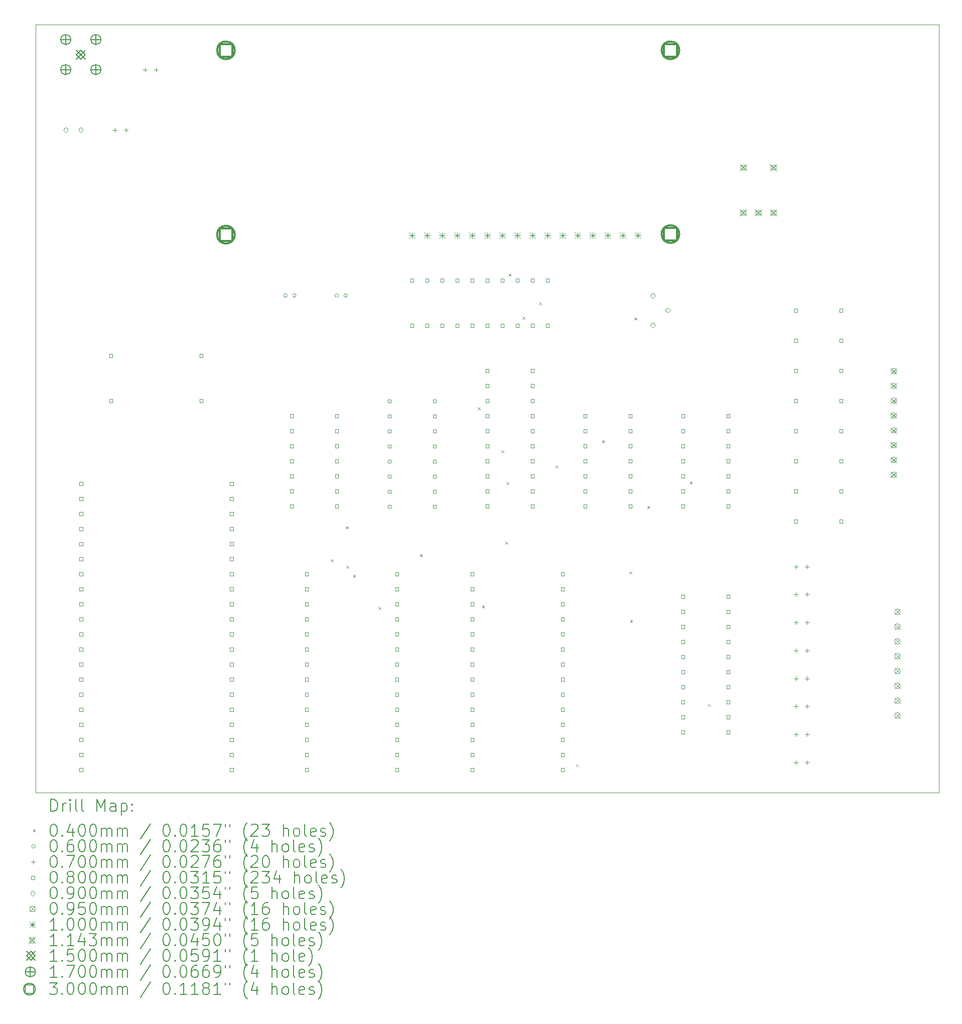
<source format=gbr>
%TF.GenerationSoftware,KiCad,Pcbnew,7.0.8*%
%TF.CreationDate,2023-11-04T10:41:21+00:00*%
%TF.ProjectId,Z80Computer,5a383043-6f6d-4707-9574-65722e6b6963,rev?*%
%TF.SameCoordinates,Original*%
%TF.FileFunction,Drillmap*%
%TF.FilePolarity,Positive*%
%FSLAX45Y45*%
G04 Gerber Fmt 4.5, Leading zero omitted, Abs format (unit mm)*
G04 Created by KiCad (PCBNEW 7.0.8) date 2023-11-04 10:41:21*
%MOMM*%
%LPD*%
G01*
G04 APERTURE LIST*
%ADD10C,0.100000*%
%ADD11C,0.200000*%
%ADD12C,0.040000*%
%ADD13C,0.060000*%
%ADD14C,0.070000*%
%ADD15C,0.080000*%
%ADD16C,0.090000*%
%ADD17C,0.095000*%
%ADD18C,0.114300*%
%ADD19C,0.150000*%
%ADD20C,0.170000*%
%ADD21C,0.300000*%
G04 APERTURE END LIST*
D10*
X20066000Y-3302000D02*
X4826000Y-3302000D01*
X4826000Y-3302000D02*
X4826000Y-16256000D01*
X20066000Y-16256000D02*
X4826000Y-16256000D01*
X4826000Y-16256000D02*
X5588000Y-16256000D01*
X20066000Y-16256000D02*
X20066000Y-3302000D01*
X5588000Y-16256000D02*
X5842000Y-16256000D01*
D11*
D12*
X9807170Y-12321180D02*
X9847170Y-12361180D01*
X9847170Y-12321180D02*
X9807170Y-12361180D01*
X10057330Y-11767830D02*
X10097330Y-11807830D01*
X10097330Y-11767830D02*
X10057330Y-11807830D01*
X10070430Y-12430540D02*
X10110430Y-12470540D01*
X10110430Y-12430540D02*
X10070430Y-12470540D01*
X10181050Y-12588150D02*
X10221050Y-12628150D01*
X10221050Y-12588150D02*
X10181050Y-12628150D01*
X10610780Y-13127070D02*
X10650780Y-13167070D01*
X10650780Y-13127070D02*
X10610780Y-13167070D01*
X11307950Y-12239570D02*
X11347950Y-12279570D01*
X11347950Y-12239570D02*
X11307950Y-12279570D01*
X12286970Y-9760230D02*
X12326970Y-9800230D01*
X12326970Y-9760230D02*
X12286970Y-9800230D01*
X12358950Y-13100240D02*
X12398950Y-13140240D01*
X12398950Y-13100240D02*
X12358950Y-13140240D01*
X12685030Y-10483600D02*
X12725030Y-10523600D01*
X12725030Y-10483600D02*
X12685030Y-10523600D01*
X12748670Y-12025120D02*
X12788670Y-12065120D01*
X12788670Y-12025120D02*
X12748670Y-12065120D01*
X12768330Y-11019320D02*
X12808330Y-11059320D01*
X12808330Y-11019320D02*
X12768330Y-11059320D01*
X12807000Y-7502980D02*
X12847000Y-7542980D01*
X12847000Y-7502980D02*
X12807000Y-7542980D01*
X13039760Y-8234570D02*
X13079760Y-8274570D01*
X13079760Y-8234570D02*
X13039760Y-8274570D01*
X13317490Y-7990920D02*
X13357490Y-8030920D01*
X13357490Y-7990920D02*
X13317490Y-8030920D01*
X13597720Y-10740550D02*
X13637720Y-10780550D01*
X13637720Y-10740550D02*
X13597720Y-10780550D01*
X13940980Y-15780710D02*
X13980980Y-15820710D01*
X13980980Y-15780710D02*
X13940980Y-15820710D01*
X14380500Y-10315510D02*
X14420500Y-10355510D01*
X14420500Y-10315510D02*
X14380500Y-10355510D01*
X14845350Y-12525990D02*
X14885350Y-12565990D01*
X14885350Y-12525990D02*
X14845350Y-12565990D01*
X14855550Y-13348640D02*
X14895550Y-13388640D01*
X14895550Y-13348640D02*
X14855550Y-13388640D01*
X14926210Y-8246010D02*
X14966210Y-8286010D01*
X14966210Y-8246010D02*
X14926210Y-8286010D01*
X15143600Y-11428540D02*
X15183600Y-11468540D01*
X15183600Y-11428540D02*
X15143600Y-11468540D01*
X15863410Y-11010310D02*
X15903410Y-11050310D01*
X15903410Y-11010310D02*
X15863410Y-11050310D01*
X16166790Y-14765730D02*
X16206790Y-14805730D01*
X16206790Y-14765730D02*
X16166790Y-14805730D01*
D13*
X9070000Y-7874000D02*
G75*
G03*
X9070000Y-7874000I-30000J0D01*
G01*
X9220000Y-7874000D02*
G75*
G03*
X9220000Y-7874000I-30000J0D01*
G01*
X9936000Y-7874000D02*
G75*
G03*
X9936000Y-7874000I-30000J0D01*
G01*
X10086000Y-7874000D02*
G75*
G03*
X10086000Y-7874000I-30000J0D01*
G01*
D14*
X6160000Y-5045000D02*
X6160000Y-5115000D01*
X6125000Y-5080000D02*
X6195000Y-5080000D01*
X6350000Y-5045000D02*
X6350000Y-5115000D01*
X6315000Y-5080000D02*
X6385000Y-5080000D01*
X6668000Y-4029000D02*
X6668000Y-4099000D01*
X6633000Y-4064000D02*
X6703000Y-4064000D01*
X6858000Y-4029000D02*
X6858000Y-4099000D01*
X6823000Y-4064000D02*
X6893000Y-4064000D01*
X17653000Y-12411000D02*
X17653000Y-12481000D01*
X17618000Y-12446000D02*
X17688000Y-12446000D01*
X17653000Y-12882710D02*
X17653000Y-12952710D01*
X17618000Y-12917710D02*
X17688000Y-12917710D01*
X17653000Y-13354430D02*
X17653000Y-13424430D01*
X17618000Y-13389430D02*
X17688000Y-13389430D01*
X17653000Y-13826140D02*
X17653000Y-13896140D01*
X17618000Y-13861140D02*
X17688000Y-13861140D01*
X17653000Y-14297860D02*
X17653000Y-14367860D01*
X17618000Y-14332860D02*
X17688000Y-14332860D01*
X17653000Y-14769570D02*
X17653000Y-14839570D01*
X17618000Y-14804570D02*
X17688000Y-14804570D01*
X17653000Y-15241290D02*
X17653000Y-15311290D01*
X17618000Y-15276290D02*
X17688000Y-15276290D01*
X17653000Y-15713000D02*
X17653000Y-15783000D01*
X17618000Y-15748000D02*
X17688000Y-15748000D01*
X17843000Y-12411000D02*
X17843000Y-12481000D01*
X17808000Y-12446000D02*
X17878000Y-12446000D01*
X17843000Y-12882710D02*
X17843000Y-12952710D01*
X17808000Y-12917710D02*
X17878000Y-12917710D01*
X17843000Y-13354430D02*
X17843000Y-13424430D01*
X17808000Y-13389430D02*
X17878000Y-13389430D01*
X17843000Y-13826140D02*
X17843000Y-13896140D01*
X17808000Y-13861140D02*
X17878000Y-13861140D01*
X17843000Y-14297860D02*
X17843000Y-14367860D01*
X17808000Y-14332860D02*
X17878000Y-14332860D01*
X17843000Y-14769570D02*
X17843000Y-14839570D01*
X17808000Y-14804570D02*
X17878000Y-14804570D01*
X17843000Y-15241290D02*
X17843000Y-15311290D01*
X17808000Y-15276290D02*
X17878000Y-15276290D01*
X17843000Y-15713000D02*
X17843000Y-15783000D01*
X17808000Y-15748000D02*
X17878000Y-15748000D01*
D15*
X5618784Y-11077785D02*
X5618784Y-11021216D01*
X5562216Y-11021216D01*
X5562216Y-11077785D01*
X5618784Y-11077785D01*
X5618784Y-11331784D02*
X5618784Y-11275215D01*
X5562216Y-11275215D01*
X5562216Y-11331784D01*
X5618784Y-11331784D01*
X5618784Y-11585784D02*
X5618784Y-11529215D01*
X5562216Y-11529215D01*
X5562216Y-11585784D01*
X5618784Y-11585784D01*
X5618784Y-11839784D02*
X5618784Y-11783215D01*
X5562216Y-11783215D01*
X5562216Y-11839784D01*
X5618784Y-11839784D01*
X5618784Y-12093784D02*
X5618784Y-12037215D01*
X5562216Y-12037215D01*
X5562216Y-12093784D01*
X5618784Y-12093784D01*
X5618784Y-12347784D02*
X5618784Y-12291215D01*
X5562216Y-12291215D01*
X5562216Y-12347784D01*
X5618784Y-12347784D01*
X5618784Y-12601784D02*
X5618784Y-12545215D01*
X5562216Y-12545215D01*
X5562216Y-12601784D01*
X5618784Y-12601784D01*
X5618784Y-12855784D02*
X5618784Y-12799215D01*
X5562216Y-12799215D01*
X5562216Y-12855784D01*
X5618784Y-12855784D01*
X5618784Y-13109784D02*
X5618784Y-13053215D01*
X5562216Y-13053215D01*
X5562216Y-13109784D01*
X5618784Y-13109784D01*
X5618784Y-13363784D02*
X5618784Y-13307215D01*
X5562216Y-13307215D01*
X5562216Y-13363784D01*
X5618784Y-13363784D01*
X5618784Y-13617784D02*
X5618784Y-13561215D01*
X5562216Y-13561215D01*
X5562216Y-13617784D01*
X5618784Y-13617784D01*
X5618784Y-13871784D02*
X5618784Y-13815215D01*
X5562216Y-13815215D01*
X5562216Y-13871784D01*
X5618784Y-13871784D01*
X5618784Y-14125784D02*
X5618784Y-14069215D01*
X5562216Y-14069215D01*
X5562216Y-14125784D01*
X5618784Y-14125784D01*
X5618784Y-14379784D02*
X5618784Y-14323215D01*
X5562216Y-14323215D01*
X5562216Y-14379784D01*
X5618784Y-14379784D01*
X5618784Y-14633784D02*
X5618784Y-14577215D01*
X5562216Y-14577215D01*
X5562216Y-14633784D01*
X5618784Y-14633784D01*
X5618784Y-14887784D02*
X5618784Y-14831215D01*
X5562216Y-14831215D01*
X5562216Y-14887784D01*
X5618784Y-14887784D01*
X5618784Y-15141784D02*
X5618784Y-15085215D01*
X5562216Y-15085215D01*
X5562216Y-15141784D01*
X5618784Y-15141784D01*
X5618784Y-15395784D02*
X5618784Y-15339215D01*
X5562216Y-15339215D01*
X5562216Y-15395784D01*
X5618784Y-15395784D01*
X5618784Y-15649784D02*
X5618784Y-15593215D01*
X5562216Y-15593215D01*
X5562216Y-15649784D01*
X5618784Y-15649784D01*
X5618784Y-15903784D02*
X5618784Y-15847215D01*
X5562216Y-15847215D01*
X5562216Y-15903784D01*
X5618784Y-15903784D01*
X6124284Y-8918285D02*
X6124284Y-8861716D01*
X6067715Y-8861716D01*
X6067715Y-8918285D01*
X6124284Y-8918285D01*
X6124284Y-9680285D02*
X6124284Y-9623716D01*
X6067715Y-9623716D01*
X6067715Y-9680285D01*
X6124284Y-9680285D01*
X7648284Y-8918285D02*
X7648284Y-8861716D01*
X7591715Y-8861716D01*
X7591715Y-8918285D01*
X7648284Y-8918285D01*
X7648284Y-9680285D02*
X7648284Y-9623716D01*
X7591715Y-9623716D01*
X7591715Y-9680285D01*
X7648284Y-9680285D01*
X8158784Y-11077785D02*
X8158784Y-11021216D01*
X8102215Y-11021216D01*
X8102215Y-11077785D01*
X8158784Y-11077785D01*
X8158784Y-11331784D02*
X8158784Y-11275215D01*
X8102215Y-11275215D01*
X8102215Y-11331784D01*
X8158784Y-11331784D01*
X8158784Y-11585784D02*
X8158784Y-11529215D01*
X8102215Y-11529215D01*
X8102215Y-11585784D01*
X8158784Y-11585784D01*
X8158784Y-11839784D02*
X8158784Y-11783215D01*
X8102215Y-11783215D01*
X8102215Y-11839784D01*
X8158784Y-11839784D01*
X8158784Y-12093784D02*
X8158784Y-12037215D01*
X8102215Y-12037215D01*
X8102215Y-12093784D01*
X8158784Y-12093784D01*
X8158784Y-12347784D02*
X8158784Y-12291215D01*
X8102215Y-12291215D01*
X8102215Y-12347784D01*
X8158784Y-12347784D01*
X8158784Y-12601784D02*
X8158784Y-12545215D01*
X8102215Y-12545215D01*
X8102215Y-12601784D01*
X8158784Y-12601784D01*
X8158784Y-12855784D02*
X8158784Y-12799215D01*
X8102215Y-12799215D01*
X8102215Y-12855784D01*
X8158784Y-12855784D01*
X8158784Y-13109784D02*
X8158784Y-13053215D01*
X8102215Y-13053215D01*
X8102215Y-13109784D01*
X8158784Y-13109784D01*
X8158784Y-13363784D02*
X8158784Y-13307215D01*
X8102215Y-13307215D01*
X8102215Y-13363784D01*
X8158784Y-13363784D01*
X8158784Y-13617784D02*
X8158784Y-13561215D01*
X8102215Y-13561215D01*
X8102215Y-13617784D01*
X8158784Y-13617784D01*
X8158784Y-13871784D02*
X8158784Y-13815215D01*
X8102215Y-13815215D01*
X8102215Y-13871784D01*
X8158784Y-13871784D01*
X8158784Y-14125784D02*
X8158784Y-14069215D01*
X8102215Y-14069215D01*
X8102215Y-14125784D01*
X8158784Y-14125784D01*
X8158784Y-14379784D02*
X8158784Y-14323215D01*
X8102215Y-14323215D01*
X8102215Y-14379784D01*
X8158784Y-14379784D01*
X8158784Y-14633784D02*
X8158784Y-14577215D01*
X8102215Y-14577215D01*
X8102215Y-14633784D01*
X8158784Y-14633784D01*
X8158784Y-14887784D02*
X8158784Y-14831215D01*
X8102215Y-14831215D01*
X8102215Y-14887784D01*
X8158784Y-14887784D01*
X8158784Y-15141784D02*
X8158784Y-15085215D01*
X8102215Y-15085215D01*
X8102215Y-15141784D01*
X8158784Y-15141784D01*
X8158784Y-15395784D02*
X8158784Y-15339215D01*
X8102215Y-15339215D01*
X8102215Y-15395784D01*
X8158784Y-15395784D01*
X8158784Y-15649784D02*
X8158784Y-15593215D01*
X8102215Y-15593215D01*
X8102215Y-15649784D01*
X8158784Y-15649784D01*
X8158784Y-15903784D02*
X8158784Y-15847215D01*
X8102215Y-15847215D01*
X8102215Y-15903784D01*
X8158784Y-15903784D01*
X9172285Y-9932285D02*
X9172285Y-9875716D01*
X9115716Y-9875716D01*
X9115716Y-9932285D01*
X9172285Y-9932285D01*
X9172285Y-10186285D02*
X9172285Y-10129716D01*
X9115716Y-10129716D01*
X9115716Y-10186285D01*
X9172285Y-10186285D01*
X9172285Y-10440285D02*
X9172285Y-10383716D01*
X9115716Y-10383716D01*
X9115716Y-10440285D01*
X9172285Y-10440285D01*
X9172285Y-10694285D02*
X9172285Y-10637716D01*
X9115716Y-10637716D01*
X9115716Y-10694285D01*
X9172285Y-10694285D01*
X9172285Y-10948285D02*
X9172285Y-10891716D01*
X9115716Y-10891716D01*
X9115716Y-10948285D01*
X9172285Y-10948285D01*
X9172285Y-11202284D02*
X9172285Y-11145716D01*
X9115716Y-11145716D01*
X9115716Y-11202284D01*
X9172285Y-11202284D01*
X9172285Y-11456284D02*
X9172285Y-11399715D01*
X9115716Y-11399715D01*
X9115716Y-11456284D01*
X9172285Y-11456284D01*
X9426285Y-12602784D02*
X9426285Y-12546215D01*
X9369716Y-12546215D01*
X9369716Y-12602784D01*
X9426285Y-12602784D01*
X9426285Y-12856784D02*
X9426285Y-12800215D01*
X9369716Y-12800215D01*
X9369716Y-12856784D01*
X9426285Y-12856784D01*
X9426285Y-13110784D02*
X9426285Y-13054215D01*
X9369716Y-13054215D01*
X9369716Y-13110784D01*
X9426285Y-13110784D01*
X9426285Y-13364784D02*
X9426285Y-13308215D01*
X9369716Y-13308215D01*
X9369716Y-13364784D01*
X9426285Y-13364784D01*
X9426285Y-13618784D02*
X9426285Y-13562215D01*
X9369716Y-13562215D01*
X9369716Y-13618784D01*
X9426285Y-13618784D01*
X9426285Y-13872784D02*
X9426285Y-13816215D01*
X9369716Y-13816215D01*
X9369716Y-13872784D01*
X9426285Y-13872784D01*
X9426285Y-14126784D02*
X9426285Y-14070215D01*
X9369716Y-14070215D01*
X9369716Y-14126784D01*
X9426285Y-14126784D01*
X9426285Y-14380784D02*
X9426285Y-14324215D01*
X9369716Y-14324215D01*
X9369716Y-14380784D01*
X9426285Y-14380784D01*
X9426285Y-14634784D02*
X9426285Y-14578215D01*
X9369716Y-14578215D01*
X9369716Y-14634784D01*
X9426285Y-14634784D01*
X9426285Y-14888784D02*
X9426285Y-14832215D01*
X9369716Y-14832215D01*
X9369716Y-14888784D01*
X9426285Y-14888784D01*
X9426285Y-15142784D02*
X9426285Y-15086215D01*
X9369716Y-15086215D01*
X9369716Y-15142784D01*
X9426285Y-15142784D01*
X9426285Y-15396784D02*
X9426285Y-15340215D01*
X9369716Y-15340215D01*
X9369716Y-15396784D01*
X9426285Y-15396784D01*
X9426285Y-15650784D02*
X9426285Y-15594215D01*
X9369716Y-15594215D01*
X9369716Y-15650784D01*
X9426285Y-15650784D01*
X9426285Y-15904784D02*
X9426285Y-15848215D01*
X9369716Y-15848215D01*
X9369716Y-15904784D01*
X9426285Y-15904784D01*
X9934285Y-9932285D02*
X9934285Y-9875716D01*
X9877716Y-9875716D01*
X9877716Y-9932285D01*
X9934285Y-9932285D01*
X9934285Y-10186285D02*
X9934285Y-10129716D01*
X9877716Y-10129716D01*
X9877716Y-10186285D01*
X9934285Y-10186285D01*
X9934285Y-10440285D02*
X9934285Y-10383716D01*
X9877716Y-10383716D01*
X9877716Y-10440285D01*
X9934285Y-10440285D01*
X9934285Y-10694285D02*
X9934285Y-10637716D01*
X9877716Y-10637716D01*
X9877716Y-10694285D01*
X9934285Y-10694285D01*
X9934285Y-10948285D02*
X9934285Y-10891716D01*
X9877716Y-10891716D01*
X9877716Y-10948285D01*
X9934285Y-10948285D01*
X9934285Y-11202284D02*
X9934285Y-11145716D01*
X9877716Y-11145716D01*
X9877716Y-11202284D01*
X9934285Y-11202284D01*
X9934285Y-11456284D02*
X9934285Y-11399715D01*
X9877716Y-11399715D01*
X9877716Y-11456284D01*
X9934285Y-11456284D01*
X10823285Y-9682285D02*
X10823285Y-9625716D01*
X10766716Y-9625716D01*
X10766716Y-9682285D01*
X10823285Y-9682285D01*
X10823285Y-9936285D02*
X10823285Y-9879716D01*
X10766716Y-9879716D01*
X10766716Y-9936285D01*
X10823285Y-9936285D01*
X10823285Y-10190285D02*
X10823285Y-10133716D01*
X10766716Y-10133716D01*
X10766716Y-10190285D01*
X10823285Y-10190285D01*
X10823285Y-10444285D02*
X10823285Y-10387716D01*
X10766716Y-10387716D01*
X10766716Y-10444285D01*
X10823285Y-10444285D01*
X10823285Y-10698285D02*
X10823285Y-10641716D01*
X10766716Y-10641716D01*
X10766716Y-10698285D01*
X10823285Y-10698285D01*
X10823285Y-10952285D02*
X10823285Y-10895716D01*
X10766716Y-10895716D01*
X10766716Y-10952285D01*
X10823285Y-10952285D01*
X10823285Y-11206284D02*
X10823285Y-11149716D01*
X10766716Y-11149716D01*
X10766716Y-11206284D01*
X10823285Y-11206284D01*
X10823285Y-11460284D02*
X10823285Y-11403715D01*
X10766716Y-11403715D01*
X10766716Y-11460284D01*
X10823285Y-11460284D01*
X10950285Y-12602784D02*
X10950285Y-12546215D01*
X10893716Y-12546215D01*
X10893716Y-12602784D01*
X10950285Y-12602784D01*
X10950285Y-12856784D02*
X10950285Y-12800215D01*
X10893716Y-12800215D01*
X10893716Y-12856784D01*
X10950285Y-12856784D01*
X10950285Y-13110784D02*
X10950285Y-13054215D01*
X10893716Y-13054215D01*
X10893716Y-13110784D01*
X10950285Y-13110784D01*
X10950285Y-13364784D02*
X10950285Y-13308215D01*
X10893716Y-13308215D01*
X10893716Y-13364784D01*
X10950285Y-13364784D01*
X10950285Y-13618784D02*
X10950285Y-13562215D01*
X10893716Y-13562215D01*
X10893716Y-13618784D01*
X10950285Y-13618784D01*
X10950285Y-13872784D02*
X10950285Y-13816215D01*
X10893716Y-13816215D01*
X10893716Y-13872784D01*
X10950285Y-13872784D01*
X10950285Y-14126784D02*
X10950285Y-14070215D01*
X10893716Y-14070215D01*
X10893716Y-14126784D01*
X10950285Y-14126784D01*
X10950285Y-14380784D02*
X10950285Y-14324215D01*
X10893716Y-14324215D01*
X10893716Y-14380784D01*
X10950285Y-14380784D01*
X10950285Y-14634784D02*
X10950285Y-14578215D01*
X10893716Y-14578215D01*
X10893716Y-14634784D01*
X10950285Y-14634784D01*
X10950285Y-14888784D02*
X10950285Y-14832215D01*
X10893716Y-14832215D01*
X10893716Y-14888784D01*
X10950285Y-14888784D01*
X10950285Y-15142784D02*
X10950285Y-15086215D01*
X10893716Y-15086215D01*
X10893716Y-15142784D01*
X10950285Y-15142784D01*
X10950285Y-15396784D02*
X10950285Y-15340215D01*
X10893716Y-15340215D01*
X10893716Y-15396784D01*
X10950285Y-15396784D01*
X10950285Y-15650784D02*
X10950285Y-15594215D01*
X10893716Y-15594215D01*
X10893716Y-15650784D01*
X10950285Y-15650784D01*
X10950285Y-15904784D02*
X10950285Y-15848215D01*
X10893716Y-15848215D01*
X10893716Y-15904784D01*
X10950285Y-15904784D01*
X11204284Y-7648284D02*
X11204284Y-7591715D01*
X11147716Y-7591715D01*
X11147716Y-7648284D01*
X11204284Y-7648284D01*
X11204284Y-8410285D02*
X11204284Y-8353715D01*
X11147716Y-8353715D01*
X11147716Y-8410285D01*
X11204284Y-8410285D01*
X11458284Y-7648284D02*
X11458284Y-7591715D01*
X11401715Y-7591715D01*
X11401715Y-7648284D01*
X11458284Y-7648284D01*
X11458284Y-8410285D02*
X11458284Y-8353715D01*
X11401715Y-8353715D01*
X11401715Y-8410285D01*
X11458284Y-8410285D01*
X11585284Y-9682285D02*
X11585284Y-9625716D01*
X11528715Y-9625716D01*
X11528715Y-9682285D01*
X11585284Y-9682285D01*
X11585284Y-9936285D02*
X11585284Y-9879716D01*
X11528715Y-9879716D01*
X11528715Y-9936285D01*
X11585284Y-9936285D01*
X11585284Y-10190285D02*
X11585284Y-10133716D01*
X11528715Y-10133716D01*
X11528715Y-10190285D01*
X11585284Y-10190285D01*
X11585284Y-10444285D02*
X11585284Y-10387716D01*
X11528715Y-10387716D01*
X11528715Y-10444285D01*
X11585284Y-10444285D01*
X11585284Y-10698285D02*
X11585284Y-10641716D01*
X11528715Y-10641716D01*
X11528715Y-10698285D01*
X11585284Y-10698285D01*
X11585284Y-10952285D02*
X11585284Y-10895716D01*
X11528715Y-10895716D01*
X11528715Y-10952285D01*
X11585284Y-10952285D01*
X11585284Y-11206284D02*
X11585284Y-11149716D01*
X11528715Y-11149716D01*
X11528715Y-11206284D01*
X11585284Y-11206284D01*
X11585284Y-11460284D02*
X11585284Y-11403715D01*
X11528715Y-11403715D01*
X11528715Y-11460284D01*
X11585284Y-11460284D01*
X11712284Y-7648284D02*
X11712284Y-7591715D01*
X11655715Y-7591715D01*
X11655715Y-7648284D01*
X11712284Y-7648284D01*
X11712284Y-8410285D02*
X11712284Y-8353715D01*
X11655715Y-8353715D01*
X11655715Y-8410285D01*
X11712284Y-8410285D01*
X11966284Y-7648284D02*
X11966284Y-7591715D01*
X11909715Y-7591715D01*
X11909715Y-7648284D01*
X11966284Y-7648284D01*
X11966284Y-8410285D02*
X11966284Y-8353715D01*
X11909715Y-8353715D01*
X11909715Y-8410285D01*
X11966284Y-8410285D01*
X12220284Y-7648284D02*
X12220284Y-7591715D01*
X12163715Y-7591715D01*
X12163715Y-7648284D01*
X12220284Y-7648284D01*
X12220284Y-8410285D02*
X12220284Y-8353715D01*
X12163715Y-8353715D01*
X12163715Y-8410285D01*
X12220284Y-8410285D01*
X12220284Y-12602784D02*
X12220284Y-12546215D01*
X12163715Y-12546215D01*
X12163715Y-12602784D01*
X12220284Y-12602784D01*
X12220284Y-12856784D02*
X12220284Y-12800215D01*
X12163715Y-12800215D01*
X12163715Y-12856784D01*
X12220284Y-12856784D01*
X12220284Y-13110784D02*
X12220284Y-13054215D01*
X12163715Y-13054215D01*
X12163715Y-13110784D01*
X12220284Y-13110784D01*
X12220284Y-13364784D02*
X12220284Y-13308215D01*
X12163715Y-13308215D01*
X12163715Y-13364784D01*
X12220284Y-13364784D01*
X12220284Y-13618784D02*
X12220284Y-13562215D01*
X12163715Y-13562215D01*
X12163715Y-13618784D01*
X12220284Y-13618784D01*
X12220284Y-13872784D02*
X12220284Y-13816215D01*
X12163715Y-13816215D01*
X12163715Y-13872784D01*
X12220284Y-13872784D01*
X12220284Y-14126784D02*
X12220284Y-14070215D01*
X12163715Y-14070215D01*
X12163715Y-14126784D01*
X12220284Y-14126784D01*
X12220284Y-14380784D02*
X12220284Y-14324215D01*
X12163715Y-14324215D01*
X12163715Y-14380784D01*
X12220284Y-14380784D01*
X12220284Y-14634784D02*
X12220284Y-14578215D01*
X12163715Y-14578215D01*
X12163715Y-14634784D01*
X12220284Y-14634784D01*
X12220284Y-14888784D02*
X12220284Y-14832215D01*
X12163715Y-14832215D01*
X12163715Y-14888784D01*
X12220284Y-14888784D01*
X12220284Y-15142784D02*
X12220284Y-15086215D01*
X12163715Y-15086215D01*
X12163715Y-15142784D01*
X12220284Y-15142784D01*
X12220284Y-15396784D02*
X12220284Y-15340215D01*
X12163715Y-15340215D01*
X12163715Y-15396784D01*
X12220284Y-15396784D01*
X12220284Y-15650784D02*
X12220284Y-15594215D01*
X12163715Y-15594215D01*
X12163715Y-15650784D01*
X12220284Y-15650784D01*
X12220284Y-15904784D02*
X12220284Y-15848215D01*
X12163715Y-15848215D01*
X12163715Y-15904784D01*
X12220284Y-15904784D01*
X12474284Y-7648284D02*
X12474284Y-7591715D01*
X12417715Y-7591715D01*
X12417715Y-7648284D01*
X12474284Y-7648284D01*
X12474284Y-8410285D02*
X12474284Y-8353715D01*
X12417715Y-8353715D01*
X12417715Y-8410285D01*
X12474284Y-8410285D01*
X12474284Y-9172285D02*
X12474284Y-9115716D01*
X12417715Y-9115716D01*
X12417715Y-9172285D01*
X12474284Y-9172285D01*
X12474284Y-9426285D02*
X12474284Y-9369716D01*
X12417715Y-9369716D01*
X12417715Y-9426285D01*
X12474284Y-9426285D01*
X12474284Y-9680285D02*
X12474284Y-9623716D01*
X12417715Y-9623716D01*
X12417715Y-9680285D01*
X12474284Y-9680285D01*
X12474284Y-9934285D02*
X12474284Y-9877716D01*
X12417715Y-9877716D01*
X12417715Y-9934285D01*
X12474284Y-9934285D01*
X12474284Y-10188285D02*
X12474284Y-10131716D01*
X12417715Y-10131716D01*
X12417715Y-10188285D01*
X12474284Y-10188285D01*
X12474284Y-10442285D02*
X12474284Y-10385716D01*
X12417715Y-10385716D01*
X12417715Y-10442285D01*
X12474284Y-10442285D01*
X12474284Y-10696285D02*
X12474284Y-10639716D01*
X12417715Y-10639716D01*
X12417715Y-10696285D01*
X12474284Y-10696285D01*
X12474284Y-10950285D02*
X12474284Y-10893716D01*
X12417715Y-10893716D01*
X12417715Y-10950285D01*
X12474284Y-10950285D01*
X12474284Y-11204284D02*
X12474284Y-11147716D01*
X12417715Y-11147716D01*
X12417715Y-11204284D01*
X12474284Y-11204284D01*
X12474284Y-11458284D02*
X12474284Y-11401715D01*
X12417715Y-11401715D01*
X12417715Y-11458284D01*
X12474284Y-11458284D01*
X12728284Y-7648284D02*
X12728284Y-7591715D01*
X12671715Y-7591715D01*
X12671715Y-7648284D01*
X12728284Y-7648284D01*
X12728284Y-8410285D02*
X12728284Y-8353715D01*
X12671715Y-8353715D01*
X12671715Y-8410285D01*
X12728284Y-8410285D01*
X12982284Y-7648284D02*
X12982284Y-7591715D01*
X12925715Y-7591715D01*
X12925715Y-7648284D01*
X12982284Y-7648284D01*
X12982284Y-8410285D02*
X12982284Y-8353715D01*
X12925715Y-8353715D01*
X12925715Y-8410285D01*
X12982284Y-8410285D01*
X13236284Y-7648284D02*
X13236284Y-7591715D01*
X13179715Y-7591715D01*
X13179715Y-7648284D01*
X13236284Y-7648284D01*
X13236284Y-8410285D02*
X13236284Y-8353715D01*
X13179715Y-8353715D01*
X13179715Y-8410285D01*
X13236284Y-8410285D01*
X13236284Y-9172285D02*
X13236284Y-9115716D01*
X13179715Y-9115716D01*
X13179715Y-9172285D01*
X13236284Y-9172285D01*
X13236284Y-9426285D02*
X13236284Y-9369716D01*
X13179715Y-9369716D01*
X13179715Y-9426285D01*
X13236284Y-9426285D01*
X13236284Y-9680285D02*
X13236284Y-9623716D01*
X13179715Y-9623716D01*
X13179715Y-9680285D01*
X13236284Y-9680285D01*
X13236284Y-9934285D02*
X13236284Y-9877716D01*
X13179715Y-9877716D01*
X13179715Y-9934285D01*
X13236284Y-9934285D01*
X13236284Y-10188285D02*
X13236284Y-10131716D01*
X13179715Y-10131716D01*
X13179715Y-10188285D01*
X13236284Y-10188285D01*
X13236284Y-10442285D02*
X13236284Y-10385716D01*
X13179715Y-10385716D01*
X13179715Y-10442285D01*
X13236284Y-10442285D01*
X13236284Y-10696285D02*
X13236284Y-10639716D01*
X13179715Y-10639716D01*
X13179715Y-10696285D01*
X13236284Y-10696285D01*
X13236284Y-10950285D02*
X13236284Y-10893716D01*
X13179715Y-10893716D01*
X13179715Y-10950285D01*
X13236284Y-10950285D01*
X13236284Y-11204284D02*
X13236284Y-11147716D01*
X13179715Y-11147716D01*
X13179715Y-11204284D01*
X13236284Y-11204284D01*
X13236284Y-11458284D02*
X13236284Y-11401715D01*
X13179715Y-11401715D01*
X13179715Y-11458284D01*
X13236284Y-11458284D01*
X13490284Y-7648284D02*
X13490284Y-7591715D01*
X13433715Y-7591715D01*
X13433715Y-7648284D01*
X13490284Y-7648284D01*
X13490284Y-8410285D02*
X13490284Y-8353715D01*
X13433715Y-8353715D01*
X13433715Y-8410285D01*
X13490284Y-8410285D01*
X13744284Y-12602784D02*
X13744284Y-12546215D01*
X13687715Y-12546215D01*
X13687715Y-12602784D01*
X13744284Y-12602784D01*
X13744284Y-12856784D02*
X13744284Y-12800215D01*
X13687715Y-12800215D01*
X13687715Y-12856784D01*
X13744284Y-12856784D01*
X13744284Y-13110784D02*
X13744284Y-13054215D01*
X13687715Y-13054215D01*
X13687715Y-13110784D01*
X13744284Y-13110784D01*
X13744284Y-13364784D02*
X13744284Y-13308215D01*
X13687715Y-13308215D01*
X13687715Y-13364784D01*
X13744284Y-13364784D01*
X13744284Y-13618784D02*
X13744284Y-13562215D01*
X13687715Y-13562215D01*
X13687715Y-13618784D01*
X13744284Y-13618784D01*
X13744284Y-13872784D02*
X13744284Y-13816215D01*
X13687715Y-13816215D01*
X13687715Y-13872784D01*
X13744284Y-13872784D01*
X13744284Y-14126784D02*
X13744284Y-14070215D01*
X13687715Y-14070215D01*
X13687715Y-14126784D01*
X13744284Y-14126784D01*
X13744284Y-14380784D02*
X13744284Y-14324215D01*
X13687715Y-14324215D01*
X13687715Y-14380784D01*
X13744284Y-14380784D01*
X13744284Y-14634784D02*
X13744284Y-14578215D01*
X13687715Y-14578215D01*
X13687715Y-14634784D01*
X13744284Y-14634784D01*
X13744284Y-14888784D02*
X13744284Y-14832215D01*
X13687715Y-14832215D01*
X13687715Y-14888784D01*
X13744284Y-14888784D01*
X13744284Y-15142784D02*
X13744284Y-15086215D01*
X13687715Y-15086215D01*
X13687715Y-15142784D01*
X13744284Y-15142784D01*
X13744284Y-15396784D02*
X13744284Y-15340215D01*
X13687715Y-15340215D01*
X13687715Y-15396784D01*
X13744284Y-15396784D01*
X13744284Y-15650784D02*
X13744284Y-15594215D01*
X13687715Y-15594215D01*
X13687715Y-15650784D01*
X13744284Y-15650784D01*
X13744284Y-15904784D02*
X13744284Y-15848215D01*
X13687715Y-15848215D01*
X13687715Y-15904784D01*
X13744284Y-15904784D01*
X14125284Y-9932285D02*
X14125284Y-9875716D01*
X14068715Y-9875716D01*
X14068715Y-9932285D01*
X14125284Y-9932285D01*
X14125284Y-10186285D02*
X14125284Y-10129716D01*
X14068715Y-10129716D01*
X14068715Y-10186285D01*
X14125284Y-10186285D01*
X14125284Y-10440285D02*
X14125284Y-10383716D01*
X14068715Y-10383716D01*
X14068715Y-10440285D01*
X14125284Y-10440285D01*
X14125284Y-10694285D02*
X14125284Y-10637716D01*
X14068715Y-10637716D01*
X14068715Y-10694285D01*
X14125284Y-10694285D01*
X14125284Y-10948285D02*
X14125284Y-10891716D01*
X14068715Y-10891716D01*
X14068715Y-10948285D01*
X14125284Y-10948285D01*
X14125284Y-11202284D02*
X14125284Y-11145716D01*
X14068715Y-11145716D01*
X14068715Y-11202284D01*
X14125284Y-11202284D01*
X14125284Y-11456284D02*
X14125284Y-11399715D01*
X14068715Y-11399715D01*
X14068715Y-11456284D01*
X14125284Y-11456284D01*
X14887284Y-9932285D02*
X14887284Y-9875716D01*
X14830715Y-9875716D01*
X14830715Y-9932285D01*
X14887284Y-9932285D01*
X14887284Y-10186285D02*
X14887284Y-10129716D01*
X14830715Y-10129716D01*
X14830715Y-10186285D01*
X14887284Y-10186285D01*
X14887284Y-10440285D02*
X14887284Y-10383716D01*
X14830715Y-10383716D01*
X14830715Y-10440285D01*
X14887284Y-10440285D01*
X14887284Y-10694285D02*
X14887284Y-10637716D01*
X14830715Y-10637716D01*
X14830715Y-10694285D01*
X14887284Y-10694285D01*
X14887284Y-10948285D02*
X14887284Y-10891716D01*
X14830715Y-10891716D01*
X14830715Y-10948285D01*
X14887284Y-10948285D01*
X14887284Y-11202284D02*
X14887284Y-11145716D01*
X14830715Y-11145716D01*
X14830715Y-11202284D01*
X14887284Y-11202284D01*
X14887284Y-11456284D02*
X14887284Y-11399715D01*
X14830715Y-11399715D01*
X14830715Y-11456284D01*
X14887284Y-11456284D01*
X15776284Y-9932285D02*
X15776284Y-9875716D01*
X15719715Y-9875716D01*
X15719715Y-9932285D01*
X15776284Y-9932285D01*
X15776284Y-10186285D02*
X15776284Y-10129716D01*
X15719715Y-10129716D01*
X15719715Y-10186285D01*
X15776284Y-10186285D01*
X15776284Y-10440285D02*
X15776284Y-10383716D01*
X15719715Y-10383716D01*
X15719715Y-10440285D01*
X15776284Y-10440285D01*
X15776284Y-10694285D02*
X15776284Y-10637716D01*
X15719715Y-10637716D01*
X15719715Y-10694285D01*
X15776284Y-10694285D01*
X15776284Y-10948285D02*
X15776284Y-10891716D01*
X15719715Y-10891716D01*
X15719715Y-10948285D01*
X15776284Y-10948285D01*
X15776284Y-11202284D02*
X15776284Y-11145716D01*
X15719715Y-11145716D01*
X15719715Y-11202284D01*
X15776284Y-11202284D01*
X15776284Y-11456284D02*
X15776284Y-11399715D01*
X15719715Y-11399715D01*
X15719715Y-11456284D01*
X15776284Y-11456284D01*
X15776284Y-12982284D02*
X15776284Y-12925715D01*
X15719715Y-12925715D01*
X15719715Y-12982284D01*
X15776284Y-12982284D01*
X15776284Y-13236284D02*
X15776284Y-13179715D01*
X15719715Y-13179715D01*
X15719715Y-13236284D01*
X15776284Y-13236284D01*
X15776284Y-13490284D02*
X15776284Y-13433715D01*
X15719715Y-13433715D01*
X15719715Y-13490284D01*
X15776284Y-13490284D01*
X15776284Y-13744284D02*
X15776284Y-13687715D01*
X15719715Y-13687715D01*
X15719715Y-13744284D01*
X15776284Y-13744284D01*
X15776284Y-13998284D02*
X15776284Y-13941715D01*
X15719715Y-13941715D01*
X15719715Y-13998284D01*
X15776284Y-13998284D01*
X15776284Y-14252284D02*
X15776284Y-14195715D01*
X15719715Y-14195715D01*
X15719715Y-14252284D01*
X15776284Y-14252284D01*
X15776284Y-14506284D02*
X15776284Y-14449715D01*
X15719715Y-14449715D01*
X15719715Y-14506284D01*
X15776284Y-14506284D01*
X15776284Y-14760284D02*
X15776284Y-14703715D01*
X15719715Y-14703715D01*
X15719715Y-14760284D01*
X15776284Y-14760284D01*
X15776284Y-15014284D02*
X15776284Y-14957715D01*
X15719715Y-14957715D01*
X15719715Y-15014284D01*
X15776284Y-15014284D01*
X15776284Y-15268284D02*
X15776284Y-15211715D01*
X15719715Y-15211715D01*
X15719715Y-15268284D01*
X15776284Y-15268284D01*
X16538284Y-9932285D02*
X16538284Y-9875716D01*
X16481715Y-9875716D01*
X16481715Y-9932285D01*
X16538284Y-9932285D01*
X16538284Y-10186285D02*
X16538284Y-10129716D01*
X16481715Y-10129716D01*
X16481715Y-10186285D01*
X16538284Y-10186285D01*
X16538284Y-10440285D02*
X16538284Y-10383716D01*
X16481715Y-10383716D01*
X16481715Y-10440285D01*
X16538284Y-10440285D01*
X16538284Y-10694285D02*
X16538284Y-10637716D01*
X16481715Y-10637716D01*
X16481715Y-10694285D01*
X16538284Y-10694285D01*
X16538284Y-10948285D02*
X16538284Y-10891716D01*
X16481715Y-10891716D01*
X16481715Y-10948285D01*
X16538284Y-10948285D01*
X16538284Y-11202284D02*
X16538284Y-11145716D01*
X16481715Y-11145716D01*
X16481715Y-11202284D01*
X16538284Y-11202284D01*
X16538284Y-11456284D02*
X16538284Y-11399715D01*
X16481715Y-11399715D01*
X16481715Y-11456284D01*
X16538284Y-11456284D01*
X16538284Y-12982284D02*
X16538284Y-12925715D01*
X16481715Y-12925715D01*
X16481715Y-12982284D01*
X16538284Y-12982284D01*
X16538284Y-13236284D02*
X16538284Y-13179715D01*
X16481715Y-13179715D01*
X16481715Y-13236284D01*
X16538284Y-13236284D01*
X16538284Y-13490284D02*
X16538284Y-13433715D01*
X16481715Y-13433715D01*
X16481715Y-13490284D01*
X16538284Y-13490284D01*
X16538284Y-13744284D02*
X16538284Y-13687715D01*
X16481715Y-13687715D01*
X16481715Y-13744284D01*
X16538284Y-13744284D01*
X16538284Y-13998284D02*
X16538284Y-13941715D01*
X16481715Y-13941715D01*
X16481715Y-13998284D01*
X16538284Y-13998284D01*
X16538284Y-14252284D02*
X16538284Y-14195715D01*
X16481715Y-14195715D01*
X16481715Y-14252284D01*
X16538284Y-14252284D01*
X16538284Y-14506284D02*
X16538284Y-14449715D01*
X16481715Y-14449715D01*
X16481715Y-14506284D01*
X16538284Y-14506284D01*
X16538284Y-14760284D02*
X16538284Y-14703715D01*
X16481715Y-14703715D01*
X16481715Y-14760284D01*
X16538284Y-14760284D01*
X16538284Y-15014284D02*
X16538284Y-14957715D01*
X16481715Y-14957715D01*
X16481715Y-15014284D01*
X16538284Y-15014284D01*
X16538284Y-15268284D02*
X16538284Y-15211715D01*
X16481715Y-15211715D01*
X16481715Y-15268284D01*
X16538284Y-15268284D01*
X17681285Y-8156284D02*
X17681285Y-8099715D01*
X17624716Y-8099715D01*
X17624716Y-8156284D01*
X17681285Y-8156284D01*
X17681285Y-8664285D02*
X17681285Y-8607716D01*
X17624716Y-8607716D01*
X17624716Y-8664285D01*
X17681285Y-8664285D01*
X17681285Y-9172285D02*
X17681285Y-9115716D01*
X17624716Y-9115716D01*
X17624716Y-9172285D01*
X17681285Y-9172285D01*
X17681285Y-9680285D02*
X17681285Y-9623716D01*
X17624716Y-9623716D01*
X17624716Y-9680285D01*
X17681285Y-9680285D01*
X17681285Y-10188285D02*
X17681285Y-10131716D01*
X17624716Y-10131716D01*
X17624716Y-10188285D01*
X17681285Y-10188285D01*
X17681285Y-10696285D02*
X17681285Y-10639716D01*
X17624716Y-10639716D01*
X17624716Y-10696285D01*
X17681285Y-10696285D01*
X17681285Y-11204284D02*
X17681285Y-11147716D01*
X17624716Y-11147716D01*
X17624716Y-11204284D01*
X17681285Y-11204284D01*
X17681285Y-11712284D02*
X17681285Y-11655715D01*
X17624716Y-11655715D01*
X17624716Y-11712284D01*
X17681285Y-11712284D01*
X18443285Y-8156284D02*
X18443285Y-8099715D01*
X18386716Y-8099715D01*
X18386716Y-8156284D01*
X18443285Y-8156284D01*
X18443285Y-8664285D02*
X18443285Y-8607716D01*
X18386716Y-8607716D01*
X18386716Y-8664285D01*
X18443285Y-8664285D01*
X18443285Y-9172285D02*
X18443285Y-9115716D01*
X18386716Y-9115716D01*
X18386716Y-9172285D01*
X18443285Y-9172285D01*
X18443285Y-9680285D02*
X18443285Y-9623716D01*
X18386716Y-9623716D01*
X18386716Y-9680285D01*
X18443285Y-9680285D01*
X18443285Y-10188285D02*
X18443285Y-10131716D01*
X18386716Y-10131716D01*
X18386716Y-10188285D01*
X18443285Y-10188285D01*
X18443285Y-10696285D02*
X18443285Y-10639716D01*
X18386716Y-10639716D01*
X18386716Y-10696285D01*
X18443285Y-10696285D01*
X18443285Y-11204284D02*
X18443285Y-11147716D01*
X18386716Y-11147716D01*
X18386716Y-11204284D01*
X18443285Y-11204284D01*
X18443285Y-11712284D02*
X18443285Y-11655715D01*
X18386716Y-11655715D01*
X18386716Y-11712284D01*
X18443285Y-11712284D01*
D16*
X5334000Y-5125000D02*
X5379000Y-5080000D01*
X5334000Y-5035000D01*
X5289000Y-5080000D01*
X5334000Y-5125000D01*
X5588000Y-5125000D02*
X5633000Y-5080000D01*
X5588000Y-5035000D01*
X5543000Y-5080000D01*
X5588000Y-5125000D01*
X15240000Y-7919000D02*
X15285000Y-7874000D01*
X15240000Y-7829000D01*
X15195000Y-7874000D01*
X15240000Y-7919000D01*
X15240000Y-8419000D02*
X15285000Y-8374000D01*
X15240000Y-8329000D01*
X15195000Y-8374000D01*
X15240000Y-8419000D01*
X15490000Y-8169000D02*
X15535000Y-8124000D01*
X15490000Y-8079000D01*
X15445000Y-8124000D01*
X15490000Y-8169000D01*
D17*
X19256500Y-9100500D02*
X19351500Y-9195500D01*
X19351500Y-9100500D02*
X19256500Y-9195500D01*
X19351500Y-9148000D02*
G75*
G03*
X19351500Y-9148000I-47500J0D01*
G01*
X19256500Y-9350500D02*
X19351500Y-9445500D01*
X19351500Y-9350500D02*
X19256500Y-9445500D01*
X19351500Y-9398000D02*
G75*
G03*
X19351500Y-9398000I-47500J0D01*
G01*
X19256500Y-9600500D02*
X19351500Y-9695500D01*
X19351500Y-9600500D02*
X19256500Y-9695500D01*
X19351500Y-9648000D02*
G75*
G03*
X19351500Y-9648000I-47500J0D01*
G01*
X19256500Y-9850500D02*
X19351500Y-9945500D01*
X19351500Y-9850500D02*
X19256500Y-9945500D01*
X19351500Y-9898000D02*
G75*
G03*
X19351500Y-9898000I-47500J0D01*
G01*
X19256500Y-10100500D02*
X19351500Y-10195500D01*
X19351500Y-10100500D02*
X19256500Y-10195500D01*
X19351500Y-10148000D02*
G75*
G03*
X19351500Y-10148000I-47500J0D01*
G01*
X19256500Y-10350500D02*
X19351500Y-10445500D01*
X19351500Y-10350500D02*
X19256500Y-10445500D01*
X19351500Y-10398000D02*
G75*
G03*
X19351500Y-10398000I-47500J0D01*
G01*
X19256500Y-10600500D02*
X19351500Y-10695500D01*
X19351500Y-10600500D02*
X19256500Y-10695500D01*
X19351500Y-10648000D02*
G75*
G03*
X19351500Y-10648000I-47500J0D01*
G01*
X19256500Y-10850500D02*
X19351500Y-10945500D01*
X19351500Y-10850500D02*
X19256500Y-10945500D01*
X19351500Y-10898000D02*
G75*
G03*
X19351500Y-10898000I-47500J0D01*
G01*
X19316500Y-13160500D02*
X19411500Y-13255500D01*
X19411500Y-13160500D02*
X19316500Y-13255500D01*
X19411500Y-13208000D02*
G75*
G03*
X19411500Y-13208000I-47500J0D01*
G01*
X19316500Y-13410500D02*
X19411500Y-13505500D01*
X19411500Y-13410500D02*
X19316500Y-13505500D01*
X19411500Y-13458000D02*
G75*
G03*
X19411500Y-13458000I-47500J0D01*
G01*
X19316500Y-13660500D02*
X19411500Y-13755500D01*
X19411500Y-13660500D02*
X19316500Y-13755500D01*
X19411500Y-13708000D02*
G75*
G03*
X19411500Y-13708000I-47500J0D01*
G01*
X19316500Y-13910500D02*
X19411500Y-14005500D01*
X19411500Y-13910500D02*
X19316500Y-14005500D01*
X19411500Y-13958000D02*
G75*
G03*
X19411500Y-13958000I-47500J0D01*
G01*
X19316500Y-14160500D02*
X19411500Y-14255500D01*
X19411500Y-14160500D02*
X19316500Y-14255500D01*
X19411500Y-14208000D02*
G75*
G03*
X19411500Y-14208000I-47500J0D01*
G01*
X19316500Y-14410500D02*
X19411500Y-14505500D01*
X19411500Y-14410500D02*
X19316500Y-14505500D01*
X19411500Y-14458000D02*
G75*
G03*
X19411500Y-14458000I-47500J0D01*
G01*
X19316500Y-14660500D02*
X19411500Y-14755500D01*
X19411500Y-14660500D02*
X19316500Y-14755500D01*
X19411500Y-14708000D02*
G75*
G03*
X19411500Y-14708000I-47500J0D01*
G01*
X19316500Y-14910500D02*
X19411500Y-15005500D01*
X19411500Y-14910500D02*
X19316500Y-15005500D01*
X19411500Y-14958000D02*
G75*
G03*
X19411500Y-14958000I-47500J0D01*
G01*
D10*
X11126000Y-6808000D02*
X11226000Y-6908000D01*
X11226000Y-6808000D02*
X11126000Y-6908000D01*
X11176000Y-6808000D02*
X11176000Y-6908000D01*
X11126000Y-6858000D02*
X11226000Y-6858000D01*
X11380000Y-6808000D02*
X11480000Y-6908000D01*
X11480000Y-6808000D02*
X11380000Y-6908000D01*
X11430000Y-6808000D02*
X11430000Y-6908000D01*
X11380000Y-6858000D02*
X11480000Y-6858000D01*
X11634000Y-6808000D02*
X11734000Y-6908000D01*
X11734000Y-6808000D02*
X11634000Y-6908000D01*
X11684000Y-6808000D02*
X11684000Y-6908000D01*
X11634000Y-6858000D02*
X11734000Y-6858000D01*
X11888000Y-6808000D02*
X11988000Y-6908000D01*
X11988000Y-6808000D02*
X11888000Y-6908000D01*
X11938000Y-6808000D02*
X11938000Y-6908000D01*
X11888000Y-6858000D02*
X11988000Y-6858000D01*
X12142000Y-6808000D02*
X12242000Y-6908000D01*
X12242000Y-6808000D02*
X12142000Y-6908000D01*
X12192000Y-6808000D02*
X12192000Y-6908000D01*
X12142000Y-6858000D02*
X12242000Y-6858000D01*
X12396000Y-6808000D02*
X12496000Y-6908000D01*
X12496000Y-6808000D02*
X12396000Y-6908000D01*
X12446000Y-6808000D02*
X12446000Y-6908000D01*
X12396000Y-6858000D02*
X12496000Y-6858000D01*
X12650000Y-6808000D02*
X12750000Y-6908000D01*
X12750000Y-6808000D02*
X12650000Y-6908000D01*
X12700000Y-6808000D02*
X12700000Y-6908000D01*
X12650000Y-6858000D02*
X12750000Y-6858000D01*
X12904000Y-6808000D02*
X13004000Y-6908000D01*
X13004000Y-6808000D02*
X12904000Y-6908000D01*
X12954000Y-6808000D02*
X12954000Y-6908000D01*
X12904000Y-6858000D02*
X13004000Y-6858000D01*
X13158000Y-6808000D02*
X13258000Y-6908000D01*
X13258000Y-6808000D02*
X13158000Y-6908000D01*
X13208000Y-6808000D02*
X13208000Y-6908000D01*
X13158000Y-6858000D02*
X13258000Y-6858000D01*
X13412000Y-6808000D02*
X13512000Y-6908000D01*
X13512000Y-6808000D02*
X13412000Y-6908000D01*
X13462000Y-6808000D02*
X13462000Y-6908000D01*
X13412000Y-6858000D02*
X13512000Y-6858000D01*
X13666000Y-6808000D02*
X13766000Y-6908000D01*
X13766000Y-6808000D02*
X13666000Y-6908000D01*
X13716000Y-6808000D02*
X13716000Y-6908000D01*
X13666000Y-6858000D02*
X13766000Y-6858000D01*
X13920000Y-6808000D02*
X14020000Y-6908000D01*
X14020000Y-6808000D02*
X13920000Y-6908000D01*
X13970000Y-6808000D02*
X13970000Y-6908000D01*
X13920000Y-6858000D02*
X14020000Y-6858000D01*
X14174000Y-6808000D02*
X14274000Y-6908000D01*
X14274000Y-6808000D02*
X14174000Y-6908000D01*
X14224000Y-6808000D02*
X14224000Y-6908000D01*
X14174000Y-6858000D02*
X14274000Y-6858000D01*
X14428000Y-6808000D02*
X14528000Y-6908000D01*
X14528000Y-6808000D02*
X14428000Y-6908000D01*
X14478000Y-6808000D02*
X14478000Y-6908000D01*
X14428000Y-6858000D02*
X14528000Y-6858000D01*
X14682000Y-6808000D02*
X14782000Y-6908000D01*
X14782000Y-6808000D02*
X14682000Y-6908000D01*
X14732000Y-6808000D02*
X14732000Y-6908000D01*
X14682000Y-6858000D02*
X14782000Y-6858000D01*
X14936000Y-6808000D02*
X15036000Y-6908000D01*
X15036000Y-6808000D02*
X14936000Y-6908000D01*
X14986000Y-6808000D02*
X14986000Y-6908000D01*
X14936000Y-6858000D02*
X15036000Y-6858000D01*
D18*
X16706850Y-5657850D02*
X16821150Y-5772150D01*
X16821150Y-5657850D02*
X16706850Y-5772150D01*
X16804412Y-5755411D02*
X16804412Y-5674588D01*
X16723588Y-5674588D01*
X16723588Y-5755411D01*
X16804412Y-5755411D01*
X16706850Y-6419850D02*
X16821150Y-6534150D01*
X16821150Y-6419850D02*
X16706850Y-6534150D01*
X16804412Y-6517411D02*
X16804412Y-6436588D01*
X16723588Y-6436588D01*
X16723588Y-6517411D01*
X16804412Y-6517411D01*
X16960850Y-6419850D02*
X17075150Y-6534150D01*
X17075150Y-6419850D02*
X16960850Y-6534150D01*
X17058412Y-6517411D02*
X17058412Y-6436588D01*
X16977589Y-6436588D01*
X16977589Y-6517411D01*
X17058412Y-6517411D01*
X17214850Y-5657850D02*
X17329150Y-5772150D01*
X17329150Y-5657850D02*
X17214850Y-5772150D01*
X17312412Y-5755411D02*
X17312412Y-5674588D01*
X17231589Y-5674588D01*
X17231589Y-5755411D01*
X17312412Y-5755411D01*
X17214850Y-6419850D02*
X17329150Y-6534150D01*
X17329150Y-6419850D02*
X17214850Y-6534150D01*
X17312412Y-6517411D02*
X17312412Y-6436588D01*
X17231589Y-6436588D01*
X17231589Y-6517411D01*
X17312412Y-6517411D01*
D19*
X5513000Y-3735000D02*
X5663000Y-3885000D01*
X5663000Y-3735000D02*
X5513000Y-3885000D01*
X5588000Y-3885000D02*
X5663000Y-3810000D01*
X5588000Y-3735000D01*
X5513000Y-3810000D01*
X5588000Y-3885000D01*
D20*
X5334000Y-3471000D02*
X5334000Y-3641000D01*
X5249000Y-3556000D02*
X5419000Y-3556000D01*
X5419000Y-3556000D02*
G75*
G03*
X5419000Y-3556000I-85000J0D01*
G01*
X5334000Y-3979000D02*
X5334000Y-4149000D01*
X5249000Y-4064000D02*
X5419000Y-4064000D01*
X5419000Y-4064000D02*
G75*
G03*
X5419000Y-4064000I-85000J0D01*
G01*
X5842000Y-3471000D02*
X5842000Y-3641000D01*
X5757000Y-3556000D02*
X5927000Y-3556000D01*
X5927000Y-3556000D02*
G75*
G03*
X5927000Y-3556000I-85000J0D01*
G01*
X5842000Y-3979000D02*
X5842000Y-4149000D01*
X5757000Y-4064000D02*
X5927000Y-4064000D01*
X5927000Y-4064000D02*
G75*
G03*
X5927000Y-4064000I-85000J0D01*
G01*
D21*
X8142067Y-3844067D02*
X8142067Y-3631933D01*
X7929933Y-3631933D01*
X7929933Y-3844067D01*
X8142067Y-3844067D01*
X8186000Y-3738000D02*
G75*
G03*
X8186000Y-3738000I-150000J0D01*
G01*
X8142067Y-6954067D02*
X8142067Y-6741933D01*
X7929933Y-6741933D01*
X7929933Y-6954067D01*
X8142067Y-6954067D01*
X8186000Y-6848000D02*
G75*
G03*
X8186000Y-6848000I-150000J0D01*
G01*
X15642067Y-3844067D02*
X15642067Y-3631933D01*
X15429933Y-3631933D01*
X15429933Y-3844067D01*
X15642067Y-3844067D01*
X15686000Y-3738000D02*
G75*
G03*
X15686000Y-3738000I-150000J0D01*
G01*
X15642067Y-6944067D02*
X15642067Y-6731933D01*
X15429933Y-6731933D01*
X15429933Y-6944067D01*
X15642067Y-6944067D01*
X15686000Y-6838000D02*
G75*
G03*
X15686000Y-6838000I-150000J0D01*
G01*
D11*
X5081777Y-16572484D02*
X5081777Y-16372484D01*
X5081777Y-16372484D02*
X5129396Y-16372484D01*
X5129396Y-16372484D02*
X5157967Y-16382008D01*
X5157967Y-16382008D02*
X5177015Y-16401055D01*
X5177015Y-16401055D02*
X5186539Y-16420103D01*
X5186539Y-16420103D02*
X5196063Y-16458198D01*
X5196063Y-16458198D02*
X5196063Y-16486769D01*
X5196063Y-16486769D02*
X5186539Y-16524865D01*
X5186539Y-16524865D02*
X5177015Y-16543912D01*
X5177015Y-16543912D02*
X5157967Y-16562960D01*
X5157967Y-16562960D02*
X5129396Y-16572484D01*
X5129396Y-16572484D02*
X5081777Y-16572484D01*
X5281777Y-16572484D02*
X5281777Y-16439150D01*
X5281777Y-16477246D02*
X5291301Y-16458198D01*
X5291301Y-16458198D02*
X5300824Y-16448674D01*
X5300824Y-16448674D02*
X5319872Y-16439150D01*
X5319872Y-16439150D02*
X5338920Y-16439150D01*
X5405586Y-16572484D02*
X5405586Y-16439150D01*
X5405586Y-16372484D02*
X5396063Y-16382008D01*
X5396063Y-16382008D02*
X5405586Y-16391531D01*
X5405586Y-16391531D02*
X5415110Y-16382008D01*
X5415110Y-16382008D02*
X5405586Y-16372484D01*
X5405586Y-16372484D02*
X5405586Y-16391531D01*
X5529396Y-16572484D02*
X5510348Y-16562960D01*
X5510348Y-16562960D02*
X5500824Y-16543912D01*
X5500824Y-16543912D02*
X5500824Y-16372484D01*
X5634158Y-16572484D02*
X5615110Y-16562960D01*
X5615110Y-16562960D02*
X5605586Y-16543912D01*
X5605586Y-16543912D02*
X5605586Y-16372484D01*
X5862729Y-16572484D02*
X5862729Y-16372484D01*
X5862729Y-16372484D02*
X5929396Y-16515341D01*
X5929396Y-16515341D02*
X5996062Y-16372484D01*
X5996062Y-16372484D02*
X5996062Y-16572484D01*
X6177015Y-16572484D02*
X6177015Y-16467722D01*
X6177015Y-16467722D02*
X6167491Y-16448674D01*
X6167491Y-16448674D02*
X6148443Y-16439150D01*
X6148443Y-16439150D02*
X6110348Y-16439150D01*
X6110348Y-16439150D02*
X6091301Y-16448674D01*
X6177015Y-16562960D02*
X6157967Y-16572484D01*
X6157967Y-16572484D02*
X6110348Y-16572484D01*
X6110348Y-16572484D02*
X6091301Y-16562960D01*
X6091301Y-16562960D02*
X6081777Y-16543912D01*
X6081777Y-16543912D02*
X6081777Y-16524865D01*
X6081777Y-16524865D02*
X6091301Y-16505817D01*
X6091301Y-16505817D02*
X6110348Y-16496293D01*
X6110348Y-16496293D02*
X6157967Y-16496293D01*
X6157967Y-16496293D02*
X6177015Y-16486769D01*
X6272253Y-16439150D02*
X6272253Y-16639150D01*
X6272253Y-16448674D02*
X6291301Y-16439150D01*
X6291301Y-16439150D02*
X6329396Y-16439150D01*
X6329396Y-16439150D02*
X6348443Y-16448674D01*
X6348443Y-16448674D02*
X6357967Y-16458198D01*
X6357967Y-16458198D02*
X6367491Y-16477246D01*
X6367491Y-16477246D02*
X6367491Y-16534388D01*
X6367491Y-16534388D02*
X6357967Y-16553436D01*
X6357967Y-16553436D02*
X6348443Y-16562960D01*
X6348443Y-16562960D02*
X6329396Y-16572484D01*
X6329396Y-16572484D02*
X6291301Y-16572484D01*
X6291301Y-16572484D02*
X6272253Y-16562960D01*
X6453205Y-16553436D02*
X6462729Y-16562960D01*
X6462729Y-16562960D02*
X6453205Y-16572484D01*
X6453205Y-16572484D02*
X6443682Y-16562960D01*
X6443682Y-16562960D02*
X6453205Y-16553436D01*
X6453205Y-16553436D02*
X6453205Y-16572484D01*
X6453205Y-16448674D02*
X6462729Y-16458198D01*
X6462729Y-16458198D02*
X6453205Y-16467722D01*
X6453205Y-16467722D02*
X6443682Y-16458198D01*
X6443682Y-16458198D02*
X6453205Y-16448674D01*
X6453205Y-16448674D02*
X6453205Y-16467722D01*
D12*
X4781000Y-16881000D02*
X4821000Y-16921000D01*
X4821000Y-16881000D02*
X4781000Y-16921000D01*
D11*
X5119872Y-16792484D02*
X5138920Y-16792484D01*
X5138920Y-16792484D02*
X5157967Y-16802008D01*
X5157967Y-16802008D02*
X5167491Y-16811531D01*
X5167491Y-16811531D02*
X5177015Y-16830579D01*
X5177015Y-16830579D02*
X5186539Y-16868674D01*
X5186539Y-16868674D02*
X5186539Y-16916293D01*
X5186539Y-16916293D02*
X5177015Y-16954389D01*
X5177015Y-16954389D02*
X5167491Y-16973436D01*
X5167491Y-16973436D02*
X5157967Y-16982960D01*
X5157967Y-16982960D02*
X5138920Y-16992484D01*
X5138920Y-16992484D02*
X5119872Y-16992484D01*
X5119872Y-16992484D02*
X5100824Y-16982960D01*
X5100824Y-16982960D02*
X5091301Y-16973436D01*
X5091301Y-16973436D02*
X5081777Y-16954389D01*
X5081777Y-16954389D02*
X5072253Y-16916293D01*
X5072253Y-16916293D02*
X5072253Y-16868674D01*
X5072253Y-16868674D02*
X5081777Y-16830579D01*
X5081777Y-16830579D02*
X5091301Y-16811531D01*
X5091301Y-16811531D02*
X5100824Y-16802008D01*
X5100824Y-16802008D02*
X5119872Y-16792484D01*
X5272253Y-16973436D02*
X5281777Y-16982960D01*
X5281777Y-16982960D02*
X5272253Y-16992484D01*
X5272253Y-16992484D02*
X5262729Y-16982960D01*
X5262729Y-16982960D02*
X5272253Y-16973436D01*
X5272253Y-16973436D02*
X5272253Y-16992484D01*
X5453205Y-16859150D02*
X5453205Y-16992484D01*
X5405586Y-16782960D02*
X5357967Y-16925817D01*
X5357967Y-16925817D02*
X5481777Y-16925817D01*
X5596062Y-16792484D02*
X5615110Y-16792484D01*
X5615110Y-16792484D02*
X5634158Y-16802008D01*
X5634158Y-16802008D02*
X5643682Y-16811531D01*
X5643682Y-16811531D02*
X5653205Y-16830579D01*
X5653205Y-16830579D02*
X5662729Y-16868674D01*
X5662729Y-16868674D02*
X5662729Y-16916293D01*
X5662729Y-16916293D02*
X5653205Y-16954389D01*
X5653205Y-16954389D02*
X5643682Y-16973436D01*
X5643682Y-16973436D02*
X5634158Y-16982960D01*
X5634158Y-16982960D02*
X5615110Y-16992484D01*
X5615110Y-16992484D02*
X5596062Y-16992484D01*
X5596062Y-16992484D02*
X5577015Y-16982960D01*
X5577015Y-16982960D02*
X5567491Y-16973436D01*
X5567491Y-16973436D02*
X5557967Y-16954389D01*
X5557967Y-16954389D02*
X5548444Y-16916293D01*
X5548444Y-16916293D02*
X5548444Y-16868674D01*
X5548444Y-16868674D02*
X5557967Y-16830579D01*
X5557967Y-16830579D02*
X5567491Y-16811531D01*
X5567491Y-16811531D02*
X5577015Y-16802008D01*
X5577015Y-16802008D02*
X5596062Y-16792484D01*
X5786539Y-16792484D02*
X5805586Y-16792484D01*
X5805586Y-16792484D02*
X5824634Y-16802008D01*
X5824634Y-16802008D02*
X5834158Y-16811531D01*
X5834158Y-16811531D02*
X5843682Y-16830579D01*
X5843682Y-16830579D02*
X5853205Y-16868674D01*
X5853205Y-16868674D02*
X5853205Y-16916293D01*
X5853205Y-16916293D02*
X5843682Y-16954389D01*
X5843682Y-16954389D02*
X5834158Y-16973436D01*
X5834158Y-16973436D02*
X5824634Y-16982960D01*
X5824634Y-16982960D02*
X5805586Y-16992484D01*
X5805586Y-16992484D02*
X5786539Y-16992484D01*
X5786539Y-16992484D02*
X5767491Y-16982960D01*
X5767491Y-16982960D02*
X5757967Y-16973436D01*
X5757967Y-16973436D02*
X5748443Y-16954389D01*
X5748443Y-16954389D02*
X5738920Y-16916293D01*
X5738920Y-16916293D02*
X5738920Y-16868674D01*
X5738920Y-16868674D02*
X5748443Y-16830579D01*
X5748443Y-16830579D02*
X5757967Y-16811531D01*
X5757967Y-16811531D02*
X5767491Y-16802008D01*
X5767491Y-16802008D02*
X5786539Y-16792484D01*
X5938920Y-16992484D02*
X5938920Y-16859150D01*
X5938920Y-16878198D02*
X5948443Y-16868674D01*
X5948443Y-16868674D02*
X5967491Y-16859150D01*
X5967491Y-16859150D02*
X5996063Y-16859150D01*
X5996063Y-16859150D02*
X6015110Y-16868674D01*
X6015110Y-16868674D02*
X6024634Y-16887722D01*
X6024634Y-16887722D02*
X6024634Y-16992484D01*
X6024634Y-16887722D02*
X6034158Y-16868674D01*
X6034158Y-16868674D02*
X6053205Y-16859150D01*
X6053205Y-16859150D02*
X6081777Y-16859150D01*
X6081777Y-16859150D02*
X6100824Y-16868674D01*
X6100824Y-16868674D02*
X6110348Y-16887722D01*
X6110348Y-16887722D02*
X6110348Y-16992484D01*
X6205586Y-16992484D02*
X6205586Y-16859150D01*
X6205586Y-16878198D02*
X6215110Y-16868674D01*
X6215110Y-16868674D02*
X6234158Y-16859150D01*
X6234158Y-16859150D02*
X6262729Y-16859150D01*
X6262729Y-16859150D02*
X6281777Y-16868674D01*
X6281777Y-16868674D02*
X6291301Y-16887722D01*
X6291301Y-16887722D02*
X6291301Y-16992484D01*
X6291301Y-16887722D02*
X6300824Y-16868674D01*
X6300824Y-16868674D02*
X6319872Y-16859150D01*
X6319872Y-16859150D02*
X6348443Y-16859150D01*
X6348443Y-16859150D02*
X6367491Y-16868674D01*
X6367491Y-16868674D02*
X6377015Y-16887722D01*
X6377015Y-16887722D02*
X6377015Y-16992484D01*
X6767491Y-16782960D02*
X6596063Y-17040103D01*
X7024634Y-16792484D02*
X7043682Y-16792484D01*
X7043682Y-16792484D02*
X7062729Y-16802008D01*
X7062729Y-16802008D02*
X7072253Y-16811531D01*
X7072253Y-16811531D02*
X7081777Y-16830579D01*
X7081777Y-16830579D02*
X7091301Y-16868674D01*
X7091301Y-16868674D02*
X7091301Y-16916293D01*
X7091301Y-16916293D02*
X7081777Y-16954389D01*
X7081777Y-16954389D02*
X7072253Y-16973436D01*
X7072253Y-16973436D02*
X7062729Y-16982960D01*
X7062729Y-16982960D02*
X7043682Y-16992484D01*
X7043682Y-16992484D02*
X7024634Y-16992484D01*
X7024634Y-16992484D02*
X7005586Y-16982960D01*
X7005586Y-16982960D02*
X6996063Y-16973436D01*
X6996063Y-16973436D02*
X6986539Y-16954389D01*
X6986539Y-16954389D02*
X6977015Y-16916293D01*
X6977015Y-16916293D02*
X6977015Y-16868674D01*
X6977015Y-16868674D02*
X6986539Y-16830579D01*
X6986539Y-16830579D02*
X6996063Y-16811531D01*
X6996063Y-16811531D02*
X7005586Y-16802008D01*
X7005586Y-16802008D02*
X7024634Y-16792484D01*
X7177015Y-16973436D02*
X7186539Y-16982960D01*
X7186539Y-16982960D02*
X7177015Y-16992484D01*
X7177015Y-16992484D02*
X7167491Y-16982960D01*
X7167491Y-16982960D02*
X7177015Y-16973436D01*
X7177015Y-16973436D02*
X7177015Y-16992484D01*
X7310348Y-16792484D02*
X7329396Y-16792484D01*
X7329396Y-16792484D02*
X7348444Y-16802008D01*
X7348444Y-16802008D02*
X7357967Y-16811531D01*
X7357967Y-16811531D02*
X7367491Y-16830579D01*
X7367491Y-16830579D02*
X7377015Y-16868674D01*
X7377015Y-16868674D02*
X7377015Y-16916293D01*
X7377015Y-16916293D02*
X7367491Y-16954389D01*
X7367491Y-16954389D02*
X7357967Y-16973436D01*
X7357967Y-16973436D02*
X7348444Y-16982960D01*
X7348444Y-16982960D02*
X7329396Y-16992484D01*
X7329396Y-16992484D02*
X7310348Y-16992484D01*
X7310348Y-16992484D02*
X7291301Y-16982960D01*
X7291301Y-16982960D02*
X7281777Y-16973436D01*
X7281777Y-16973436D02*
X7272253Y-16954389D01*
X7272253Y-16954389D02*
X7262729Y-16916293D01*
X7262729Y-16916293D02*
X7262729Y-16868674D01*
X7262729Y-16868674D02*
X7272253Y-16830579D01*
X7272253Y-16830579D02*
X7281777Y-16811531D01*
X7281777Y-16811531D02*
X7291301Y-16802008D01*
X7291301Y-16802008D02*
X7310348Y-16792484D01*
X7567491Y-16992484D02*
X7453206Y-16992484D01*
X7510348Y-16992484D02*
X7510348Y-16792484D01*
X7510348Y-16792484D02*
X7491301Y-16821055D01*
X7491301Y-16821055D02*
X7472253Y-16840103D01*
X7472253Y-16840103D02*
X7453206Y-16849627D01*
X7748444Y-16792484D02*
X7653206Y-16792484D01*
X7653206Y-16792484D02*
X7643682Y-16887722D01*
X7643682Y-16887722D02*
X7653206Y-16878198D01*
X7653206Y-16878198D02*
X7672253Y-16868674D01*
X7672253Y-16868674D02*
X7719872Y-16868674D01*
X7719872Y-16868674D02*
X7738920Y-16878198D01*
X7738920Y-16878198D02*
X7748444Y-16887722D01*
X7748444Y-16887722D02*
X7757967Y-16906770D01*
X7757967Y-16906770D02*
X7757967Y-16954389D01*
X7757967Y-16954389D02*
X7748444Y-16973436D01*
X7748444Y-16973436D02*
X7738920Y-16982960D01*
X7738920Y-16982960D02*
X7719872Y-16992484D01*
X7719872Y-16992484D02*
X7672253Y-16992484D01*
X7672253Y-16992484D02*
X7653206Y-16982960D01*
X7653206Y-16982960D02*
X7643682Y-16973436D01*
X7824634Y-16792484D02*
X7957967Y-16792484D01*
X7957967Y-16792484D02*
X7872253Y-16992484D01*
X8024634Y-16792484D02*
X8024634Y-16830579D01*
X8100825Y-16792484D02*
X8100825Y-16830579D01*
X8396063Y-17068674D02*
X8386539Y-17059150D01*
X8386539Y-17059150D02*
X8367491Y-17030579D01*
X8367491Y-17030579D02*
X8357968Y-17011531D01*
X8357968Y-17011531D02*
X8348444Y-16982960D01*
X8348444Y-16982960D02*
X8338920Y-16935341D01*
X8338920Y-16935341D02*
X8338920Y-16897246D01*
X8338920Y-16897246D02*
X8348444Y-16849627D01*
X8348444Y-16849627D02*
X8357968Y-16821055D01*
X8357968Y-16821055D02*
X8367491Y-16802008D01*
X8367491Y-16802008D02*
X8386539Y-16773436D01*
X8386539Y-16773436D02*
X8396063Y-16763912D01*
X8462730Y-16811531D02*
X8472253Y-16802008D01*
X8472253Y-16802008D02*
X8491301Y-16792484D01*
X8491301Y-16792484D02*
X8538920Y-16792484D01*
X8538920Y-16792484D02*
X8557968Y-16802008D01*
X8557968Y-16802008D02*
X8567491Y-16811531D01*
X8567491Y-16811531D02*
X8577015Y-16830579D01*
X8577015Y-16830579D02*
X8577015Y-16849627D01*
X8577015Y-16849627D02*
X8567491Y-16878198D01*
X8567491Y-16878198D02*
X8453206Y-16992484D01*
X8453206Y-16992484D02*
X8577015Y-16992484D01*
X8643682Y-16792484D02*
X8767491Y-16792484D01*
X8767491Y-16792484D02*
X8700825Y-16868674D01*
X8700825Y-16868674D02*
X8729396Y-16868674D01*
X8729396Y-16868674D02*
X8748444Y-16878198D01*
X8748444Y-16878198D02*
X8757968Y-16887722D01*
X8757968Y-16887722D02*
X8767491Y-16906770D01*
X8767491Y-16906770D02*
X8767491Y-16954389D01*
X8767491Y-16954389D02*
X8757968Y-16973436D01*
X8757968Y-16973436D02*
X8748444Y-16982960D01*
X8748444Y-16982960D02*
X8729396Y-16992484D01*
X8729396Y-16992484D02*
X8672253Y-16992484D01*
X8672253Y-16992484D02*
X8653206Y-16982960D01*
X8653206Y-16982960D02*
X8643682Y-16973436D01*
X9005587Y-16992484D02*
X9005587Y-16792484D01*
X9091301Y-16992484D02*
X9091301Y-16887722D01*
X9091301Y-16887722D02*
X9081777Y-16868674D01*
X9081777Y-16868674D02*
X9062730Y-16859150D01*
X9062730Y-16859150D02*
X9034158Y-16859150D01*
X9034158Y-16859150D02*
X9015111Y-16868674D01*
X9015111Y-16868674D02*
X9005587Y-16878198D01*
X9215111Y-16992484D02*
X9196063Y-16982960D01*
X9196063Y-16982960D02*
X9186539Y-16973436D01*
X9186539Y-16973436D02*
X9177015Y-16954389D01*
X9177015Y-16954389D02*
X9177015Y-16897246D01*
X9177015Y-16897246D02*
X9186539Y-16878198D01*
X9186539Y-16878198D02*
X9196063Y-16868674D01*
X9196063Y-16868674D02*
X9215111Y-16859150D01*
X9215111Y-16859150D02*
X9243682Y-16859150D01*
X9243682Y-16859150D02*
X9262730Y-16868674D01*
X9262730Y-16868674D02*
X9272253Y-16878198D01*
X9272253Y-16878198D02*
X9281777Y-16897246D01*
X9281777Y-16897246D02*
X9281777Y-16954389D01*
X9281777Y-16954389D02*
X9272253Y-16973436D01*
X9272253Y-16973436D02*
X9262730Y-16982960D01*
X9262730Y-16982960D02*
X9243682Y-16992484D01*
X9243682Y-16992484D02*
X9215111Y-16992484D01*
X9396063Y-16992484D02*
X9377015Y-16982960D01*
X9377015Y-16982960D02*
X9367492Y-16963912D01*
X9367492Y-16963912D02*
X9367492Y-16792484D01*
X9548444Y-16982960D02*
X9529396Y-16992484D01*
X9529396Y-16992484D02*
X9491301Y-16992484D01*
X9491301Y-16992484D02*
X9472253Y-16982960D01*
X9472253Y-16982960D02*
X9462730Y-16963912D01*
X9462730Y-16963912D02*
X9462730Y-16887722D01*
X9462730Y-16887722D02*
X9472253Y-16868674D01*
X9472253Y-16868674D02*
X9491301Y-16859150D01*
X9491301Y-16859150D02*
X9529396Y-16859150D01*
X9529396Y-16859150D02*
X9548444Y-16868674D01*
X9548444Y-16868674D02*
X9557968Y-16887722D01*
X9557968Y-16887722D02*
X9557968Y-16906770D01*
X9557968Y-16906770D02*
X9462730Y-16925817D01*
X9634158Y-16982960D02*
X9653206Y-16992484D01*
X9653206Y-16992484D02*
X9691301Y-16992484D01*
X9691301Y-16992484D02*
X9710349Y-16982960D01*
X9710349Y-16982960D02*
X9719873Y-16963912D01*
X9719873Y-16963912D02*
X9719873Y-16954389D01*
X9719873Y-16954389D02*
X9710349Y-16935341D01*
X9710349Y-16935341D02*
X9691301Y-16925817D01*
X9691301Y-16925817D02*
X9662730Y-16925817D01*
X9662730Y-16925817D02*
X9643682Y-16916293D01*
X9643682Y-16916293D02*
X9634158Y-16897246D01*
X9634158Y-16897246D02*
X9634158Y-16887722D01*
X9634158Y-16887722D02*
X9643682Y-16868674D01*
X9643682Y-16868674D02*
X9662730Y-16859150D01*
X9662730Y-16859150D02*
X9691301Y-16859150D01*
X9691301Y-16859150D02*
X9710349Y-16868674D01*
X9786539Y-17068674D02*
X9796063Y-17059150D01*
X9796063Y-17059150D02*
X9815111Y-17030579D01*
X9815111Y-17030579D02*
X9824634Y-17011531D01*
X9824634Y-17011531D02*
X9834158Y-16982960D01*
X9834158Y-16982960D02*
X9843682Y-16935341D01*
X9843682Y-16935341D02*
X9843682Y-16897246D01*
X9843682Y-16897246D02*
X9834158Y-16849627D01*
X9834158Y-16849627D02*
X9824634Y-16821055D01*
X9824634Y-16821055D02*
X9815111Y-16802008D01*
X9815111Y-16802008D02*
X9796063Y-16773436D01*
X9796063Y-16773436D02*
X9786539Y-16763912D01*
D13*
X4821000Y-17165000D02*
G75*
G03*
X4821000Y-17165000I-30000J0D01*
G01*
D11*
X5119872Y-17056484D02*
X5138920Y-17056484D01*
X5138920Y-17056484D02*
X5157967Y-17066008D01*
X5157967Y-17066008D02*
X5167491Y-17075531D01*
X5167491Y-17075531D02*
X5177015Y-17094579D01*
X5177015Y-17094579D02*
X5186539Y-17132674D01*
X5186539Y-17132674D02*
X5186539Y-17180293D01*
X5186539Y-17180293D02*
X5177015Y-17218389D01*
X5177015Y-17218389D02*
X5167491Y-17237436D01*
X5167491Y-17237436D02*
X5157967Y-17246960D01*
X5157967Y-17246960D02*
X5138920Y-17256484D01*
X5138920Y-17256484D02*
X5119872Y-17256484D01*
X5119872Y-17256484D02*
X5100824Y-17246960D01*
X5100824Y-17246960D02*
X5091301Y-17237436D01*
X5091301Y-17237436D02*
X5081777Y-17218389D01*
X5081777Y-17218389D02*
X5072253Y-17180293D01*
X5072253Y-17180293D02*
X5072253Y-17132674D01*
X5072253Y-17132674D02*
X5081777Y-17094579D01*
X5081777Y-17094579D02*
X5091301Y-17075531D01*
X5091301Y-17075531D02*
X5100824Y-17066008D01*
X5100824Y-17066008D02*
X5119872Y-17056484D01*
X5272253Y-17237436D02*
X5281777Y-17246960D01*
X5281777Y-17246960D02*
X5272253Y-17256484D01*
X5272253Y-17256484D02*
X5262729Y-17246960D01*
X5262729Y-17246960D02*
X5272253Y-17237436D01*
X5272253Y-17237436D02*
X5272253Y-17256484D01*
X5453205Y-17056484D02*
X5415110Y-17056484D01*
X5415110Y-17056484D02*
X5396063Y-17066008D01*
X5396063Y-17066008D02*
X5386539Y-17075531D01*
X5386539Y-17075531D02*
X5367491Y-17104103D01*
X5367491Y-17104103D02*
X5357967Y-17142198D01*
X5357967Y-17142198D02*
X5357967Y-17218389D01*
X5357967Y-17218389D02*
X5367491Y-17237436D01*
X5367491Y-17237436D02*
X5377015Y-17246960D01*
X5377015Y-17246960D02*
X5396063Y-17256484D01*
X5396063Y-17256484D02*
X5434158Y-17256484D01*
X5434158Y-17256484D02*
X5453205Y-17246960D01*
X5453205Y-17246960D02*
X5462729Y-17237436D01*
X5462729Y-17237436D02*
X5472253Y-17218389D01*
X5472253Y-17218389D02*
X5472253Y-17170770D01*
X5472253Y-17170770D02*
X5462729Y-17151722D01*
X5462729Y-17151722D02*
X5453205Y-17142198D01*
X5453205Y-17142198D02*
X5434158Y-17132674D01*
X5434158Y-17132674D02*
X5396063Y-17132674D01*
X5396063Y-17132674D02*
X5377015Y-17142198D01*
X5377015Y-17142198D02*
X5367491Y-17151722D01*
X5367491Y-17151722D02*
X5357967Y-17170770D01*
X5596062Y-17056484D02*
X5615110Y-17056484D01*
X5615110Y-17056484D02*
X5634158Y-17066008D01*
X5634158Y-17066008D02*
X5643682Y-17075531D01*
X5643682Y-17075531D02*
X5653205Y-17094579D01*
X5653205Y-17094579D02*
X5662729Y-17132674D01*
X5662729Y-17132674D02*
X5662729Y-17180293D01*
X5662729Y-17180293D02*
X5653205Y-17218389D01*
X5653205Y-17218389D02*
X5643682Y-17237436D01*
X5643682Y-17237436D02*
X5634158Y-17246960D01*
X5634158Y-17246960D02*
X5615110Y-17256484D01*
X5615110Y-17256484D02*
X5596062Y-17256484D01*
X5596062Y-17256484D02*
X5577015Y-17246960D01*
X5577015Y-17246960D02*
X5567491Y-17237436D01*
X5567491Y-17237436D02*
X5557967Y-17218389D01*
X5557967Y-17218389D02*
X5548444Y-17180293D01*
X5548444Y-17180293D02*
X5548444Y-17132674D01*
X5548444Y-17132674D02*
X5557967Y-17094579D01*
X5557967Y-17094579D02*
X5567491Y-17075531D01*
X5567491Y-17075531D02*
X5577015Y-17066008D01*
X5577015Y-17066008D02*
X5596062Y-17056484D01*
X5786539Y-17056484D02*
X5805586Y-17056484D01*
X5805586Y-17056484D02*
X5824634Y-17066008D01*
X5824634Y-17066008D02*
X5834158Y-17075531D01*
X5834158Y-17075531D02*
X5843682Y-17094579D01*
X5843682Y-17094579D02*
X5853205Y-17132674D01*
X5853205Y-17132674D02*
X5853205Y-17180293D01*
X5853205Y-17180293D02*
X5843682Y-17218389D01*
X5843682Y-17218389D02*
X5834158Y-17237436D01*
X5834158Y-17237436D02*
X5824634Y-17246960D01*
X5824634Y-17246960D02*
X5805586Y-17256484D01*
X5805586Y-17256484D02*
X5786539Y-17256484D01*
X5786539Y-17256484D02*
X5767491Y-17246960D01*
X5767491Y-17246960D02*
X5757967Y-17237436D01*
X5757967Y-17237436D02*
X5748443Y-17218389D01*
X5748443Y-17218389D02*
X5738920Y-17180293D01*
X5738920Y-17180293D02*
X5738920Y-17132674D01*
X5738920Y-17132674D02*
X5748443Y-17094579D01*
X5748443Y-17094579D02*
X5757967Y-17075531D01*
X5757967Y-17075531D02*
X5767491Y-17066008D01*
X5767491Y-17066008D02*
X5786539Y-17056484D01*
X5938920Y-17256484D02*
X5938920Y-17123150D01*
X5938920Y-17142198D02*
X5948443Y-17132674D01*
X5948443Y-17132674D02*
X5967491Y-17123150D01*
X5967491Y-17123150D02*
X5996063Y-17123150D01*
X5996063Y-17123150D02*
X6015110Y-17132674D01*
X6015110Y-17132674D02*
X6024634Y-17151722D01*
X6024634Y-17151722D02*
X6024634Y-17256484D01*
X6024634Y-17151722D02*
X6034158Y-17132674D01*
X6034158Y-17132674D02*
X6053205Y-17123150D01*
X6053205Y-17123150D02*
X6081777Y-17123150D01*
X6081777Y-17123150D02*
X6100824Y-17132674D01*
X6100824Y-17132674D02*
X6110348Y-17151722D01*
X6110348Y-17151722D02*
X6110348Y-17256484D01*
X6205586Y-17256484D02*
X6205586Y-17123150D01*
X6205586Y-17142198D02*
X6215110Y-17132674D01*
X6215110Y-17132674D02*
X6234158Y-17123150D01*
X6234158Y-17123150D02*
X6262729Y-17123150D01*
X6262729Y-17123150D02*
X6281777Y-17132674D01*
X6281777Y-17132674D02*
X6291301Y-17151722D01*
X6291301Y-17151722D02*
X6291301Y-17256484D01*
X6291301Y-17151722D02*
X6300824Y-17132674D01*
X6300824Y-17132674D02*
X6319872Y-17123150D01*
X6319872Y-17123150D02*
X6348443Y-17123150D01*
X6348443Y-17123150D02*
X6367491Y-17132674D01*
X6367491Y-17132674D02*
X6377015Y-17151722D01*
X6377015Y-17151722D02*
X6377015Y-17256484D01*
X6767491Y-17046960D02*
X6596063Y-17304103D01*
X7024634Y-17056484D02*
X7043682Y-17056484D01*
X7043682Y-17056484D02*
X7062729Y-17066008D01*
X7062729Y-17066008D02*
X7072253Y-17075531D01*
X7072253Y-17075531D02*
X7081777Y-17094579D01*
X7081777Y-17094579D02*
X7091301Y-17132674D01*
X7091301Y-17132674D02*
X7091301Y-17180293D01*
X7091301Y-17180293D02*
X7081777Y-17218389D01*
X7081777Y-17218389D02*
X7072253Y-17237436D01*
X7072253Y-17237436D02*
X7062729Y-17246960D01*
X7062729Y-17246960D02*
X7043682Y-17256484D01*
X7043682Y-17256484D02*
X7024634Y-17256484D01*
X7024634Y-17256484D02*
X7005586Y-17246960D01*
X7005586Y-17246960D02*
X6996063Y-17237436D01*
X6996063Y-17237436D02*
X6986539Y-17218389D01*
X6986539Y-17218389D02*
X6977015Y-17180293D01*
X6977015Y-17180293D02*
X6977015Y-17132674D01*
X6977015Y-17132674D02*
X6986539Y-17094579D01*
X6986539Y-17094579D02*
X6996063Y-17075531D01*
X6996063Y-17075531D02*
X7005586Y-17066008D01*
X7005586Y-17066008D02*
X7024634Y-17056484D01*
X7177015Y-17237436D02*
X7186539Y-17246960D01*
X7186539Y-17246960D02*
X7177015Y-17256484D01*
X7177015Y-17256484D02*
X7167491Y-17246960D01*
X7167491Y-17246960D02*
X7177015Y-17237436D01*
X7177015Y-17237436D02*
X7177015Y-17256484D01*
X7310348Y-17056484D02*
X7329396Y-17056484D01*
X7329396Y-17056484D02*
X7348444Y-17066008D01*
X7348444Y-17066008D02*
X7357967Y-17075531D01*
X7357967Y-17075531D02*
X7367491Y-17094579D01*
X7367491Y-17094579D02*
X7377015Y-17132674D01*
X7377015Y-17132674D02*
X7377015Y-17180293D01*
X7377015Y-17180293D02*
X7367491Y-17218389D01*
X7367491Y-17218389D02*
X7357967Y-17237436D01*
X7357967Y-17237436D02*
X7348444Y-17246960D01*
X7348444Y-17246960D02*
X7329396Y-17256484D01*
X7329396Y-17256484D02*
X7310348Y-17256484D01*
X7310348Y-17256484D02*
X7291301Y-17246960D01*
X7291301Y-17246960D02*
X7281777Y-17237436D01*
X7281777Y-17237436D02*
X7272253Y-17218389D01*
X7272253Y-17218389D02*
X7262729Y-17180293D01*
X7262729Y-17180293D02*
X7262729Y-17132674D01*
X7262729Y-17132674D02*
X7272253Y-17094579D01*
X7272253Y-17094579D02*
X7281777Y-17075531D01*
X7281777Y-17075531D02*
X7291301Y-17066008D01*
X7291301Y-17066008D02*
X7310348Y-17056484D01*
X7453206Y-17075531D02*
X7462729Y-17066008D01*
X7462729Y-17066008D02*
X7481777Y-17056484D01*
X7481777Y-17056484D02*
X7529396Y-17056484D01*
X7529396Y-17056484D02*
X7548444Y-17066008D01*
X7548444Y-17066008D02*
X7557967Y-17075531D01*
X7557967Y-17075531D02*
X7567491Y-17094579D01*
X7567491Y-17094579D02*
X7567491Y-17113627D01*
X7567491Y-17113627D02*
X7557967Y-17142198D01*
X7557967Y-17142198D02*
X7443682Y-17256484D01*
X7443682Y-17256484D02*
X7567491Y-17256484D01*
X7634158Y-17056484D02*
X7757967Y-17056484D01*
X7757967Y-17056484D02*
X7691301Y-17132674D01*
X7691301Y-17132674D02*
X7719872Y-17132674D01*
X7719872Y-17132674D02*
X7738920Y-17142198D01*
X7738920Y-17142198D02*
X7748444Y-17151722D01*
X7748444Y-17151722D02*
X7757967Y-17170770D01*
X7757967Y-17170770D02*
X7757967Y-17218389D01*
X7757967Y-17218389D02*
X7748444Y-17237436D01*
X7748444Y-17237436D02*
X7738920Y-17246960D01*
X7738920Y-17246960D02*
X7719872Y-17256484D01*
X7719872Y-17256484D02*
X7662729Y-17256484D01*
X7662729Y-17256484D02*
X7643682Y-17246960D01*
X7643682Y-17246960D02*
X7634158Y-17237436D01*
X7929396Y-17056484D02*
X7891301Y-17056484D01*
X7891301Y-17056484D02*
X7872253Y-17066008D01*
X7872253Y-17066008D02*
X7862729Y-17075531D01*
X7862729Y-17075531D02*
X7843682Y-17104103D01*
X7843682Y-17104103D02*
X7834158Y-17142198D01*
X7834158Y-17142198D02*
X7834158Y-17218389D01*
X7834158Y-17218389D02*
X7843682Y-17237436D01*
X7843682Y-17237436D02*
X7853206Y-17246960D01*
X7853206Y-17246960D02*
X7872253Y-17256484D01*
X7872253Y-17256484D02*
X7910348Y-17256484D01*
X7910348Y-17256484D02*
X7929396Y-17246960D01*
X7929396Y-17246960D02*
X7938920Y-17237436D01*
X7938920Y-17237436D02*
X7948444Y-17218389D01*
X7948444Y-17218389D02*
X7948444Y-17170770D01*
X7948444Y-17170770D02*
X7938920Y-17151722D01*
X7938920Y-17151722D02*
X7929396Y-17142198D01*
X7929396Y-17142198D02*
X7910348Y-17132674D01*
X7910348Y-17132674D02*
X7872253Y-17132674D01*
X7872253Y-17132674D02*
X7853206Y-17142198D01*
X7853206Y-17142198D02*
X7843682Y-17151722D01*
X7843682Y-17151722D02*
X7834158Y-17170770D01*
X8024634Y-17056484D02*
X8024634Y-17094579D01*
X8100825Y-17056484D02*
X8100825Y-17094579D01*
X8396063Y-17332674D02*
X8386539Y-17323150D01*
X8386539Y-17323150D02*
X8367491Y-17294579D01*
X8367491Y-17294579D02*
X8357968Y-17275531D01*
X8357968Y-17275531D02*
X8348444Y-17246960D01*
X8348444Y-17246960D02*
X8338920Y-17199341D01*
X8338920Y-17199341D02*
X8338920Y-17161246D01*
X8338920Y-17161246D02*
X8348444Y-17113627D01*
X8348444Y-17113627D02*
X8357968Y-17085055D01*
X8357968Y-17085055D02*
X8367491Y-17066008D01*
X8367491Y-17066008D02*
X8386539Y-17037436D01*
X8386539Y-17037436D02*
X8396063Y-17027912D01*
X8557968Y-17123150D02*
X8557968Y-17256484D01*
X8510349Y-17046960D02*
X8462730Y-17189817D01*
X8462730Y-17189817D02*
X8586539Y-17189817D01*
X8815111Y-17256484D02*
X8815111Y-17056484D01*
X8900825Y-17256484D02*
X8900825Y-17151722D01*
X8900825Y-17151722D02*
X8891301Y-17132674D01*
X8891301Y-17132674D02*
X8872253Y-17123150D01*
X8872253Y-17123150D02*
X8843682Y-17123150D01*
X8843682Y-17123150D02*
X8824634Y-17132674D01*
X8824634Y-17132674D02*
X8815111Y-17142198D01*
X9024634Y-17256484D02*
X9005587Y-17246960D01*
X9005587Y-17246960D02*
X8996063Y-17237436D01*
X8996063Y-17237436D02*
X8986539Y-17218389D01*
X8986539Y-17218389D02*
X8986539Y-17161246D01*
X8986539Y-17161246D02*
X8996063Y-17142198D01*
X8996063Y-17142198D02*
X9005587Y-17132674D01*
X9005587Y-17132674D02*
X9024634Y-17123150D01*
X9024634Y-17123150D02*
X9053206Y-17123150D01*
X9053206Y-17123150D02*
X9072253Y-17132674D01*
X9072253Y-17132674D02*
X9081777Y-17142198D01*
X9081777Y-17142198D02*
X9091301Y-17161246D01*
X9091301Y-17161246D02*
X9091301Y-17218389D01*
X9091301Y-17218389D02*
X9081777Y-17237436D01*
X9081777Y-17237436D02*
X9072253Y-17246960D01*
X9072253Y-17246960D02*
X9053206Y-17256484D01*
X9053206Y-17256484D02*
X9024634Y-17256484D01*
X9205587Y-17256484D02*
X9186539Y-17246960D01*
X9186539Y-17246960D02*
X9177015Y-17227912D01*
X9177015Y-17227912D02*
X9177015Y-17056484D01*
X9357968Y-17246960D02*
X9338920Y-17256484D01*
X9338920Y-17256484D02*
X9300825Y-17256484D01*
X9300825Y-17256484D02*
X9281777Y-17246960D01*
X9281777Y-17246960D02*
X9272253Y-17227912D01*
X9272253Y-17227912D02*
X9272253Y-17151722D01*
X9272253Y-17151722D02*
X9281777Y-17132674D01*
X9281777Y-17132674D02*
X9300825Y-17123150D01*
X9300825Y-17123150D02*
X9338920Y-17123150D01*
X9338920Y-17123150D02*
X9357968Y-17132674D01*
X9357968Y-17132674D02*
X9367492Y-17151722D01*
X9367492Y-17151722D02*
X9367492Y-17170770D01*
X9367492Y-17170770D02*
X9272253Y-17189817D01*
X9443682Y-17246960D02*
X9462730Y-17256484D01*
X9462730Y-17256484D02*
X9500825Y-17256484D01*
X9500825Y-17256484D02*
X9519873Y-17246960D01*
X9519873Y-17246960D02*
X9529396Y-17227912D01*
X9529396Y-17227912D02*
X9529396Y-17218389D01*
X9529396Y-17218389D02*
X9519873Y-17199341D01*
X9519873Y-17199341D02*
X9500825Y-17189817D01*
X9500825Y-17189817D02*
X9472253Y-17189817D01*
X9472253Y-17189817D02*
X9453206Y-17180293D01*
X9453206Y-17180293D02*
X9443682Y-17161246D01*
X9443682Y-17161246D02*
X9443682Y-17151722D01*
X9443682Y-17151722D02*
X9453206Y-17132674D01*
X9453206Y-17132674D02*
X9472253Y-17123150D01*
X9472253Y-17123150D02*
X9500825Y-17123150D01*
X9500825Y-17123150D02*
X9519873Y-17132674D01*
X9596063Y-17332674D02*
X9605587Y-17323150D01*
X9605587Y-17323150D02*
X9624634Y-17294579D01*
X9624634Y-17294579D02*
X9634158Y-17275531D01*
X9634158Y-17275531D02*
X9643682Y-17246960D01*
X9643682Y-17246960D02*
X9653206Y-17199341D01*
X9653206Y-17199341D02*
X9653206Y-17161246D01*
X9653206Y-17161246D02*
X9643682Y-17113627D01*
X9643682Y-17113627D02*
X9634158Y-17085055D01*
X9634158Y-17085055D02*
X9624634Y-17066008D01*
X9624634Y-17066008D02*
X9605587Y-17037436D01*
X9605587Y-17037436D02*
X9596063Y-17027912D01*
D14*
X4786000Y-17394000D02*
X4786000Y-17464000D01*
X4751000Y-17429000D02*
X4821000Y-17429000D01*
D11*
X5119872Y-17320484D02*
X5138920Y-17320484D01*
X5138920Y-17320484D02*
X5157967Y-17330008D01*
X5157967Y-17330008D02*
X5167491Y-17339531D01*
X5167491Y-17339531D02*
X5177015Y-17358579D01*
X5177015Y-17358579D02*
X5186539Y-17396674D01*
X5186539Y-17396674D02*
X5186539Y-17444293D01*
X5186539Y-17444293D02*
X5177015Y-17482389D01*
X5177015Y-17482389D02*
X5167491Y-17501436D01*
X5167491Y-17501436D02*
X5157967Y-17510960D01*
X5157967Y-17510960D02*
X5138920Y-17520484D01*
X5138920Y-17520484D02*
X5119872Y-17520484D01*
X5119872Y-17520484D02*
X5100824Y-17510960D01*
X5100824Y-17510960D02*
X5091301Y-17501436D01*
X5091301Y-17501436D02*
X5081777Y-17482389D01*
X5081777Y-17482389D02*
X5072253Y-17444293D01*
X5072253Y-17444293D02*
X5072253Y-17396674D01*
X5072253Y-17396674D02*
X5081777Y-17358579D01*
X5081777Y-17358579D02*
X5091301Y-17339531D01*
X5091301Y-17339531D02*
X5100824Y-17330008D01*
X5100824Y-17330008D02*
X5119872Y-17320484D01*
X5272253Y-17501436D02*
X5281777Y-17510960D01*
X5281777Y-17510960D02*
X5272253Y-17520484D01*
X5272253Y-17520484D02*
X5262729Y-17510960D01*
X5262729Y-17510960D02*
X5272253Y-17501436D01*
X5272253Y-17501436D02*
X5272253Y-17520484D01*
X5348444Y-17320484D02*
X5481777Y-17320484D01*
X5481777Y-17320484D02*
X5396063Y-17520484D01*
X5596062Y-17320484D02*
X5615110Y-17320484D01*
X5615110Y-17320484D02*
X5634158Y-17330008D01*
X5634158Y-17330008D02*
X5643682Y-17339531D01*
X5643682Y-17339531D02*
X5653205Y-17358579D01*
X5653205Y-17358579D02*
X5662729Y-17396674D01*
X5662729Y-17396674D02*
X5662729Y-17444293D01*
X5662729Y-17444293D02*
X5653205Y-17482389D01*
X5653205Y-17482389D02*
X5643682Y-17501436D01*
X5643682Y-17501436D02*
X5634158Y-17510960D01*
X5634158Y-17510960D02*
X5615110Y-17520484D01*
X5615110Y-17520484D02*
X5596062Y-17520484D01*
X5596062Y-17520484D02*
X5577015Y-17510960D01*
X5577015Y-17510960D02*
X5567491Y-17501436D01*
X5567491Y-17501436D02*
X5557967Y-17482389D01*
X5557967Y-17482389D02*
X5548444Y-17444293D01*
X5548444Y-17444293D02*
X5548444Y-17396674D01*
X5548444Y-17396674D02*
X5557967Y-17358579D01*
X5557967Y-17358579D02*
X5567491Y-17339531D01*
X5567491Y-17339531D02*
X5577015Y-17330008D01*
X5577015Y-17330008D02*
X5596062Y-17320484D01*
X5786539Y-17320484D02*
X5805586Y-17320484D01*
X5805586Y-17320484D02*
X5824634Y-17330008D01*
X5824634Y-17330008D02*
X5834158Y-17339531D01*
X5834158Y-17339531D02*
X5843682Y-17358579D01*
X5843682Y-17358579D02*
X5853205Y-17396674D01*
X5853205Y-17396674D02*
X5853205Y-17444293D01*
X5853205Y-17444293D02*
X5843682Y-17482389D01*
X5843682Y-17482389D02*
X5834158Y-17501436D01*
X5834158Y-17501436D02*
X5824634Y-17510960D01*
X5824634Y-17510960D02*
X5805586Y-17520484D01*
X5805586Y-17520484D02*
X5786539Y-17520484D01*
X5786539Y-17520484D02*
X5767491Y-17510960D01*
X5767491Y-17510960D02*
X5757967Y-17501436D01*
X5757967Y-17501436D02*
X5748443Y-17482389D01*
X5748443Y-17482389D02*
X5738920Y-17444293D01*
X5738920Y-17444293D02*
X5738920Y-17396674D01*
X5738920Y-17396674D02*
X5748443Y-17358579D01*
X5748443Y-17358579D02*
X5757967Y-17339531D01*
X5757967Y-17339531D02*
X5767491Y-17330008D01*
X5767491Y-17330008D02*
X5786539Y-17320484D01*
X5938920Y-17520484D02*
X5938920Y-17387150D01*
X5938920Y-17406198D02*
X5948443Y-17396674D01*
X5948443Y-17396674D02*
X5967491Y-17387150D01*
X5967491Y-17387150D02*
X5996063Y-17387150D01*
X5996063Y-17387150D02*
X6015110Y-17396674D01*
X6015110Y-17396674D02*
X6024634Y-17415722D01*
X6024634Y-17415722D02*
X6024634Y-17520484D01*
X6024634Y-17415722D02*
X6034158Y-17396674D01*
X6034158Y-17396674D02*
X6053205Y-17387150D01*
X6053205Y-17387150D02*
X6081777Y-17387150D01*
X6081777Y-17387150D02*
X6100824Y-17396674D01*
X6100824Y-17396674D02*
X6110348Y-17415722D01*
X6110348Y-17415722D02*
X6110348Y-17520484D01*
X6205586Y-17520484D02*
X6205586Y-17387150D01*
X6205586Y-17406198D02*
X6215110Y-17396674D01*
X6215110Y-17396674D02*
X6234158Y-17387150D01*
X6234158Y-17387150D02*
X6262729Y-17387150D01*
X6262729Y-17387150D02*
X6281777Y-17396674D01*
X6281777Y-17396674D02*
X6291301Y-17415722D01*
X6291301Y-17415722D02*
X6291301Y-17520484D01*
X6291301Y-17415722D02*
X6300824Y-17396674D01*
X6300824Y-17396674D02*
X6319872Y-17387150D01*
X6319872Y-17387150D02*
X6348443Y-17387150D01*
X6348443Y-17387150D02*
X6367491Y-17396674D01*
X6367491Y-17396674D02*
X6377015Y-17415722D01*
X6377015Y-17415722D02*
X6377015Y-17520484D01*
X6767491Y-17310960D02*
X6596063Y-17568103D01*
X7024634Y-17320484D02*
X7043682Y-17320484D01*
X7043682Y-17320484D02*
X7062729Y-17330008D01*
X7062729Y-17330008D02*
X7072253Y-17339531D01*
X7072253Y-17339531D02*
X7081777Y-17358579D01*
X7081777Y-17358579D02*
X7091301Y-17396674D01*
X7091301Y-17396674D02*
X7091301Y-17444293D01*
X7091301Y-17444293D02*
X7081777Y-17482389D01*
X7081777Y-17482389D02*
X7072253Y-17501436D01*
X7072253Y-17501436D02*
X7062729Y-17510960D01*
X7062729Y-17510960D02*
X7043682Y-17520484D01*
X7043682Y-17520484D02*
X7024634Y-17520484D01*
X7024634Y-17520484D02*
X7005586Y-17510960D01*
X7005586Y-17510960D02*
X6996063Y-17501436D01*
X6996063Y-17501436D02*
X6986539Y-17482389D01*
X6986539Y-17482389D02*
X6977015Y-17444293D01*
X6977015Y-17444293D02*
X6977015Y-17396674D01*
X6977015Y-17396674D02*
X6986539Y-17358579D01*
X6986539Y-17358579D02*
X6996063Y-17339531D01*
X6996063Y-17339531D02*
X7005586Y-17330008D01*
X7005586Y-17330008D02*
X7024634Y-17320484D01*
X7177015Y-17501436D02*
X7186539Y-17510960D01*
X7186539Y-17510960D02*
X7177015Y-17520484D01*
X7177015Y-17520484D02*
X7167491Y-17510960D01*
X7167491Y-17510960D02*
X7177015Y-17501436D01*
X7177015Y-17501436D02*
X7177015Y-17520484D01*
X7310348Y-17320484D02*
X7329396Y-17320484D01*
X7329396Y-17320484D02*
X7348444Y-17330008D01*
X7348444Y-17330008D02*
X7357967Y-17339531D01*
X7357967Y-17339531D02*
X7367491Y-17358579D01*
X7367491Y-17358579D02*
X7377015Y-17396674D01*
X7377015Y-17396674D02*
X7377015Y-17444293D01*
X7377015Y-17444293D02*
X7367491Y-17482389D01*
X7367491Y-17482389D02*
X7357967Y-17501436D01*
X7357967Y-17501436D02*
X7348444Y-17510960D01*
X7348444Y-17510960D02*
X7329396Y-17520484D01*
X7329396Y-17520484D02*
X7310348Y-17520484D01*
X7310348Y-17520484D02*
X7291301Y-17510960D01*
X7291301Y-17510960D02*
X7281777Y-17501436D01*
X7281777Y-17501436D02*
X7272253Y-17482389D01*
X7272253Y-17482389D02*
X7262729Y-17444293D01*
X7262729Y-17444293D02*
X7262729Y-17396674D01*
X7262729Y-17396674D02*
X7272253Y-17358579D01*
X7272253Y-17358579D02*
X7281777Y-17339531D01*
X7281777Y-17339531D02*
X7291301Y-17330008D01*
X7291301Y-17330008D02*
X7310348Y-17320484D01*
X7453206Y-17339531D02*
X7462729Y-17330008D01*
X7462729Y-17330008D02*
X7481777Y-17320484D01*
X7481777Y-17320484D02*
X7529396Y-17320484D01*
X7529396Y-17320484D02*
X7548444Y-17330008D01*
X7548444Y-17330008D02*
X7557967Y-17339531D01*
X7557967Y-17339531D02*
X7567491Y-17358579D01*
X7567491Y-17358579D02*
X7567491Y-17377627D01*
X7567491Y-17377627D02*
X7557967Y-17406198D01*
X7557967Y-17406198D02*
X7443682Y-17520484D01*
X7443682Y-17520484D02*
X7567491Y-17520484D01*
X7634158Y-17320484D02*
X7767491Y-17320484D01*
X7767491Y-17320484D02*
X7681777Y-17520484D01*
X7929396Y-17320484D02*
X7891301Y-17320484D01*
X7891301Y-17320484D02*
X7872253Y-17330008D01*
X7872253Y-17330008D02*
X7862729Y-17339531D01*
X7862729Y-17339531D02*
X7843682Y-17368103D01*
X7843682Y-17368103D02*
X7834158Y-17406198D01*
X7834158Y-17406198D02*
X7834158Y-17482389D01*
X7834158Y-17482389D02*
X7843682Y-17501436D01*
X7843682Y-17501436D02*
X7853206Y-17510960D01*
X7853206Y-17510960D02*
X7872253Y-17520484D01*
X7872253Y-17520484D02*
X7910348Y-17520484D01*
X7910348Y-17520484D02*
X7929396Y-17510960D01*
X7929396Y-17510960D02*
X7938920Y-17501436D01*
X7938920Y-17501436D02*
X7948444Y-17482389D01*
X7948444Y-17482389D02*
X7948444Y-17434770D01*
X7948444Y-17434770D02*
X7938920Y-17415722D01*
X7938920Y-17415722D02*
X7929396Y-17406198D01*
X7929396Y-17406198D02*
X7910348Y-17396674D01*
X7910348Y-17396674D02*
X7872253Y-17396674D01*
X7872253Y-17396674D02*
X7853206Y-17406198D01*
X7853206Y-17406198D02*
X7843682Y-17415722D01*
X7843682Y-17415722D02*
X7834158Y-17434770D01*
X8024634Y-17320484D02*
X8024634Y-17358579D01*
X8100825Y-17320484D02*
X8100825Y-17358579D01*
X8396063Y-17596674D02*
X8386539Y-17587150D01*
X8386539Y-17587150D02*
X8367491Y-17558579D01*
X8367491Y-17558579D02*
X8357968Y-17539531D01*
X8357968Y-17539531D02*
X8348444Y-17510960D01*
X8348444Y-17510960D02*
X8338920Y-17463341D01*
X8338920Y-17463341D02*
X8338920Y-17425246D01*
X8338920Y-17425246D02*
X8348444Y-17377627D01*
X8348444Y-17377627D02*
X8357968Y-17349055D01*
X8357968Y-17349055D02*
X8367491Y-17330008D01*
X8367491Y-17330008D02*
X8386539Y-17301436D01*
X8386539Y-17301436D02*
X8396063Y-17291912D01*
X8462730Y-17339531D02*
X8472253Y-17330008D01*
X8472253Y-17330008D02*
X8491301Y-17320484D01*
X8491301Y-17320484D02*
X8538920Y-17320484D01*
X8538920Y-17320484D02*
X8557968Y-17330008D01*
X8557968Y-17330008D02*
X8567491Y-17339531D01*
X8567491Y-17339531D02*
X8577015Y-17358579D01*
X8577015Y-17358579D02*
X8577015Y-17377627D01*
X8577015Y-17377627D02*
X8567491Y-17406198D01*
X8567491Y-17406198D02*
X8453206Y-17520484D01*
X8453206Y-17520484D02*
X8577015Y-17520484D01*
X8700825Y-17320484D02*
X8719872Y-17320484D01*
X8719872Y-17320484D02*
X8738920Y-17330008D01*
X8738920Y-17330008D02*
X8748444Y-17339531D01*
X8748444Y-17339531D02*
X8757968Y-17358579D01*
X8757968Y-17358579D02*
X8767491Y-17396674D01*
X8767491Y-17396674D02*
X8767491Y-17444293D01*
X8767491Y-17444293D02*
X8757968Y-17482389D01*
X8757968Y-17482389D02*
X8748444Y-17501436D01*
X8748444Y-17501436D02*
X8738920Y-17510960D01*
X8738920Y-17510960D02*
X8719872Y-17520484D01*
X8719872Y-17520484D02*
X8700825Y-17520484D01*
X8700825Y-17520484D02*
X8681777Y-17510960D01*
X8681777Y-17510960D02*
X8672253Y-17501436D01*
X8672253Y-17501436D02*
X8662730Y-17482389D01*
X8662730Y-17482389D02*
X8653206Y-17444293D01*
X8653206Y-17444293D02*
X8653206Y-17396674D01*
X8653206Y-17396674D02*
X8662730Y-17358579D01*
X8662730Y-17358579D02*
X8672253Y-17339531D01*
X8672253Y-17339531D02*
X8681777Y-17330008D01*
X8681777Y-17330008D02*
X8700825Y-17320484D01*
X9005587Y-17520484D02*
X9005587Y-17320484D01*
X9091301Y-17520484D02*
X9091301Y-17415722D01*
X9091301Y-17415722D02*
X9081777Y-17396674D01*
X9081777Y-17396674D02*
X9062730Y-17387150D01*
X9062730Y-17387150D02*
X9034158Y-17387150D01*
X9034158Y-17387150D02*
X9015111Y-17396674D01*
X9015111Y-17396674D02*
X9005587Y-17406198D01*
X9215111Y-17520484D02*
X9196063Y-17510960D01*
X9196063Y-17510960D02*
X9186539Y-17501436D01*
X9186539Y-17501436D02*
X9177015Y-17482389D01*
X9177015Y-17482389D02*
X9177015Y-17425246D01*
X9177015Y-17425246D02*
X9186539Y-17406198D01*
X9186539Y-17406198D02*
X9196063Y-17396674D01*
X9196063Y-17396674D02*
X9215111Y-17387150D01*
X9215111Y-17387150D02*
X9243682Y-17387150D01*
X9243682Y-17387150D02*
X9262730Y-17396674D01*
X9262730Y-17396674D02*
X9272253Y-17406198D01*
X9272253Y-17406198D02*
X9281777Y-17425246D01*
X9281777Y-17425246D02*
X9281777Y-17482389D01*
X9281777Y-17482389D02*
X9272253Y-17501436D01*
X9272253Y-17501436D02*
X9262730Y-17510960D01*
X9262730Y-17510960D02*
X9243682Y-17520484D01*
X9243682Y-17520484D02*
X9215111Y-17520484D01*
X9396063Y-17520484D02*
X9377015Y-17510960D01*
X9377015Y-17510960D02*
X9367492Y-17491912D01*
X9367492Y-17491912D02*
X9367492Y-17320484D01*
X9548444Y-17510960D02*
X9529396Y-17520484D01*
X9529396Y-17520484D02*
X9491301Y-17520484D01*
X9491301Y-17520484D02*
X9472253Y-17510960D01*
X9472253Y-17510960D02*
X9462730Y-17491912D01*
X9462730Y-17491912D02*
X9462730Y-17415722D01*
X9462730Y-17415722D02*
X9472253Y-17396674D01*
X9472253Y-17396674D02*
X9491301Y-17387150D01*
X9491301Y-17387150D02*
X9529396Y-17387150D01*
X9529396Y-17387150D02*
X9548444Y-17396674D01*
X9548444Y-17396674D02*
X9557968Y-17415722D01*
X9557968Y-17415722D02*
X9557968Y-17434770D01*
X9557968Y-17434770D02*
X9462730Y-17453817D01*
X9634158Y-17510960D02*
X9653206Y-17520484D01*
X9653206Y-17520484D02*
X9691301Y-17520484D01*
X9691301Y-17520484D02*
X9710349Y-17510960D01*
X9710349Y-17510960D02*
X9719873Y-17491912D01*
X9719873Y-17491912D02*
X9719873Y-17482389D01*
X9719873Y-17482389D02*
X9710349Y-17463341D01*
X9710349Y-17463341D02*
X9691301Y-17453817D01*
X9691301Y-17453817D02*
X9662730Y-17453817D01*
X9662730Y-17453817D02*
X9643682Y-17444293D01*
X9643682Y-17444293D02*
X9634158Y-17425246D01*
X9634158Y-17425246D02*
X9634158Y-17415722D01*
X9634158Y-17415722D02*
X9643682Y-17396674D01*
X9643682Y-17396674D02*
X9662730Y-17387150D01*
X9662730Y-17387150D02*
X9691301Y-17387150D01*
X9691301Y-17387150D02*
X9710349Y-17396674D01*
X9786539Y-17596674D02*
X9796063Y-17587150D01*
X9796063Y-17587150D02*
X9815111Y-17558579D01*
X9815111Y-17558579D02*
X9824634Y-17539531D01*
X9824634Y-17539531D02*
X9834158Y-17510960D01*
X9834158Y-17510960D02*
X9843682Y-17463341D01*
X9843682Y-17463341D02*
X9843682Y-17425246D01*
X9843682Y-17425246D02*
X9834158Y-17377627D01*
X9834158Y-17377627D02*
X9824634Y-17349055D01*
X9824634Y-17349055D02*
X9815111Y-17330008D01*
X9815111Y-17330008D02*
X9796063Y-17301436D01*
X9796063Y-17301436D02*
X9786539Y-17291912D01*
D15*
X4809285Y-17721285D02*
X4809285Y-17664716D01*
X4752716Y-17664716D01*
X4752716Y-17721285D01*
X4809285Y-17721285D01*
D11*
X5119872Y-17584484D02*
X5138920Y-17584484D01*
X5138920Y-17584484D02*
X5157967Y-17594008D01*
X5157967Y-17594008D02*
X5167491Y-17603531D01*
X5167491Y-17603531D02*
X5177015Y-17622579D01*
X5177015Y-17622579D02*
X5186539Y-17660674D01*
X5186539Y-17660674D02*
X5186539Y-17708293D01*
X5186539Y-17708293D02*
X5177015Y-17746389D01*
X5177015Y-17746389D02*
X5167491Y-17765436D01*
X5167491Y-17765436D02*
X5157967Y-17774960D01*
X5157967Y-17774960D02*
X5138920Y-17784484D01*
X5138920Y-17784484D02*
X5119872Y-17784484D01*
X5119872Y-17784484D02*
X5100824Y-17774960D01*
X5100824Y-17774960D02*
X5091301Y-17765436D01*
X5091301Y-17765436D02*
X5081777Y-17746389D01*
X5081777Y-17746389D02*
X5072253Y-17708293D01*
X5072253Y-17708293D02*
X5072253Y-17660674D01*
X5072253Y-17660674D02*
X5081777Y-17622579D01*
X5081777Y-17622579D02*
X5091301Y-17603531D01*
X5091301Y-17603531D02*
X5100824Y-17594008D01*
X5100824Y-17594008D02*
X5119872Y-17584484D01*
X5272253Y-17765436D02*
X5281777Y-17774960D01*
X5281777Y-17774960D02*
X5272253Y-17784484D01*
X5272253Y-17784484D02*
X5262729Y-17774960D01*
X5262729Y-17774960D02*
X5272253Y-17765436D01*
X5272253Y-17765436D02*
X5272253Y-17784484D01*
X5396063Y-17670198D02*
X5377015Y-17660674D01*
X5377015Y-17660674D02*
X5367491Y-17651150D01*
X5367491Y-17651150D02*
X5357967Y-17632103D01*
X5357967Y-17632103D02*
X5357967Y-17622579D01*
X5357967Y-17622579D02*
X5367491Y-17603531D01*
X5367491Y-17603531D02*
X5377015Y-17594008D01*
X5377015Y-17594008D02*
X5396063Y-17584484D01*
X5396063Y-17584484D02*
X5434158Y-17584484D01*
X5434158Y-17584484D02*
X5453205Y-17594008D01*
X5453205Y-17594008D02*
X5462729Y-17603531D01*
X5462729Y-17603531D02*
X5472253Y-17622579D01*
X5472253Y-17622579D02*
X5472253Y-17632103D01*
X5472253Y-17632103D02*
X5462729Y-17651150D01*
X5462729Y-17651150D02*
X5453205Y-17660674D01*
X5453205Y-17660674D02*
X5434158Y-17670198D01*
X5434158Y-17670198D02*
X5396063Y-17670198D01*
X5396063Y-17670198D02*
X5377015Y-17679722D01*
X5377015Y-17679722D02*
X5367491Y-17689246D01*
X5367491Y-17689246D02*
X5357967Y-17708293D01*
X5357967Y-17708293D02*
X5357967Y-17746389D01*
X5357967Y-17746389D02*
X5367491Y-17765436D01*
X5367491Y-17765436D02*
X5377015Y-17774960D01*
X5377015Y-17774960D02*
X5396063Y-17784484D01*
X5396063Y-17784484D02*
X5434158Y-17784484D01*
X5434158Y-17784484D02*
X5453205Y-17774960D01*
X5453205Y-17774960D02*
X5462729Y-17765436D01*
X5462729Y-17765436D02*
X5472253Y-17746389D01*
X5472253Y-17746389D02*
X5472253Y-17708293D01*
X5472253Y-17708293D02*
X5462729Y-17689246D01*
X5462729Y-17689246D02*
X5453205Y-17679722D01*
X5453205Y-17679722D02*
X5434158Y-17670198D01*
X5596062Y-17584484D02*
X5615110Y-17584484D01*
X5615110Y-17584484D02*
X5634158Y-17594008D01*
X5634158Y-17594008D02*
X5643682Y-17603531D01*
X5643682Y-17603531D02*
X5653205Y-17622579D01*
X5653205Y-17622579D02*
X5662729Y-17660674D01*
X5662729Y-17660674D02*
X5662729Y-17708293D01*
X5662729Y-17708293D02*
X5653205Y-17746389D01*
X5653205Y-17746389D02*
X5643682Y-17765436D01*
X5643682Y-17765436D02*
X5634158Y-17774960D01*
X5634158Y-17774960D02*
X5615110Y-17784484D01*
X5615110Y-17784484D02*
X5596062Y-17784484D01*
X5596062Y-17784484D02*
X5577015Y-17774960D01*
X5577015Y-17774960D02*
X5567491Y-17765436D01*
X5567491Y-17765436D02*
X5557967Y-17746389D01*
X5557967Y-17746389D02*
X5548444Y-17708293D01*
X5548444Y-17708293D02*
X5548444Y-17660674D01*
X5548444Y-17660674D02*
X5557967Y-17622579D01*
X5557967Y-17622579D02*
X5567491Y-17603531D01*
X5567491Y-17603531D02*
X5577015Y-17594008D01*
X5577015Y-17594008D02*
X5596062Y-17584484D01*
X5786539Y-17584484D02*
X5805586Y-17584484D01*
X5805586Y-17584484D02*
X5824634Y-17594008D01*
X5824634Y-17594008D02*
X5834158Y-17603531D01*
X5834158Y-17603531D02*
X5843682Y-17622579D01*
X5843682Y-17622579D02*
X5853205Y-17660674D01*
X5853205Y-17660674D02*
X5853205Y-17708293D01*
X5853205Y-17708293D02*
X5843682Y-17746389D01*
X5843682Y-17746389D02*
X5834158Y-17765436D01*
X5834158Y-17765436D02*
X5824634Y-17774960D01*
X5824634Y-17774960D02*
X5805586Y-17784484D01*
X5805586Y-17784484D02*
X5786539Y-17784484D01*
X5786539Y-17784484D02*
X5767491Y-17774960D01*
X5767491Y-17774960D02*
X5757967Y-17765436D01*
X5757967Y-17765436D02*
X5748443Y-17746389D01*
X5748443Y-17746389D02*
X5738920Y-17708293D01*
X5738920Y-17708293D02*
X5738920Y-17660674D01*
X5738920Y-17660674D02*
X5748443Y-17622579D01*
X5748443Y-17622579D02*
X5757967Y-17603531D01*
X5757967Y-17603531D02*
X5767491Y-17594008D01*
X5767491Y-17594008D02*
X5786539Y-17584484D01*
X5938920Y-17784484D02*
X5938920Y-17651150D01*
X5938920Y-17670198D02*
X5948443Y-17660674D01*
X5948443Y-17660674D02*
X5967491Y-17651150D01*
X5967491Y-17651150D02*
X5996063Y-17651150D01*
X5996063Y-17651150D02*
X6015110Y-17660674D01*
X6015110Y-17660674D02*
X6024634Y-17679722D01*
X6024634Y-17679722D02*
X6024634Y-17784484D01*
X6024634Y-17679722D02*
X6034158Y-17660674D01*
X6034158Y-17660674D02*
X6053205Y-17651150D01*
X6053205Y-17651150D02*
X6081777Y-17651150D01*
X6081777Y-17651150D02*
X6100824Y-17660674D01*
X6100824Y-17660674D02*
X6110348Y-17679722D01*
X6110348Y-17679722D02*
X6110348Y-17784484D01*
X6205586Y-17784484D02*
X6205586Y-17651150D01*
X6205586Y-17670198D02*
X6215110Y-17660674D01*
X6215110Y-17660674D02*
X6234158Y-17651150D01*
X6234158Y-17651150D02*
X6262729Y-17651150D01*
X6262729Y-17651150D02*
X6281777Y-17660674D01*
X6281777Y-17660674D02*
X6291301Y-17679722D01*
X6291301Y-17679722D02*
X6291301Y-17784484D01*
X6291301Y-17679722D02*
X6300824Y-17660674D01*
X6300824Y-17660674D02*
X6319872Y-17651150D01*
X6319872Y-17651150D02*
X6348443Y-17651150D01*
X6348443Y-17651150D02*
X6367491Y-17660674D01*
X6367491Y-17660674D02*
X6377015Y-17679722D01*
X6377015Y-17679722D02*
X6377015Y-17784484D01*
X6767491Y-17574960D02*
X6596063Y-17832103D01*
X7024634Y-17584484D02*
X7043682Y-17584484D01*
X7043682Y-17584484D02*
X7062729Y-17594008D01*
X7062729Y-17594008D02*
X7072253Y-17603531D01*
X7072253Y-17603531D02*
X7081777Y-17622579D01*
X7081777Y-17622579D02*
X7091301Y-17660674D01*
X7091301Y-17660674D02*
X7091301Y-17708293D01*
X7091301Y-17708293D02*
X7081777Y-17746389D01*
X7081777Y-17746389D02*
X7072253Y-17765436D01*
X7072253Y-17765436D02*
X7062729Y-17774960D01*
X7062729Y-17774960D02*
X7043682Y-17784484D01*
X7043682Y-17784484D02*
X7024634Y-17784484D01*
X7024634Y-17784484D02*
X7005586Y-17774960D01*
X7005586Y-17774960D02*
X6996063Y-17765436D01*
X6996063Y-17765436D02*
X6986539Y-17746389D01*
X6986539Y-17746389D02*
X6977015Y-17708293D01*
X6977015Y-17708293D02*
X6977015Y-17660674D01*
X6977015Y-17660674D02*
X6986539Y-17622579D01*
X6986539Y-17622579D02*
X6996063Y-17603531D01*
X6996063Y-17603531D02*
X7005586Y-17594008D01*
X7005586Y-17594008D02*
X7024634Y-17584484D01*
X7177015Y-17765436D02*
X7186539Y-17774960D01*
X7186539Y-17774960D02*
X7177015Y-17784484D01*
X7177015Y-17784484D02*
X7167491Y-17774960D01*
X7167491Y-17774960D02*
X7177015Y-17765436D01*
X7177015Y-17765436D02*
X7177015Y-17784484D01*
X7310348Y-17584484D02*
X7329396Y-17584484D01*
X7329396Y-17584484D02*
X7348444Y-17594008D01*
X7348444Y-17594008D02*
X7357967Y-17603531D01*
X7357967Y-17603531D02*
X7367491Y-17622579D01*
X7367491Y-17622579D02*
X7377015Y-17660674D01*
X7377015Y-17660674D02*
X7377015Y-17708293D01*
X7377015Y-17708293D02*
X7367491Y-17746389D01*
X7367491Y-17746389D02*
X7357967Y-17765436D01*
X7357967Y-17765436D02*
X7348444Y-17774960D01*
X7348444Y-17774960D02*
X7329396Y-17784484D01*
X7329396Y-17784484D02*
X7310348Y-17784484D01*
X7310348Y-17784484D02*
X7291301Y-17774960D01*
X7291301Y-17774960D02*
X7281777Y-17765436D01*
X7281777Y-17765436D02*
X7272253Y-17746389D01*
X7272253Y-17746389D02*
X7262729Y-17708293D01*
X7262729Y-17708293D02*
X7262729Y-17660674D01*
X7262729Y-17660674D02*
X7272253Y-17622579D01*
X7272253Y-17622579D02*
X7281777Y-17603531D01*
X7281777Y-17603531D02*
X7291301Y-17594008D01*
X7291301Y-17594008D02*
X7310348Y-17584484D01*
X7443682Y-17584484D02*
X7567491Y-17584484D01*
X7567491Y-17584484D02*
X7500825Y-17660674D01*
X7500825Y-17660674D02*
X7529396Y-17660674D01*
X7529396Y-17660674D02*
X7548444Y-17670198D01*
X7548444Y-17670198D02*
X7557967Y-17679722D01*
X7557967Y-17679722D02*
X7567491Y-17698770D01*
X7567491Y-17698770D02*
X7567491Y-17746389D01*
X7567491Y-17746389D02*
X7557967Y-17765436D01*
X7557967Y-17765436D02*
X7548444Y-17774960D01*
X7548444Y-17774960D02*
X7529396Y-17784484D01*
X7529396Y-17784484D02*
X7472253Y-17784484D01*
X7472253Y-17784484D02*
X7453206Y-17774960D01*
X7453206Y-17774960D02*
X7443682Y-17765436D01*
X7757967Y-17784484D02*
X7643682Y-17784484D01*
X7700825Y-17784484D02*
X7700825Y-17584484D01*
X7700825Y-17584484D02*
X7681777Y-17613055D01*
X7681777Y-17613055D02*
X7662729Y-17632103D01*
X7662729Y-17632103D02*
X7643682Y-17641627D01*
X7938920Y-17584484D02*
X7843682Y-17584484D01*
X7843682Y-17584484D02*
X7834158Y-17679722D01*
X7834158Y-17679722D02*
X7843682Y-17670198D01*
X7843682Y-17670198D02*
X7862729Y-17660674D01*
X7862729Y-17660674D02*
X7910348Y-17660674D01*
X7910348Y-17660674D02*
X7929396Y-17670198D01*
X7929396Y-17670198D02*
X7938920Y-17679722D01*
X7938920Y-17679722D02*
X7948444Y-17698770D01*
X7948444Y-17698770D02*
X7948444Y-17746389D01*
X7948444Y-17746389D02*
X7938920Y-17765436D01*
X7938920Y-17765436D02*
X7929396Y-17774960D01*
X7929396Y-17774960D02*
X7910348Y-17784484D01*
X7910348Y-17784484D02*
X7862729Y-17784484D01*
X7862729Y-17784484D02*
X7843682Y-17774960D01*
X7843682Y-17774960D02*
X7834158Y-17765436D01*
X8024634Y-17584484D02*
X8024634Y-17622579D01*
X8100825Y-17584484D02*
X8100825Y-17622579D01*
X8396063Y-17860674D02*
X8386539Y-17851150D01*
X8386539Y-17851150D02*
X8367491Y-17822579D01*
X8367491Y-17822579D02*
X8357968Y-17803531D01*
X8357968Y-17803531D02*
X8348444Y-17774960D01*
X8348444Y-17774960D02*
X8338920Y-17727341D01*
X8338920Y-17727341D02*
X8338920Y-17689246D01*
X8338920Y-17689246D02*
X8348444Y-17641627D01*
X8348444Y-17641627D02*
X8357968Y-17613055D01*
X8357968Y-17613055D02*
X8367491Y-17594008D01*
X8367491Y-17594008D02*
X8386539Y-17565436D01*
X8386539Y-17565436D02*
X8396063Y-17555912D01*
X8462730Y-17603531D02*
X8472253Y-17594008D01*
X8472253Y-17594008D02*
X8491301Y-17584484D01*
X8491301Y-17584484D02*
X8538920Y-17584484D01*
X8538920Y-17584484D02*
X8557968Y-17594008D01*
X8557968Y-17594008D02*
X8567491Y-17603531D01*
X8567491Y-17603531D02*
X8577015Y-17622579D01*
X8577015Y-17622579D02*
X8577015Y-17641627D01*
X8577015Y-17641627D02*
X8567491Y-17670198D01*
X8567491Y-17670198D02*
X8453206Y-17784484D01*
X8453206Y-17784484D02*
X8577015Y-17784484D01*
X8643682Y-17584484D02*
X8767491Y-17584484D01*
X8767491Y-17584484D02*
X8700825Y-17660674D01*
X8700825Y-17660674D02*
X8729396Y-17660674D01*
X8729396Y-17660674D02*
X8748444Y-17670198D01*
X8748444Y-17670198D02*
X8757968Y-17679722D01*
X8757968Y-17679722D02*
X8767491Y-17698770D01*
X8767491Y-17698770D02*
X8767491Y-17746389D01*
X8767491Y-17746389D02*
X8757968Y-17765436D01*
X8757968Y-17765436D02*
X8748444Y-17774960D01*
X8748444Y-17774960D02*
X8729396Y-17784484D01*
X8729396Y-17784484D02*
X8672253Y-17784484D01*
X8672253Y-17784484D02*
X8653206Y-17774960D01*
X8653206Y-17774960D02*
X8643682Y-17765436D01*
X8938920Y-17651150D02*
X8938920Y-17784484D01*
X8891301Y-17574960D02*
X8843682Y-17717817D01*
X8843682Y-17717817D02*
X8967491Y-17717817D01*
X9196063Y-17784484D02*
X9196063Y-17584484D01*
X9281777Y-17784484D02*
X9281777Y-17679722D01*
X9281777Y-17679722D02*
X9272253Y-17660674D01*
X9272253Y-17660674D02*
X9253206Y-17651150D01*
X9253206Y-17651150D02*
X9224634Y-17651150D01*
X9224634Y-17651150D02*
X9205587Y-17660674D01*
X9205587Y-17660674D02*
X9196063Y-17670198D01*
X9405587Y-17784484D02*
X9386539Y-17774960D01*
X9386539Y-17774960D02*
X9377015Y-17765436D01*
X9377015Y-17765436D02*
X9367492Y-17746389D01*
X9367492Y-17746389D02*
X9367492Y-17689246D01*
X9367492Y-17689246D02*
X9377015Y-17670198D01*
X9377015Y-17670198D02*
X9386539Y-17660674D01*
X9386539Y-17660674D02*
X9405587Y-17651150D01*
X9405587Y-17651150D02*
X9434158Y-17651150D01*
X9434158Y-17651150D02*
X9453206Y-17660674D01*
X9453206Y-17660674D02*
X9462730Y-17670198D01*
X9462730Y-17670198D02*
X9472253Y-17689246D01*
X9472253Y-17689246D02*
X9472253Y-17746389D01*
X9472253Y-17746389D02*
X9462730Y-17765436D01*
X9462730Y-17765436D02*
X9453206Y-17774960D01*
X9453206Y-17774960D02*
X9434158Y-17784484D01*
X9434158Y-17784484D02*
X9405587Y-17784484D01*
X9586539Y-17784484D02*
X9567492Y-17774960D01*
X9567492Y-17774960D02*
X9557968Y-17755912D01*
X9557968Y-17755912D02*
X9557968Y-17584484D01*
X9738920Y-17774960D02*
X9719873Y-17784484D01*
X9719873Y-17784484D02*
X9681777Y-17784484D01*
X9681777Y-17784484D02*
X9662730Y-17774960D01*
X9662730Y-17774960D02*
X9653206Y-17755912D01*
X9653206Y-17755912D02*
X9653206Y-17679722D01*
X9653206Y-17679722D02*
X9662730Y-17660674D01*
X9662730Y-17660674D02*
X9681777Y-17651150D01*
X9681777Y-17651150D02*
X9719873Y-17651150D01*
X9719873Y-17651150D02*
X9738920Y-17660674D01*
X9738920Y-17660674D02*
X9748444Y-17679722D01*
X9748444Y-17679722D02*
X9748444Y-17698770D01*
X9748444Y-17698770D02*
X9653206Y-17717817D01*
X9824634Y-17774960D02*
X9843682Y-17784484D01*
X9843682Y-17784484D02*
X9881777Y-17784484D01*
X9881777Y-17784484D02*
X9900825Y-17774960D01*
X9900825Y-17774960D02*
X9910349Y-17755912D01*
X9910349Y-17755912D02*
X9910349Y-17746389D01*
X9910349Y-17746389D02*
X9900825Y-17727341D01*
X9900825Y-17727341D02*
X9881777Y-17717817D01*
X9881777Y-17717817D02*
X9853206Y-17717817D01*
X9853206Y-17717817D02*
X9834158Y-17708293D01*
X9834158Y-17708293D02*
X9824634Y-17689246D01*
X9824634Y-17689246D02*
X9824634Y-17679722D01*
X9824634Y-17679722D02*
X9834158Y-17660674D01*
X9834158Y-17660674D02*
X9853206Y-17651150D01*
X9853206Y-17651150D02*
X9881777Y-17651150D01*
X9881777Y-17651150D02*
X9900825Y-17660674D01*
X9977015Y-17860674D02*
X9986539Y-17851150D01*
X9986539Y-17851150D02*
X10005587Y-17822579D01*
X10005587Y-17822579D02*
X10015111Y-17803531D01*
X10015111Y-17803531D02*
X10024634Y-17774960D01*
X10024634Y-17774960D02*
X10034158Y-17727341D01*
X10034158Y-17727341D02*
X10034158Y-17689246D01*
X10034158Y-17689246D02*
X10024634Y-17641627D01*
X10024634Y-17641627D02*
X10015111Y-17613055D01*
X10015111Y-17613055D02*
X10005587Y-17594008D01*
X10005587Y-17594008D02*
X9986539Y-17565436D01*
X9986539Y-17565436D02*
X9977015Y-17555912D01*
D16*
X4776000Y-18002000D02*
X4821000Y-17957000D01*
X4776000Y-17912000D01*
X4731000Y-17957000D01*
X4776000Y-18002000D01*
D11*
X5119872Y-17848484D02*
X5138920Y-17848484D01*
X5138920Y-17848484D02*
X5157967Y-17858008D01*
X5157967Y-17858008D02*
X5167491Y-17867531D01*
X5167491Y-17867531D02*
X5177015Y-17886579D01*
X5177015Y-17886579D02*
X5186539Y-17924674D01*
X5186539Y-17924674D02*
X5186539Y-17972293D01*
X5186539Y-17972293D02*
X5177015Y-18010389D01*
X5177015Y-18010389D02*
X5167491Y-18029436D01*
X5167491Y-18029436D02*
X5157967Y-18038960D01*
X5157967Y-18038960D02*
X5138920Y-18048484D01*
X5138920Y-18048484D02*
X5119872Y-18048484D01*
X5119872Y-18048484D02*
X5100824Y-18038960D01*
X5100824Y-18038960D02*
X5091301Y-18029436D01*
X5091301Y-18029436D02*
X5081777Y-18010389D01*
X5081777Y-18010389D02*
X5072253Y-17972293D01*
X5072253Y-17972293D02*
X5072253Y-17924674D01*
X5072253Y-17924674D02*
X5081777Y-17886579D01*
X5081777Y-17886579D02*
X5091301Y-17867531D01*
X5091301Y-17867531D02*
X5100824Y-17858008D01*
X5100824Y-17858008D02*
X5119872Y-17848484D01*
X5272253Y-18029436D02*
X5281777Y-18038960D01*
X5281777Y-18038960D02*
X5272253Y-18048484D01*
X5272253Y-18048484D02*
X5262729Y-18038960D01*
X5262729Y-18038960D02*
X5272253Y-18029436D01*
X5272253Y-18029436D02*
X5272253Y-18048484D01*
X5377015Y-18048484D02*
X5415110Y-18048484D01*
X5415110Y-18048484D02*
X5434158Y-18038960D01*
X5434158Y-18038960D02*
X5443682Y-18029436D01*
X5443682Y-18029436D02*
X5462729Y-18000865D01*
X5462729Y-18000865D02*
X5472253Y-17962770D01*
X5472253Y-17962770D02*
X5472253Y-17886579D01*
X5472253Y-17886579D02*
X5462729Y-17867531D01*
X5462729Y-17867531D02*
X5453205Y-17858008D01*
X5453205Y-17858008D02*
X5434158Y-17848484D01*
X5434158Y-17848484D02*
X5396063Y-17848484D01*
X5396063Y-17848484D02*
X5377015Y-17858008D01*
X5377015Y-17858008D02*
X5367491Y-17867531D01*
X5367491Y-17867531D02*
X5357967Y-17886579D01*
X5357967Y-17886579D02*
X5357967Y-17934198D01*
X5357967Y-17934198D02*
X5367491Y-17953246D01*
X5367491Y-17953246D02*
X5377015Y-17962770D01*
X5377015Y-17962770D02*
X5396063Y-17972293D01*
X5396063Y-17972293D02*
X5434158Y-17972293D01*
X5434158Y-17972293D02*
X5453205Y-17962770D01*
X5453205Y-17962770D02*
X5462729Y-17953246D01*
X5462729Y-17953246D02*
X5472253Y-17934198D01*
X5596062Y-17848484D02*
X5615110Y-17848484D01*
X5615110Y-17848484D02*
X5634158Y-17858008D01*
X5634158Y-17858008D02*
X5643682Y-17867531D01*
X5643682Y-17867531D02*
X5653205Y-17886579D01*
X5653205Y-17886579D02*
X5662729Y-17924674D01*
X5662729Y-17924674D02*
X5662729Y-17972293D01*
X5662729Y-17972293D02*
X5653205Y-18010389D01*
X5653205Y-18010389D02*
X5643682Y-18029436D01*
X5643682Y-18029436D02*
X5634158Y-18038960D01*
X5634158Y-18038960D02*
X5615110Y-18048484D01*
X5615110Y-18048484D02*
X5596062Y-18048484D01*
X5596062Y-18048484D02*
X5577015Y-18038960D01*
X5577015Y-18038960D02*
X5567491Y-18029436D01*
X5567491Y-18029436D02*
X5557967Y-18010389D01*
X5557967Y-18010389D02*
X5548444Y-17972293D01*
X5548444Y-17972293D02*
X5548444Y-17924674D01*
X5548444Y-17924674D02*
X5557967Y-17886579D01*
X5557967Y-17886579D02*
X5567491Y-17867531D01*
X5567491Y-17867531D02*
X5577015Y-17858008D01*
X5577015Y-17858008D02*
X5596062Y-17848484D01*
X5786539Y-17848484D02*
X5805586Y-17848484D01*
X5805586Y-17848484D02*
X5824634Y-17858008D01*
X5824634Y-17858008D02*
X5834158Y-17867531D01*
X5834158Y-17867531D02*
X5843682Y-17886579D01*
X5843682Y-17886579D02*
X5853205Y-17924674D01*
X5853205Y-17924674D02*
X5853205Y-17972293D01*
X5853205Y-17972293D02*
X5843682Y-18010389D01*
X5843682Y-18010389D02*
X5834158Y-18029436D01*
X5834158Y-18029436D02*
X5824634Y-18038960D01*
X5824634Y-18038960D02*
X5805586Y-18048484D01*
X5805586Y-18048484D02*
X5786539Y-18048484D01*
X5786539Y-18048484D02*
X5767491Y-18038960D01*
X5767491Y-18038960D02*
X5757967Y-18029436D01*
X5757967Y-18029436D02*
X5748443Y-18010389D01*
X5748443Y-18010389D02*
X5738920Y-17972293D01*
X5738920Y-17972293D02*
X5738920Y-17924674D01*
X5738920Y-17924674D02*
X5748443Y-17886579D01*
X5748443Y-17886579D02*
X5757967Y-17867531D01*
X5757967Y-17867531D02*
X5767491Y-17858008D01*
X5767491Y-17858008D02*
X5786539Y-17848484D01*
X5938920Y-18048484D02*
X5938920Y-17915150D01*
X5938920Y-17934198D02*
X5948443Y-17924674D01*
X5948443Y-17924674D02*
X5967491Y-17915150D01*
X5967491Y-17915150D02*
X5996063Y-17915150D01*
X5996063Y-17915150D02*
X6015110Y-17924674D01*
X6015110Y-17924674D02*
X6024634Y-17943722D01*
X6024634Y-17943722D02*
X6024634Y-18048484D01*
X6024634Y-17943722D02*
X6034158Y-17924674D01*
X6034158Y-17924674D02*
X6053205Y-17915150D01*
X6053205Y-17915150D02*
X6081777Y-17915150D01*
X6081777Y-17915150D02*
X6100824Y-17924674D01*
X6100824Y-17924674D02*
X6110348Y-17943722D01*
X6110348Y-17943722D02*
X6110348Y-18048484D01*
X6205586Y-18048484D02*
X6205586Y-17915150D01*
X6205586Y-17934198D02*
X6215110Y-17924674D01*
X6215110Y-17924674D02*
X6234158Y-17915150D01*
X6234158Y-17915150D02*
X6262729Y-17915150D01*
X6262729Y-17915150D02*
X6281777Y-17924674D01*
X6281777Y-17924674D02*
X6291301Y-17943722D01*
X6291301Y-17943722D02*
X6291301Y-18048484D01*
X6291301Y-17943722D02*
X6300824Y-17924674D01*
X6300824Y-17924674D02*
X6319872Y-17915150D01*
X6319872Y-17915150D02*
X6348443Y-17915150D01*
X6348443Y-17915150D02*
X6367491Y-17924674D01*
X6367491Y-17924674D02*
X6377015Y-17943722D01*
X6377015Y-17943722D02*
X6377015Y-18048484D01*
X6767491Y-17838960D02*
X6596063Y-18096103D01*
X7024634Y-17848484D02*
X7043682Y-17848484D01*
X7043682Y-17848484D02*
X7062729Y-17858008D01*
X7062729Y-17858008D02*
X7072253Y-17867531D01*
X7072253Y-17867531D02*
X7081777Y-17886579D01*
X7081777Y-17886579D02*
X7091301Y-17924674D01*
X7091301Y-17924674D02*
X7091301Y-17972293D01*
X7091301Y-17972293D02*
X7081777Y-18010389D01*
X7081777Y-18010389D02*
X7072253Y-18029436D01*
X7072253Y-18029436D02*
X7062729Y-18038960D01*
X7062729Y-18038960D02*
X7043682Y-18048484D01*
X7043682Y-18048484D02*
X7024634Y-18048484D01*
X7024634Y-18048484D02*
X7005586Y-18038960D01*
X7005586Y-18038960D02*
X6996063Y-18029436D01*
X6996063Y-18029436D02*
X6986539Y-18010389D01*
X6986539Y-18010389D02*
X6977015Y-17972293D01*
X6977015Y-17972293D02*
X6977015Y-17924674D01*
X6977015Y-17924674D02*
X6986539Y-17886579D01*
X6986539Y-17886579D02*
X6996063Y-17867531D01*
X6996063Y-17867531D02*
X7005586Y-17858008D01*
X7005586Y-17858008D02*
X7024634Y-17848484D01*
X7177015Y-18029436D02*
X7186539Y-18038960D01*
X7186539Y-18038960D02*
X7177015Y-18048484D01*
X7177015Y-18048484D02*
X7167491Y-18038960D01*
X7167491Y-18038960D02*
X7177015Y-18029436D01*
X7177015Y-18029436D02*
X7177015Y-18048484D01*
X7310348Y-17848484D02*
X7329396Y-17848484D01*
X7329396Y-17848484D02*
X7348444Y-17858008D01*
X7348444Y-17858008D02*
X7357967Y-17867531D01*
X7357967Y-17867531D02*
X7367491Y-17886579D01*
X7367491Y-17886579D02*
X7377015Y-17924674D01*
X7377015Y-17924674D02*
X7377015Y-17972293D01*
X7377015Y-17972293D02*
X7367491Y-18010389D01*
X7367491Y-18010389D02*
X7357967Y-18029436D01*
X7357967Y-18029436D02*
X7348444Y-18038960D01*
X7348444Y-18038960D02*
X7329396Y-18048484D01*
X7329396Y-18048484D02*
X7310348Y-18048484D01*
X7310348Y-18048484D02*
X7291301Y-18038960D01*
X7291301Y-18038960D02*
X7281777Y-18029436D01*
X7281777Y-18029436D02*
X7272253Y-18010389D01*
X7272253Y-18010389D02*
X7262729Y-17972293D01*
X7262729Y-17972293D02*
X7262729Y-17924674D01*
X7262729Y-17924674D02*
X7272253Y-17886579D01*
X7272253Y-17886579D02*
X7281777Y-17867531D01*
X7281777Y-17867531D02*
X7291301Y-17858008D01*
X7291301Y-17858008D02*
X7310348Y-17848484D01*
X7443682Y-17848484D02*
X7567491Y-17848484D01*
X7567491Y-17848484D02*
X7500825Y-17924674D01*
X7500825Y-17924674D02*
X7529396Y-17924674D01*
X7529396Y-17924674D02*
X7548444Y-17934198D01*
X7548444Y-17934198D02*
X7557967Y-17943722D01*
X7557967Y-17943722D02*
X7567491Y-17962770D01*
X7567491Y-17962770D02*
X7567491Y-18010389D01*
X7567491Y-18010389D02*
X7557967Y-18029436D01*
X7557967Y-18029436D02*
X7548444Y-18038960D01*
X7548444Y-18038960D02*
X7529396Y-18048484D01*
X7529396Y-18048484D02*
X7472253Y-18048484D01*
X7472253Y-18048484D02*
X7453206Y-18038960D01*
X7453206Y-18038960D02*
X7443682Y-18029436D01*
X7748444Y-17848484D02*
X7653206Y-17848484D01*
X7653206Y-17848484D02*
X7643682Y-17943722D01*
X7643682Y-17943722D02*
X7653206Y-17934198D01*
X7653206Y-17934198D02*
X7672253Y-17924674D01*
X7672253Y-17924674D02*
X7719872Y-17924674D01*
X7719872Y-17924674D02*
X7738920Y-17934198D01*
X7738920Y-17934198D02*
X7748444Y-17943722D01*
X7748444Y-17943722D02*
X7757967Y-17962770D01*
X7757967Y-17962770D02*
X7757967Y-18010389D01*
X7757967Y-18010389D02*
X7748444Y-18029436D01*
X7748444Y-18029436D02*
X7738920Y-18038960D01*
X7738920Y-18038960D02*
X7719872Y-18048484D01*
X7719872Y-18048484D02*
X7672253Y-18048484D01*
X7672253Y-18048484D02*
X7653206Y-18038960D01*
X7653206Y-18038960D02*
X7643682Y-18029436D01*
X7929396Y-17915150D02*
X7929396Y-18048484D01*
X7881777Y-17838960D02*
X7834158Y-17981817D01*
X7834158Y-17981817D02*
X7957967Y-17981817D01*
X8024634Y-17848484D02*
X8024634Y-17886579D01*
X8100825Y-17848484D02*
X8100825Y-17886579D01*
X8396063Y-18124674D02*
X8386539Y-18115150D01*
X8386539Y-18115150D02*
X8367491Y-18086579D01*
X8367491Y-18086579D02*
X8357968Y-18067531D01*
X8357968Y-18067531D02*
X8348444Y-18038960D01*
X8348444Y-18038960D02*
X8338920Y-17991341D01*
X8338920Y-17991341D02*
X8338920Y-17953246D01*
X8338920Y-17953246D02*
X8348444Y-17905627D01*
X8348444Y-17905627D02*
X8357968Y-17877055D01*
X8357968Y-17877055D02*
X8367491Y-17858008D01*
X8367491Y-17858008D02*
X8386539Y-17829436D01*
X8386539Y-17829436D02*
X8396063Y-17819912D01*
X8567491Y-17848484D02*
X8472253Y-17848484D01*
X8472253Y-17848484D02*
X8462730Y-17943722D01*
X8462730Y-17943722D02*
X8472253Y-17934198D01*
X8472253Y-17934198D02*
X8491301Y-17924674D01*
X8491301Y-17924674D02*
X8538920Y-17924674D01*
X8538920Y-17924674D02*
X8557968Y-17934198D01*
X8557968Y-17934198D02*
X8567491Y-17943722D01*
X8567491Y-17943722D02*
X8577015Y-17962770D01*
X8577015Y-17962770D02*
X8577015Y-18010389D01*
X8577015Y-18010389D02*
X8567491Y-18029436D01*
X8567491Y-18029436D02*
X8557968Y-18038960D01*
X8557968Y-18038960D02*
X8538920Y-18048484D01*
X8538920Y-18048484D02*
X8491301Y-18048484D01*
X8491301Y-18048484D02*
X8472253Y-18038960D01*
X8472253Y-18038960D02*
X8462730Y-18029436D01*
X8815111Y-18048484D02*
X8815111Y-17848484D01*
X8900825Y-18048484D02*
X8900825Y-17943722D01*
X8900825Y-17943722D02*
X8891301Y-17924674D01*
X8891301Y-17924674D02*
X8872253Y-17915150D01*
X8872253Y-17915150D02*
X8843682Y-17915150D01*
X8843682Y-17915150D02*
X8824634Y-17924674D01*
X8824634Y-17924674D02*
X8815111Y-17934198D01*
X9024634Y-18048484D02*
X9005587Y-18038960D01*
X9005587Y-18038960D02*
X8996063Y-18029436D01*
X8996063Y-18029436D02*
X8986539Y-18010389D01*
X8986539Y-18010389D02*
X8986539Y-17953246D01*
X8986539Y-17953246D02*
X8996063Y-17934198D01*
X8996063Y-17934198D02*
X9005587Y-17924674D01*
X9005587Y-17924674D02*
X9024634Y-17915150D01*
X9024634Y-17915150D02*
X9053206Y-17915150D01*
X9053206Y-17915150D02*
X9072253Y-17924674D01*
X9072253Y-17924674D02*
X9081777Y-17934198D01*
X9081777Y-17934198D02*
X9091301Y-17953246D01*
X9091301Y-17953246D02*
X9091301Y-18010389D01*
X9091301Y-18010389D02*
X9081777Y-18029436D01*
X9081777Y-18029436D02*
X9072253Y-18038960D01*
X9072253Y-18038960D02*
X9053206Y-18048484D01*
X9053206Y-18048484D02*
X9024634Y-18048484D01*
X9205587Y-18048484D02*
X9186539Y-18038960D01*
X9186539Y-18038960D02*
X9177015Y-18019912D01*
X9177015Y-18019912D02*
X9177015Y-17848484D01*
X9357968Y-18038960D02*
X9338920Y-18048484D01*
X9338920Y-18048484D02*
X9300825Y-18048484D01*
X9300825Y-18048484D02*
X9281777Y-18038960D01*
X9281777Y-18038960D02*
X9272253Y-18019912D01*
X9272253Y-18019912D02*
X9272253Y-17943722D01*
X9272253Y-17943722D02*
X9281777Y-17924674D01*
X9281777Y-17924674D02*
X9300825Y-17915150D01*
X9300825Y-17915150D02*
X9338920Y-17915150D01*
X9338920Y-17915150D02*
X9357968Y-17924674D01*
X9357968Y-17924674D02*
X9367492Y-17943722D01*
X9367492Y-17943722D02*
X9367492Y-17962770D01*
X9367492Y-17962770D02*
X9272253Y-17981817D01*
X9443682Y-18038960D02*
X9462730Y-18048484D01*
X9462730Y-18048484D02*
X9500825Y-18048484D01*
X9500825Y-18048484D02*
X9519873Y-18038960D01*
X9519873Y-18038960D02*
X9529396Y-18019912D01*
X9529396Y-18019912D02*
X9529396Y-18010389D01*
X9529396Y-18010389D02*
X9519873Y-17991341D01*
X9519873Y-17991341D02*
X9500825Y-17981817D01*
X9500825Y-17981817D02*
X9472253Y-17981817D01*
X9472253Y-17981817D02*
X9453206Y-17972293D01*
X9453206Y-17972293D02*
X9443682Y-17953246D01*
X9443682Y-17953246D02*
X9443682Y-17943722D01*
X9443682Y-17943722D02*
X9453206Y-17924674D01*
X9453206Y-17924674D02*
X9472253Y-17915150D01*
X9472253Y-17915150D02*
X9500825Y-17915150D01*
X9500825Y-17915150D02*
X9519873Y-17924674D01*
X9596063Y-18124674D02*
X9605587Y-18115150D01*
X9605587Y-18115150D02*
X9624634Y-18086579D01*
X9624634Y-18086579D02*
X9634158Y-18067531D01*
X9634158Y-18067531D02*
X9643682Y-18038960D01*
X9643682Y-18038960D02*
X9653206Y-17991341D01*
X9653206Y-17991341D02*
X9653206Y-17953246D01*
X9653206Y-17953246D02*
X9643682Y-17905627D01*
X9643682Y-17905627D02*
X9634158Y-17877055D01*
X9634158Y-17877055D02*
X9624634Y-17858008D01*
X9624634Y-17858008D02*
X9605587Y-17829436D01*
X9605587Y-17829436D02*
X9596063Y-17819912D01*
D17*
X4726000Y-18173500D02*
X4821000Y-18268500D01*
X4821000Y-18173500D02*
X4726000Y-18268500D01*
X4821000Y-18221000D02*
G75*
G03*
X4821000Y-18221000I-47500J0D01*
G01*
D11*
X5119872Y-18112484D02*
X5138920Y-18112484D01*
X5138920Y-18112484D02*
X5157967Y-18122008D01*
X5157967Y-18122008D02*
X5167491Y-18131531D01*
X5167491Y-18131531D02*
X5177015Y-18150579D01*
X5177015Y-18150579D02*
X5186539Y-18188674D01*
X5186539Y-18188674D02*
X5186539Y-18236293D01*
X5186539Y-18236293D02*
X5177015Y-18274389D01*
X5177015Y-18274389D02*
X5167491Y-18293436D01*
X5167491Y-18293436D02*
X5157967Y-18302960D01*
X5157967Y-18302960D02*
X5138920Y-18312484D01*
X5138920Y-18312484D02*
X5119872Y-18312484D01*
X5119872Y-18312484D02*
X5100824Y-18302960D01*
X5100824Y-18302960D02*
X5091301Y-18293436D01*
X5091301Y-18293436D02*
X5081777Y-18274389D01*
X5081777Y-18274389D02*
X5072253Y-18236293D01*
X5072253Y-18236293D02*
X5072253Y-18188674D01*
X5072253Y-18188674D02*
X5081777Y-18150579D01*
X5081777Y-18150579D02*
X5091301Y-18131531D01*
X5091301Y-18131531D02*
X5100824Y-18122008D01*
X5100824Y-18122008D02*
X5119872Y-18112484D01*
X5272253Y-18293436D02*
X5281777Y-18302960D01*
X5281777Y-18302960D02*
X5272253Y-18312484D01*
X5272253Y-18312484D02*
X5262729Y-18302960D01*
X5262729Y-18302960D02*
X5272253Y-18293436D01*
X5272253Y-18293436D02*
X5272253Y-18312484D01*
X5377015Y-18312484D02*
X5415110Y-18312484D01*
X5415110Y-18312484D02*
X5434158Y-18302960D01*
X5434158Y-18302960D02*
X5443682Y-18293436D01*
X5443682Y-18293436D02*
X5462729Y-18264865D01*
X5462729Y-18264865D02*
X5472253Y-18226770D01*
X5472253Y-18226770D02*
X5472253Y-18150579D01*
X5472253Y-18150579D02*
X5462729Y-18131531D01*
X5462729Y-18131531D02*
X5453205Y-18122008D01*
X5453205Y-18122008D02*
X5434158Y-18112484D01*
X5434158Y-18112484D02*
X5396063Y-18112484D01*
X5396063Y-18112484D02*
X5377015Y-18122008D01*
X5377015Y-18122008D02*
X5367491Y-18131531D01*
X5367491Y-18131531D02*
X5357967Y-18150579D01*
X5357967Y-18150579D02*
X5357967Y-18198198D01*
X5357967Y-18198198D02*
X5367491Y-18217246D01*
X5367491Y-18217246D02*
X5377015Y-18226770D01*
X5377015Y-18226770D02*
X5396063Y-18236293D01*
X5396063Y-18236293D02*
X5434158Y-18236293D01*
X5434158Y-18236293D02*
X5453205Y-18226770D01*
X5453205Y-18226770D02*
X5462729Y-18217246D01*
X5462729Y-18217246D02*
X5472253Y-18198198D01*
X5653205Y-18112484D02*
X5557967Y-18112484D01*
X5557967Y-18112484D02*
X5548444Y-18207722D01*
X5548444Y-18207722D02*
X5557967Y-18198198D01*
X5557967Y-18198198D02*
X5577015Y-18188674D01*
X5577015Y-18188674D02*
X5624634Y-18188674D01*
X5624634Y-18188674D02*
X5643682Y-18198198D01*
X5643682Y-18198198D02*
X5653205Y-18207722D01*
X5653205Y-18207722D02*
X5662729Y-18226770D01*
X5662729Y-18226770D02*
X5662729Y-18274389D01*
X5662729Y-18274389D02*
X5653205Y-18293436D01*
X5653205Y-18293436D02*
X5643682Y-18302960D01*
X5643682Y-18302960D02*
X5624634Y-18312484D01*
X5624634Y-18312484D02*
X5577015Y-18312484D01*
X5577015Y-18312484D02*
X5557967Y-18302960D01*
X5557967Y-18302960D02*
X5548444Y-18293436D01*
X5786539Y-18112484D02*
X5805586Y-18112484D01*
X5805586Y-18112484D02*
X5824634Y-18122008D01*
X5824634Y-18122008D02*
X5834158Y-18131531D01*
X5834158Y-18131531D02*
X5843682Y-18150579D01*
X5843682Y-18150579D02*
X5853205Y-18188674D01*
X5853205Y-18188674D02*
X5853205Y-18236293D01*
X5853205Y-18236293D02*
X5843682Y-18274389D01*
X5843682Y-18274389D02*
X5834158Y-18293436D01*
X5834158Y-18293436D02*
X5824634Y-18302960D01*
X5824634Y-18302960D02*
X5805586Y-18312484D01*
X5805586Y-18312484D02*
X5786539Y-18312484D01*
X5786539Y-18312484D02*
X5767491Y-18302960D01*
X5767491Y-18302960D02*
X5757967Y-18293436D01*
X5757967Y-18293436D02*
X5748443Y-18274389D01*
X5748443Y-18274389D02*
X5738920Y-18236293D01*
X5738920Y-18236293D02*
X5738920Y-18188674D01*
X5738920Y-18188674D02*
X5748443Y-18150579D01*
X5748443Y-18150579D02*
X5757967Y-18131531D01*
X5757967Y-18131531D02*
X5767491Y-18122008D01*
X5767491Y-18122008D02*
X5786539Y-18112484D01*
X5938920Y-18312484D02*
X5938920Y-18179150D01*
X5938920Y-18198198D02*
X5948443Y-18188674D01*
X5948443Y-18188674D02*
X5967491Y-18179150D01*
X5967491Y-18179150D02*
X5996063Y-18179150D01*
X5996063Y-18179150D02*
X6015110Y-18188674D01*
X6015110Y-18188674D02*
X6024634Y-18207722D01*
X6024634Y-18207722D02*
X6024634Y-18312484D01*
X6024634Y-18207722D02*
X6034158Y-18188674D01*
X6034158Y-18188674D02*
X6053205Y-18179150D01*
X6053205Y-18179150D02*
X6081777Y-18179150D01*
X6081777Y-18179150D02*
X6100824Y-18188674D01*
X6100824Y-18188674D02*
X6110348Y-18207722D01*
X6110348Y-18207722D02*
X6110348Y-18312484D01*
X6205586Y-18312484D02*
X6205586Y-18179150D01*
X6205586Y-18198198D02*
X6215110Y-18188674D01*
X6215110Y-18188674D02*
X6234158Y-18179150D01*
X6234158Y-18179150D02*
X6262729Y-18179150D01*
X6262729Y-18179150D02*
X6281777Y-18188674D01*
X6281777Y-18188674D02*
X6291301Y-18207722D01*
X6291301Y-18207722D02*
X6291301Y-18312484D01*
X6291301Y-18207722D02*
X6300824Y-18188674D01*
X6300824Y-18188674D02*
X6319872Y-18179150D01*
X6319872Y-18179150D02*
X6348443Y-18179150D01*
X6348443Y-18179150D02*
X6367491Y-18188674D01*
X6367491Y-18188674D02*
X6377015Y-18207722D01*
X6377015Y-18207722D02*
X6377015Y-18312484D01*
X6767491Y-18102960D02*
X6596063Y-18360103D01*
X7024634Y-18112484D02*
X7043682Y-18112484D01*
X7043682Y-18112484D02*
X7062729Y-18122008D01*
X7062729Y-18122008D02*
X7072253Y-18131531D01*
X7072253Y-18131531D02*
X7081777Y-18150579D01*
X7081777Y-18150579D02*
X7091301Y-18188674D01*
X7091301Y-18188674D02*
X7091301Y-18236293D01*
X7091301Y-18236293D02*
X7081777Y-18274389D01*
X7081777Y-18274389D02*
X7072253Y-18293436D01*
X7072253Y-18293436D02*
X7062729Y-18302960D01*
X7062729Y-18302960D02*
X7043682Y-18312484D01*
X7043682Y-18312484D02*
X7024634Y-18312484D01*
X7024634Y-18312484D02*
X7005586Y-18302960D01*
X7005586Y-18302960D02*
X6996063Y-18293436D01*
X6996063Y-18293436D02*
X6986539Y-18274389D01*
X6986539Y-18274389D02*
X6977015Y-18236293D01*
X6977015Y-18236293D02*
X6977015Y-18188674D01*
X6977015Y-18188674D02*
X6986539Y-18150579D01*
X6986539Y-18150579D02*
X6996063Y-18131531D01*
X6996063Y-18131531D02*
X7005586Y-18122008D01*
X7005586Y-18122008D02*
X7024634Y-18112484D01*
X7177015Y-18293436D02*
X7186539Y-18302960D01*
X7186539Y-18302960D02*
X7177015Y-18312484D01*
X7177015Y-18312484D02*
X7167491Y-18302960D01*
X7167491Y-18302960D02*
X7177015Y-18293436D01*
X7177015Y-18293436D02*
X7177015Y-18312484D01*
X7310348Y-18112484D02*
X7329396Y-18112484D01*
X7329396Y-18112484D02*
X7348444Y-18122008D01*
X7348444Y-18122008D02*
X7357967Y-18131531D01*
X7357967Y-18131531D02*
X7367491Y-18150579D01*
X7367491Y-18150579D02*
X7377015Y-18188674D01*
X7377015Y-18188674D02*
X7377015Y-18236293D01*
X7377015Y-18236293D02*
X7367491Y-18274389D01*
X7367491Y-18274389D02*
X7357967Y-18293436D01*
X7357967Y-18293436D02*
X7348444Y-18302960D01*
X7348444Y-18302960D02*
X7329396Y-18312484D01*
X7329396Y-18312484D02*
X7310348Y-18312484D01*
X7310348Y-18312484D02*
X7291301Y-18302960D01*
X7291301Y-18302960D02*
X7281777Y-18293436D01*
X7281777Y-18293436D02*
X7272253Y-18274389D01*
X7272253Y-18274389D02*
X7262729Y-18236293D01*
X7262729Y-18236293D02*
X7262729Y-18188674D01*
X7262729Y-18188674D02*
X7272253Y-18150579D01*
X7272253Y-18150579D02*
X7281777Y-18131531D01*
X7281777Y-18131531D02*
X7291301Y-18122008D01*
X7291301Y-18122008D02*
X7310348Y-18112484D01*
X7443682Y-18112484D02*
X7567491Y-18112484D01*
X7567491Y-18112484D02*
X7500825Y-18188674D01*
X7500825Y-18188674D02*
X7529396Y-18188674D01*
X7529396Y-18188674D02*
X7548444Y-18198198D01*
X7548444Y-18198198D02*
X7557967Y-18207722D01*
X7557967Y-18207722D02*
X7567491Y-18226770D01*
X7567491Y-18226770D02*
X7567491Y-18274389D01*
X7567491Y-18274389D02*
X7557967Y-18293436D01*
X7557967Y-18293436D02*
X7548444Y-18302960D01*
X7548444Y-18302960D02*
X7529396Y-18312484D01*
X7529396Y-18312484D02*
X7472253Y-18312484D01*
X7472253Y-18312484D02*
X7453206Y-18302960D01*
X7453206Y-18302960D02*
X7443682Y-18293436D01*
X7634158Y-18112484D02*
X7767491Y-18112484D01*
X7767491Y-18112484D02*
X7681777Y-18312484D01*
X7929396Y-18179150D02*
X7929396Y-18312484D01*
X7881777Y-18102960D02*
X7834158Y-18245817D01*
X7834158Y-18245817D02*
X7957967Y-18245817D01*
X8024634Y-18112484D02*
X8024634Y-18150579D01*
X8100825Y-18112484D02*
X8100825Y-18150579D01*
X8396063Y-18388674D02*
X8386539Y-18379150D01*
X8386539Y-18379150D02*
X8367491Y-18350579D01*
X8367491Y-18350579D02*
X8357968Y-18331531D01*
X8357968Y-18331531D02*
X8348444Y-18302960D01*
X8348444Y-18302960D02*
X8338920Y-18255341D01*
X8338920Y-18255341D02*
X8338920Y-18217246D01*
X8338920Y-18217246D02*
X8348444Y-18169627D01*
X8348444Y-18169627D02*
X8357968Y-18141055D01*
X8357968Y-18141055D02*
X8367491Y-18122008D01*
X8367491Y-18122008D02*
X8386539Y-18093436D01*
X8386539Y-18093436D02*
X8396063Y-18083912D01*
X8577015Y-18312484D02*
X8462730Y-18312484D01*
X8519872Y-18312484D02*
X8519872Y-18112484D01*
X8519872Y-18112484D02*
X8500825Y-18141055D01*
X8500825Y-18141055D02*
X8481777Y-18160103D01*
X8481777Y-18160103D02*
X8462730Y-18169627D01*
X8748444Y-18112484D02*
X8710349Y-18112484D01*
X8710349Y-18112484D02*
X8691301Y-18122008D01*
X8691301Y-18122008D02*
X8681777Y-18131531D01*
X8681777Y-18131531D02*
X8662730Y-18160103D01*
X8662730Y-18160103D02*
X8653206Y-18198198D01*
X8653206Y-18198198D02*
X8653206Y-18274389D01*
X8653206Y-18274389D02*
X8662730Y-18293436D01*
X8662730Y-18293436D02*
X8672253Y-18302960D01*
X8672253Y-18302960D02*
X8691301Y-18312484D01*
X8691301Y-18312484D02*
X8729396Y-18312484D01*
X8729396Y-18312484D02*
X8748444Y-18302960D01*
X8748444Y-18302960D02*
X8757968Y-18293436D01*
X8757968Y-18293436D02*
X8767491Y-18274389D01*
X8767491Y-18274389D02*
X8767491Y-18226770D01*
X8767491Y-18226770D02*
X8757968Y-18207722D01*
X8757968Y-18207722D02*
X8748444Y-18198198D01*
X8748444Y-18198198D02*
X8729396Y-18188674D01*
X8729396Y-18188674D02*
X8691301Y-18188674D01*
X8691301Y-18188674D02*
X8672253Y-18198198D01*
X8672253Y-18198198D02*
X8662730Y-18207722D01*
X8662730Y-18207722D02*
X8653206Y-18226770D01*
X9005587Y-18312484D02*
X9005587Y-18112484D01*
X9091301Y-18312484D02*
X9091301Y-18207722D01*
X9091301Y-18207722D02*
X9081777Y-18188674D01*
X9081777Y-18188674D02*
X9062730Y-18179150D01*
X9062730Y-18179150D02*
X9034158Y-18179150D01*
X9034158Y-18179150D02*
X9015111Y-18188674D01*
X9015111Y-18188674D02*
X9005587Y-18198198D01*
X9215111Y-18312484D02*
X9196063Y-18302960D01*
X9196063Y-18302960D02*
X9186539Y-18293436D01*
X9186539Y-18293436D02*
X9177015Y-18274389D01*
X9177015Y-18274389D02*
X9177015Y-18217246D01*
X9177015Y-18217246D02*
X9186539Y-18198198D01*
X9186539Y-18198198D02*
X9196063Y-18188674D01*
X9196063Y-18188674D02*
X9215111Y-18179150D01*
X9215111Y-18179150D02*
X9243682Y-18179150D01*
X9243682Y-18179150D02*
X9262730Y-18188674D01*
X9262730Y-18188674D02*
X9272253Y-18198198D01*
X9272253Y-18198198D02*
X9281777Y-18217246D01*
X9281777Y-18217246D02*
X9281777Y-18274389D01*
X9281777Y-18274389D02*
X9272253Y-18293436D01*
X9272253Y-18293436D02*
X9262730Y-18302960D01*
X9262730Y-18302960D02*
X9243682Y-18312484D01*
X9243682Y-18312484D02*
X9215111Y-18312484D01*
X9396063Y-18312484D02*
X9377015Y-18302960D01*
X9377015Y-18302960D02*
X9367492Y-18283912D01*
X9367492Y-18283912D02*
X9367492Y-18112484D01*
X9548444Y-18302960D02*
X9529396Y-18312484D01*
X9529396Y-18312484D02*
X9491301Y-18312484D01*
X9491301Y-18312484D02*
X9472253Y-18302960D01*
X9472253Y-18302960D02*
X9462730Y-18283912D01*
X9462730Y-18283912D02*
X9462730Y-18207722D01*
X9462730Y-18207722D02*
X9472253Y-18188674D01*
X9472253Y-18188674D02*
X9491301Y-18179150D01*
X9491301Y-18179150D02*
X9529396Y-18179150D01*
X9529396Y-18179150D02*
X9548444Y-18188674D01*
X9548444Y-18188674D02*
X9557968Y-18207722D01*
X9557968Y-18207722D02*
X9557968Y-18226770D01*
X9557968Y-18226770D02*
X9462730Y-18245817D01*
X9634158Y-18302960D02*
X9653206Y-18312484D01*
X9653206Y-18312484D02*
X9691301Y-18312484D01*
X9691301Y-18312484D02*
X9710349Y-18302960D01*
X9710349Y-18302960D02*
X9719873Y-18283912D01*
X9719873Y-18283912D02*
X9719873Y-18274389D01*
X9719873Y-18274389D02*
X9710349Y-18255341D01*
X9710349Y-18255341D02*
X9691301Y-18245817D01*
X9691301Y-18245817D02*
X9662730Y-18245817D01*
X9662730Y-18245817D02*
X9643682Y-18236293D01*
X9643682Y-18236293D02*
X9634158Y-18217246D01*
X9634158Y-18217246D02*
X9634158Y-18207722D01*
X9634158Y-18207722D02*
X9643682Y-18188674D01*
X9643682Y-18188674D02*
X9662730Y-18179150D01*
X9662730Y-18179150D02*
X9691301Y-18179150D01*
X9691301Y-18179150D02*
X9710349Y-18188674D01*
X9786539Y-18388674D02*
X9796063Y-18379150D01*
X9796063Y-18379150D02*
X9815111Y-18350579D01*
X9815111Y-18350579D02*
X9824634Y-18331531D01*
X9824634Y-18331531D02*
X9834158Y-18302960D01*
X9834158Y-18302960D02*
X9843682Y-18255341D01*
X9843682Y-18255341D02*
X9843682Y-18217246D01*
X9843682Y-18217246D02*
X9834158Y-18169627D01*
X9834158Y-18169627D02*
X9824634Y-18141055D01*
X9824634Y-18141055D02*
X9815111Y-18122008D01*
X9815111Y-18122008D02*
X9796063Y-18093436D01*
X9796063Y-18093436D02*
X9786539Y-18083912D01*
D10*
X4721000Y-18435000D02*
X4821000Y-18535000D01*
X4821000Y-18435000D02*
X4721000Y-18535000D01*
X4771000Y-18435000D02*
X4771000Y-18535000D01*
X4721000Y-18485000D02*
X4821000Y-18485000D01*
D11*
X5186539Y-18576484D02*
X5072253Y-18576484D01*
X5129396Y-18576484D02*
X5129396Y-18376484D01*
X5129396Y-18376484D02*
X5110348Y-18405055D01*
X5110348Y-18405055D02*
X5091301Y-18424103D01*
X5091301Y-18424103D02*
X5072253Y-18433627D01*
X5272253Y-18557436D02*
X5281777Y-18566960D01*
X5281777Y-18566960D02*
X5272253Y-18576484D01*
X5272253Y-18576484D02*
X5262729Y-18566960D01*
X5262729Y-18566960D02*
X5272253Y-18557436D01*
X5272253Y-18557436D02*
X5272253Y-18576484D01*
X5405586Y-18376484D02*
X5424634Y-18376484D01*
X5424634Y-18376484D02*
X5443682Y-18386008D01*
X5443682Y-18386008D02*
X5453205Y-18395531D01*
X5453205Y-18395531D02*
X5462729Y-18414579D01*
X5462729Y-18414579D02*
X5472253Y-18452674D01*
X5472253Y-18452674D02*
X5472253Y-18500293D01*
X5472253Y-18500293D02*
X5462729Y-18538389D01*
X5462729Y-18538389D02*
X5453205Y-18557436D01*
X5453205Y-18557436D02*
X5443682Y-18566960D01*
X5443682Y-18566960D02*
X5424634Y-18576484D01*
X5424634Y-18576484D02*
X5405586Y-18576484D01*
X5405586Y-18576484D02*
X5386539Y-18566960D01*
X5386539Y-18566960D02*
X5377015Y-18557436D01*
X5377015Y-18557436D02*
X5367491Y-18538389D01*
X5367491Y-18538389D02*
X5357967Y-18500293D01*
X5357967Y-18500293D02*
X5357967Y-18452674D01*
X5357967Y-18452674D02*
X5367491Y-18414579D01*
X5367491Y-18414579D02*
X5377015Y-18395531D01*
X5377015Y-18395531D02*
X5386539Y-18386008D01*
X5386539Y-18386008D02*
X5405586Y-18376484D01*
X5596062Y-18376484D02*
X5615110Y-18376484D01*
X5615110Y-18376484D02*
X5634158Y-18386008D01*
X5634158Y-18386008D02*
X5643682Y-18395531D01*
X5643682Y-18395531D02*
X5653205Y-18414579D01*
X5653205Y-18414579D02*
X5662729Y-18452674D01*
X5662729Y-18452674D02*
X5662729Y-18500293D01*
X5662729Y-18500293D02*
X5653205Y-18538389D01*
X5653205Y-18538389D02*
X5643682Y-18557436D01*
X5643682Y-18557436D02*
X5634158Y-18566960D01*
X5634158Y-18566960D02*
X5615110Y-18576484D01*
X5615110Y-18576484D02*
X5596062Y-18576484D01*
X5596062Y-18576484D02*
X5577015Y-18566960D01*
X5577015Y-18566960D02*
X5567491Y-18557436D01*
X5567491Y-18557436D02*
X5557967Y-18538389D01*
X5557967Y-18538389D02*
X5548444Y-18500293D01*
X5548444Y-18500293D02*
X5548444Y-18452674D01*
X5548444Y-18452674D02*
X5557967Y-18414579D01*
X5557967Y-18414579D02*
X5567491Y-18395531D01*
X5567491Y-18395531D02*
X5577015Y-18386008D01*
X5577015Y-18386008D02*
X5596062Y-18376484D01*
X5786539Y-18376484D02*
X5805586Y-18376484D01*
X5805586Y-18376484D02*
X5824634Y-18386008D01*
X5824634Y-18386008D02*
X5834158Y-18395531D01*
X5834158Y-18395531D02*
X5843682Y-18414579D01*
X5843682Y-18414579D02*
X5853205Y-18452674D01*
X5853205Y-18452674D02*
X5853205Y-18500293D01*
X5853205Y-18500293D02*
X5843682Y-18538389D01*
X5843682Y-18538389D02*
X5834158Y-18557436D01*
X5834158Y-18557436D02*
X5824634Y-18566960D01*
X5824634Y-18566960D02*
X5805586Y-18576484D01*
X5805586Y-18576484D02*
X5786539Y-18576484D01*
X5786539Y-18576484D02*
X5767491Y-18566960D01*
X5767491Y-18566960D02*
X5757967Y-18557436D01*
X5757967Y-18557436D02*
X5748443Y-18538389D01*
X5748443Y-18538389D02*
X5738920Y-18500293D01*
X5738920Y-18500293D02*
X5738920Y-18452674D01*
X5738920Y-18452674D02*
X5748443Y-18414579D01*
X5748443Y-18414579D02*
X5757967Y-18395531D01*
X5757967Y-18395531D02*
X5767491Y-18386008D01*
X5767491Y-18386008D02*
X5786539Y-18376484D01*
X5938920Y-18576484D02*
X5938920Y-18443150D01*
X5938920Y-18462198D02*
X5948443Y-18452674D01*
X5948443Y-18452674D02*
X5967491Y-18443150D01*
X5967491Y-18443150D02*
X5996063Y-18443150D01*
X5996063Y-18443150D02*
X6015110Y-18452674D01*
X6015110Y-18452674D02*
X6024634Y-18471722D01*
X6024634Y-18471722D02*
X6024634Y-18576484D01*
X6024634Y-18471722D02*
X6034158Y-18452674D01*
X6034158Y-18452674D02*
X6053205Y-18443150D01*
X6053205Y-18443150D02*
X6081777Y-18443150D01*
X6081777Y-18443150D02*
X6100824Y-18452674D01*
X6100824Y-18452674D02*
X6110348Y-18471722D01*
X6110348Y-18471722D02*
X6110348Y-18576484D01*
X6205586Y-18576484D02*
X6205586Y-18443150D01*
X6205586Y-18462198D02*
X6215110Y-18452674D01*
X6215110Y-18452674D02*
X6234158Y-18443150D01*
X6234158Y-18443150D02*
X6262729Y-18443150D01*
X6262729Y-18443150D02*
X6281777Y-18452674D01*
X6281777Y-18452674D02*
X6291301Y-18471722D01*
X6291301Y-18471722D02*
X6291301Y-18576484D01*
X6291301Y-18471722D02*
X6300824Y-18452674D01*
X6300824Y-18452674D02*
X6319872Y-18443150D01*
X6319872Y-18443150D02*
X6348443Y-18443150D01*
X6348443Y-18443150D02*
X6367491Y-18452674D01*
X6367491Y-18452674D02*
X6377015Y-18471722D01*
X6377015Y-18471722D02*
X6377015Y-18576484D01*
X6767491Y-18366960D02*
X6596063Y-18624103D01*
X7024634Y-18376484D02*
X7043682Y-18376484D01*
X7043682Y-18376484D02*
X7062729Y-18386008D01*
X7062729Y-18386008D02*
X7072253Y-18395531D01*
X7072253Y-18395531D02*
X7081777Y-18414579D01*
X7081777Y-18414579D02*
X7091301Y-18452674D01*
X7091301Y-18452674D02*
X7091301Y-18500293D01*
X7091301Y-18500293D02*
X7081777Y-18538389D01*
X7081777Y-18538389D02*
X7072253Y-18557436D01*
X7072253Y-18557436D02*
X7062729Y-18566960D01*
X7062729Y-18566960D02*
X7043682Y-18576484D01*
X7043682Y-18576484D02*
X7024634Y-18576484D01*
X7024634Y-18576484D02*
X7005586Y-18566960D01*
X7005586Y-18566960D02*
X6996063Y-18557436D01*
X6996063Y-18557436D02*
X6986539Y-18538389D01*
X6986539Y-18538389D02*
X6977015Y-18500293D01*
X6977015Y-18500293D02*
X6977015Y-18452674D01*
X6977015Y-18452674D02*
X6986539Y-18414579D01*
X6986539Y-18414579D02*
X6996063Y-18395531D01*
X6996063Y-18395531D02*
X7005586Y-18386008D01*
X7005586Y-18386008D02*
X7024634Y-18376484D01*
X7177015Y-18557436D02*
X7186539Y-18566960D01*
X7186539Y-18566960D02*
X7177015Y-18576484D01*
X7177015Y-18576484D02*
X7167491Y-18566960D01*
X7167491Y-18566960D02*
X7177015Y-18557436D01*
X7177015Y-18557436D02*
X7177015Y-18576484D01*
X7310348Y-18376484D02*
X7329396Y-18376484D01*
X7329396Y-18376484D02*
X7348444Y-18386008D01*
X7348444Y-18386008D02*
X7357967Y-18395531D01*
X7357967Y-18395531D02*
X7367491Y-18414579D01*
X7367491Y-18414579D02*
X7377015Y-18452674D01*
X7377015Y-18452674D02*
X7377015Y-18500293D01*
X7377015Y-18500293D02*
X7367491Y-18538389D01*
X7367491Y-18538389D02*
X7357967Y-18557436D01*
X7357967Y-18557436D02*
X7348444Y-18566960D01*
X7348444Y-18566960D02*
X7329396Y-18576484D01*
X7329396Y-18576484D02*
X7310348Y-18576484D01*
X7310348Y-18576484D02*
X7291301Y-18566960D01*
X7291301Y-18566960D02*
X7281777Y-18557436D01*
X7281777Y-18557436D02*
X7272253Y-18538389D01*
X7272253Y-18538389D02*
X7262729Y-18500293D01*
X7262729Y-18500293D02*
X7262729Y-18452674D01*
X7262729Y-18452674D02*
X7272253Y-18414579D01*
X7272253Y-18414579D02*
X7281777Y-18395531D01*
X7281777Y-18395531D02*
X7291301Y-18386008D01*
X7291301Y-18386008D02*
X7310348Y-18376484D01*
X7443682Y-18376484D02*
X7567491Y-18376484D01*
X7567491Y-18376484D02*
X7500825Y-18452674D01*
X7500825Y-18452674D02*
X7529396Y-18452674D01*
X7529396Y-18452674D02*
X7548444Y-18462198D01*
X7548444Y-18462198D02*
X7557967Y-18471722D01*
X7557967Y-18471722D02*
X7567491Y-18490770D01*
X7567491Y-18490770D02*
X7567491Y-18538389D01*
X7567491Y-18538389D02*
X7557967Y-18557436D01*
X7557967Y-18557436D02*
X7548444Y-18566960D01*
X7548444Y-18566960D02*
X7529396Y-18576484D01*
X7529396Y-18576484D02*
X7472253Y-18576484D01*
X7472253Y-18576484D02*
X7453206Y-18566960D01*
X7453206Y-18566960D02*
X7443682Y-18557436D01*
X7662729Y-18576484D02*
X7700825Y-18576484D01*
X7700825Y-18576484D02*
X7719872Y-18566960D01*
X7719872Y-18566960D02*
X7729396Y-18557436D01*
X7729396Y-18557436D02*
X7748444Y-18528865D01*
X7748444Y-18528865D02*
X7757967Y-18490770D01*
X7757967Y-18490770D02*
X7757967Y-18414579D01*
X7757967Y-18414579D02*
X7748444Y-18395531D01*
X7748444Y-18395531D02*
X7738920Y-18386008D01*
X7738920Y-18386008D02*
X7719872Y-18376484D01*
X7719872Y-18376484D02*
X7681777Y-18376484D01*
X7681777Y-18376484D02*
X7662729Y-18386008D01*
X7662729Y-18386008D02*
X7653206Y-18395531D01*
X7653206Y-18395531D02*
X7643682Y-18414579D01*
X7643682Y-18414579D02*
X7643682Y-18462198D01*
X7643682Y-18462198D02*
X7653206Y-18481246D01*
X7653206Y-18481246D02*
X7662729Y-18490770D01*
X7662729Y-18490770D02*
X7681777Y-18500293D01*
X7681777Y-18500293D02*
X7719872Y-18500293D01*
X7719872Y-18500293D02*
X7738920Y-18490770D01*
X7738920Y-18490770D02*
X7748444Y-18481246D01*
X7748444Y-18481246D02*
X7757967Y-18462198D01*
X7929396Y-18443150D02*
X7929396Y-18576484D01*
X7881777Y-18366960D02*
X7834158Y-18509817D01*
X7834158Y-18509817D02*
X7957967Y-18509817D01*
X8024634Y-18376484D02*
X8024634Y-18414579D01*
X8100825Y-18376484D02*
X8100825Y-18414579D01*
X8396063Y-18652674D02*
X8386539Y-18643150D01*
X8386539Y-18643150D02*
X8367491Y-18614579D01*
X8367491Y-18614579D02*
X8357968Y-18595531D01*
X8357968Y-18595531D02*
X8348444Y-18566960D01*
X8348444Y-18566960D02*
X8338920Y-18519341D01*
X8338920Y-18519341D02*
X8338920Y-18481246D01*
X8338920Y-18481246D02*
X8348444Y-18433627D01*
X8348444Y-18433627D02*
X8357968Y-18405055D01*
X8357968Y-18405055D02*
X8367491Y-18386008D01*
X8367491Y-18386008D02*
X8386539Y-18357436D01*
X8386539Y-18357436D02*
X8396063Y-18347912D01*
X8577015Y-18576484D02*
X8462730Y-18576484D01*
X8519872Y-18576484D02*
X8519872Y-18376484D01*
X8519872Y-18376484D02*
X8500825Y-18405055D01*
X8500825Y-18405055D02*
X8481777Y-18424103D01*
X8481777Y-18424103D02*
X8462730Y-18433627D01*
X8748444Y-18376484D02*
X8710349Y-18376484D01*
X8710349Y-18376484D02*
X8691301Y-18386008D01*
X8691301Y-18386008D02*
X8681777Y-18395531D01*
X8681777Y-18395531D02*
X8662730Y-18424103D01*
X8662730Y-18424103D02*
X8653206Y-18462198D01*
X8653206Y-18462198D02*
X8653206Y-18538389D01*
X8653206Y-18538389D02*
X8662730Y-18557436D01*
X8662730Y-18557436D02*
X8672253Y-18566960D01*
X8672253Y-18566960D02*
X8691301Y-18576484D01*
X8691301Y-18576484D02*
X8729396Y-18576484D01*
X8729396Y-18576484D02*
X8748444Y-18566960D01*
X8748444Y-18566960D02*
X8757968Y-18557436D01*
X8757968Y-18557436D02*
X8767491Y-18538389D01*
X8767491Y-18538389D02*
X8767491Y-18490770D01*
X8767491Y-18490770D02*
X8757968Y-18471722D01*
X8757968Y-18471722D02*
X8748444Y-18462198D01*
X8748444Y-18462198D02*
X8729396Y-18452674D01*
X8729396Y-18452674D02*
X8691301Y-18452674D01*
X8691301Y-18452674D02*
X8672253Y-18462198D01*
X8672253Y-18462198D02*
X8662730Y-18471722D01*
X8662730Y-18471722D02*
X8653206Y-18490770D01*
X9005587Y-18576484D02*
X9005587Y-18376484D01*
X9091301Y-18576484D02*
X9091301Y-18471722D01*
X9091301Y-18471722D02*
X9081777Y-18452674D01*
X9081777Y-18452674D02*
X9062730Y-18443150D01*
X9062730Y-18443150D02*
X9034158Y-18443150D01*
X9034158Y-18443150D02*
X9015111Y-18452674D01*
X9015111Y-18452674D02*
X9005587Y-18462198D01*
X9215111Y-18576484D02*
X9196063Y-18566960D01*
X9196063Y-18566960D02*
X9186539Y-18557436D01*
X9186539Y-18557436D02*
X9177015Y-18538389D01*
X9177015Y-18538389D02*
X9177015Y-18481246D01*
X9177015Y-18481246D02*
X9186539Y-18462198D01*
X9186539Y-18462198D02*
X9196063Y-18452674D01*
X9196063Y-18452674D02*
X9215111Y-18443150D01*
X9215111Y-18443150D02*
X9243682Y-18443150D01*
X9243682Y-18443150D02*
X9262730Y-18452674D01*
X9262730Y-18452674D02*
X9272253Y-18462198D01*
X9272253Y-18462198D02*
X9281777Y-18481246D01*
X9281777Y-18481246D02*
X9281777Y-18538389D01*
X9281777Y-18538389D02*
X9272253Y-18557436D01*
X9272253Y-18557436D02*
X9262730Y-18566960D01*
X9262730Y-18566960D02*
X9243682Y-18576484D01*
X9243682Y-18576484D02*
X9215111Y-18576484D01*
X9396063Y-18576484D02*
X9377015Y-18566960D01*
X9377015Y-18566960D02*
X9367492Y-18547912D01*
X9367492Y-18547912D02*
X9367492Y-18376484D01*
X9548444Y-18566960D02*
X9529396Y-18576484D01*
X9529396Y-18576484D02*
X9491301Y-18576484D01*
X9491301Y-18576484D02*
X9472253Y-18566960D01*
X9472253Y-18566960D02*
X9462730Y-18547912D01*
X9462730Y-18547912D02*
X9462730Y-18471722D01*
X9462730Y-18471722D02*
X9472253Y-18452674D01*
X9472253Y-18452674D02*
X9491301Y-18443150D01*
X9491301Y-18443150D02*
X9529396Y-18443150D01*
X9529396Y-18443150D02*
X9548444Y-18452674D01*
X9548444Y-18452674D02*
X9557968Y-18471722D01*
X9557968Y-18471722D02*
X9557968Y-18490770D01*
X9557968Y-18490770D02*
X9462730Y-18509817D01*
X9634158Y-18566960D02*
X9653206Y-18576484D01*
X9653206Y-18576484D02*
X9691301Y-18576484D01*
X9691301Y-18576484D02*
X9710349Y-18566960D01*
X9710349Y-18566960D02*
X9719873Y-18547912D01*
X9719873Y-18547912D02*
X9719873Y-18538389D01*
X9719873Y-18538389D02*
X9710349Y-18519341D01*
X9710349Y-18519341D02*
X9691301Y-18509817D01*
X9691301Y-18509817D02*
X9662730Y-18509817D01*
X9662730Y-18509817D02*
X9643682Y-18500293D01*
X9643682Y-18500293D02*
X9634158Y-18481246D01*
X9634158Y-18481246D02*
X9634158Y-18471722D01*
X9634158Y-18471722D02*
X9643682Y-18452674D01*
X9643682Y-18452674D02*
X9662730Y-18443150D01*
X9662730Y-18443150D02*
X9691301Y-18443150D01*
X9691301Y-18443150D02*
X9710349Y-18452674D01*
X9786539Y-18652674D02*
X9796063Y-18643150D01*
X9796063Y-18643150D02*
X9815111Y-18614579D01*
X9815111Y-18614579D02*
X9824634Y-18595531D01*
X9824634Y-18595531D02*
X9834158Y-18566960D01*
X9834158Y-18566960D02*
X9843682Y-18519341D01*
X9843682Y-18519341D02*
X9843682Y-18481246D01*
X9843682Y-18481246D02*
X9834158Y-18433627D01*
X9834158Y-18433627D02*
X9824634Y-18405055D01*
X9824634Y-18405055D02*
X9815111Y-18386008D01*
X9815111Y-18386008D02*
X9796063Y-18357436D01*
X9796063Y-18357436D02*
X9786539Y-18347912D01*
D18*
X4706700Y-18691850D02*
X4821000Y-18806150D01*
X4821000Y-18691850D02*
X4706700Y-18806150D01*
X4804262Y-18789412D02*
X4804262Y-18708589D01*
X4723439Y-18708589D01*
X4723439Y-18789412D01*
X4804262Y-18789412D01*
D11*
X5186539Y-18840484D02*
X5072253Y-18840484D01*
X5129396Y-18840484D02*
X5129396Y-18640484D01*
X5129396Y-18640484D02*
X5110348Y-18669055D01*
X5110348Y-18669055D02*
X5091301Y-18688103D01*
X5091301Y-18688103D02*
X5072253Y-18697627D01*
X5272253Y-18821436D02*
X5281777Y-18830960D01*
X5281777Y-18830960D02*
X5272253Y-18840484D01*
X5272253Y-18840484D02*
X5262729Y-18830960D01*
X5262729Y-18830960D02*
X5272253Y-18821436D01*
X5272253Y-18821436D02*
X5272253Y-18840484D01*
X5472253Y-18840484D02*
X5357967Y-18840484D01*
X5415110Y-18840484D02*
X5415110Y-18640484D01*
X5415110Y-18640484D02*
X5396063Y-18669055D01*
X5396063Y-18669055D02*
X5377015Y-18688103D01*
X5377015Y-18688103D02*
X5357967Y-18697627D01*
X5643682Y-18707150D02*
X5643682Y-18840484D01*
X5596062Y-18630960D02*
X5548444Y-18773817D01*
X5548444Y-18773817D02*
X5672253Y-18773817D01*
X5729396Y-18640484D02*
X5853205Y-18640484D01*
X5853205Y-18640484D02*
X5786539Y-18716674D01*
X5786539Y-18716674D02*
X5815110Y-18716674D01*
X5815110Y-18716674D02*
X5834158Y-18726198D01*
X5834158Y-18726198D02*
X5843682Y-18735722D01*
X5843682Y-18735722D02*
X5853205Y-18754770D01*
X5853205Y-18754770D02*
X5853205Y-18802389D01*
X5853205Y-18802389D02*
X5843682Y-18821436D01*
X5843682Y-18821436D02*
X5834158Y-18830960D01*
X5834158Y-18830960D02*
X5815110Y-18840484D01*
X5815110Y-18840484D02*
X5757967Y-18840484D01*
X5757967Y-18840484D02*
X5738920Y-18830960D01*
X5738920Y-18830960D02*
X5729396Y-18821436D01*
X5938920Y-18840484D02*
X5938920Y-18707150D01*
X5938920Y-18726198D02*
X5948443Y-18716674D01*
X5948443Y-18716674D02*
X5967491Y-18707150D01*
X5967491Y-18707150D02*
X5996063Y-18707150D01*
X5996063Y-18707150D02*
X6015110Y-18716674D01*
X6015110Y-18716674D02*
X6024634Y-18735722D01*
X6024634Y-18735722D02*
X6024634Y-18840484D01*
X6024634Y-18735722D02*
X6034158Y-18716674D01*
X6034158Y-18716674D02*
X6053205Y-18707150D01*
X6053205Y-18707150D02*
X6081777Y-18707150D01*
X6081777Y-18707150D02*
X6100824Y-18716674D01*
X6100824Y-18716674D02*
X6110348Y-18735722D01*
X6110348Y-18735722D02*
X6110348Y-18840484D01*
X6205586Y-18840484D02*
X6205586Y-18707150D01*
X6205586Y-18726198D02*
X6215110Y-18716674D01*
X6215110Y-18716674D02*
X6234158Y-18707150D01*
X6234158Y-18707150D02*
X6262729Y-18707150D01*
X6262729Y-18707150D02*
X6281777Y-18716674D01*
X6281777Y-18716674D02*
X6291301Y-18735722D01*
X6291301Y-18735722D02*
X6291301Y-18840484D01*
X6291301Y-18735722D02*
X6300824Y-18716674D01*
X6300824Y-18716674D02*
X6319872Y-18707150D01*
X6319872Y-18707150D02*
X6348443Y-18707150D01*
X6348443Y-18707150D02*
X6367491Y-18716674D01*
X6367491Y-18716674D02*
X6377015Y-18735722D01*
X6377015Y-18735722D02*
X6377015Y-18840484D01*
X6767491Y-18630960D02*
X6596063Y-18888103D01*
X7024634Y-18640484D02*
X7043682Y-18640484D01*
X7043682Y-18640484D02*
X7062729Y-18650008D01*
X7062729Y-18650008D02*
X7072253Y-18659531D01*
X7072253Y-18659531D02*
X7081777Y-18678579D01*
X7081777Y-18678579D02*
X7091301Y-18716674D01*
X7091301Y-18716674D02*
X7091301Y-18764293D01*
X7091301Y-18764293D02*
X7081777Y-18802389D01*
X7081777Y-18802389D02*
X7072253Y-18821436D01*
X7072253Y-18821436D02*
X7062729Y-18830960D01*
X7062729Y-18830960D02*
X7043682Y-18840484D01*
X7043682Y-18840484D02*
X7024634Y-18840484D01*
X7024634Y-18840484D02*
X7005586Y-18830960D01*
X7005586Y-18830960D02*
X6996063Y-18821436D01*
X6996063Y-18821436D02*
X6986539Y-18802389D01*
X6986539Y-18802389D02*
X6977015Y-18764293D01*
X6977015Y-18764293D02*
X6977015Y-18716674D01*
X6977015Y-18716674D02*
X6986539Y-18678579D01*
X6986539Y-18678579D02*
X6996063Y-18659531D01*
X6996063Y-18659531D02*
X7005586Y-18650008D01*
X7005586Y-18650008D02*
X7024634Y-18640484D01*
X7177015Y-18821436D02*
X7186539Y-18830960D01*
X7186539Y-18830960D02*
X7177015Y-18840484D01*
X7177015Y-18840484D02*
X7167491Y-18830960D01*
X7167491Y-18830960D02*
X7177015Y-18821436D01*
X7177015Y-18821436D02*
X7177015Y-18840484D01*
X7310348Y-18640484D02*
X7329396Y-18640484D01*
X7329396Y-18640484D02*
X7348444Y-18650008D01*
X7348444Y-18650008D02*
X7357967Y-18659531D01*
X7357967Y-18659531D02*
X7367491Y-18678579D01*
X7367491Y-18678579D02*
X7377015Y-18716674D01*
X7377015Y-18716674D02*
X7377015Y-18764293D01*
X7377015Y-18764293D02*
X7367491Y-18802389D01*
X7367491Y-18802389D02*
X7357967Y-18821436D01*
X7357967Y-18821436D02*
X7348444Y-18830960D01*
X7348444Y-18830960D02*
X7329396Y-18840484D01*
X7329396Y-18840484D02*
X7310348Y-18840484D01*
X7310348Y-18840484D02*
X7291301Y-18830960D01*
X7291301Y-18830960D02*
X7281777Y-18821436D01*
X7281777Y-18821436D02*
X7272253Y-18802389D01*
X7272253Y-18802389D02*
X7262729Y-18764293D01*
X7262729Y-18764293D02*
X7262729Y-18716674D01*
X7262729Y-18716674D02*
X7272253Y-18678579D01*
X7272253Y-18678579D02*
X7281777Y-18659531D01*
X7281777Y-18659531D02*
X7291301Y-18650008D01*
X7291301Y-18650008D02*
X7310348Y-18640484D01*
X7548444Y-18707150D02*
X7548444Y-18840484D01*
X7500825Y-18630960D02*
X7453206Y-18773817D01*
X7453206Y-18773817D02*
X7577015Y-18773817D01*
X7748444Y-18640484D02*
X7653206Y-18640484D01*
X7653206Y-18640484D02*
X7643682Y-18735722D01*
X7643682Y-18735722D02*
X7653206Y-18726198D01*
X7653206Y-18726198D02*
X7672253Y-18716674D01*
X7672253Y-18716674D02*
X7719872Y-18716674D01*
X7719872Y-18716674D02*
X7738920Y-18726198D01*
X7738920Y-18726198D02*
X7748444Y-18735722D01*
X7748444Y-18735722D02*
X7757967Y-18754770D01*
X7757967Y-18754770D02*
X7757967Y-18802389D01*
X7757967Y-18802389D02*
X7748444Y-18821436D01*
X7748444Y-18821436D02*
X7738920Y-18830960D01*
X7738920Y-18830960D02*
X7719872Y-18840484D01*
X7719872Y-18840484D02*
X7672253Y-18840484D01*
X7672253Y-18840484D02*
X7653206Y-18830960D01*
X7653206Y-18830960D02*
X7643682Y-18821436D01*
X7881777Y-18640484D02*
X7900825Y-18640484D01*
X7900825Y-18640484D02*
X7919872Y-18650008D01*
X7919872Y-18650008D02*
X7929396Y-18659531D01*
X7929396Y-18659531D02*
X7938920Y-18678579D01*
X7938920Y-18678579D02*
X7948444Y-18716674D01*
X7948444Y-18716674D02*
X7948444Y-18764293D01*
X7948444Y-18764293D02*
X7938920Y-18802389D01*
X7938920Y-18802389D02*
X7929396Y-18821436D01*
X7929396Y-18821436D02*
X7919872Y-18830960D01*
X7919872Y-18830960D02*
X7900825Y-18840484D01*
X7900825Y-18840484D02*
X7881777Y-18840484D01*
X7881777Y-18840484D02*
X7862729Y-18830960D01*
X7862729Y-18830960D02*
X7853206Y-18821436D01*
X7853206Y-18821436D02*
X7843682Y-18802389D01*
X7843682Y-18802389D02*
X7834158Y-18764293D01*
X7834158Y-18764293D02*
X7834158Y-18716674D01*
X7834158Y-18716674D02*
X7843682Y-18678579D01*
X7843682Y-18678579D02*
X7853206Y-18659531D01*
X7853206Y-18659531D02*
X7862729Y-18650008D01*
X7862729Y-18650008D02*
X7881777Y-18640484D01*
X8024634Y-18640484D02*
X8024634Y-18678579D01*
X8100825Y-18640484D02*
X8100825Y-18678579D01*
X8396063Y-18916674D02*
X8386539Y-18907150D01*
X8386539Y-18907150D02*
X8367491Y-18878579D01*
X8367491Y-18878579D02*
X8357968Y-18859531D01*
X8357968Y-18859531D02*
X8348444Y-18830960D01*
X8348444Y-18830960D02*
X8338920Y-18783341D01*
X8338920Y-18783341D02*
X8338920Y-18745246D01*
X8338920Y-18745246D02*
X8348444Y-18697627D01*
X8348444Y-18697627D02*
X8357968Y-18669055D01*
X8357968Y-18669055D02*
X8367491Y-18650008D01*
X8367491Y-18650008D02*
X8386539Y-18621436D01*
X8386539Y-18621436D02*
X8396063Y-18611912D01*
X8567491Y-18640484D02*
X8472253Y-18640484D01*
X8472253Y-18640484D02*
X8462730Y-18735722D01*
X8462730Y-18735722D02*
X8472253Y-18726198D01*
X8472253Y-18726198D02*
X8491301Y-18716674D01*
X8491301Y-18716674D02*
X8538920Y-18716674D01*
X8538920Y-18716674D02*
X8557968Y-18726198D01*
X8557968Y-18726198D02*
X8567491Y-18735722D01*
X8567491Y-18735722D02*
X8577015Y-18754770D01*
X8577015Y-18754770D02*
X8577015Y-18802389D01*
X8577015Y-18802389D02*
X8567491Y-18821436D01*
X8567491Y-18821436D02*
X8557968Y-18830960D01*
X8557968Y-18830960D02*
X8538920Y-18840484D01*
X8538920Y-18840484D02*
X8491301Y-18840484D01*
X8491301Y-18840484D02*
X8472253Y-18830960D01*
X8472253Y-18830960D02*
X8462730Y-18821436D01*
X8815111Y-18840484D02*
X8815111Y-18640484D01*
X8900825Y-18840484D02*
X8900825Y-18735722D01*
X8900825Y-18735722D02*
X8891301Y-18716674D01*
X8891301Y-18716674D02*
X8872253Y-18707150D01*
X8872253Y-18707150D02*
X8843682Y-18707150D01*
X8843682Y-18707150D02*
X8824634Y-18716674D01*
X8824634Y-18716674D02*
X8815111Y-18726198D01*
X9024634Y-18840484D02*
X9005587Y-18830960D01*
X9005587Y-18830960D02*
X8996063Y-18821436D01*
X8996063Y-18821436D02*
X8986539Y-18802389D01*
X8986539Y-18802389D02*
X8986539Y-18745246D01*
X8986539Y-18745246D02*
X8996063Y-18726198D01*
X8996063Y-18726198D02*
X9005587Y-18716674D01*
X9005587Y-18716674D02*
X9024634Y-18707150D01*
X9024634Y-18707150D02*
X9053206Y-18707150D01*
X9053206Y-18707150D02*
X9072253Y-18716674D01*
X9072253Y-18716674D02*
X9081777Y-18726198D01*
X9081777Y-18726198D02*
X9091301Y-18745246D01*
X9091301Y-18745246D02*
X9091301Y-18802389D01*
X9091301Y-18802389D02*
X9081777Y-18821436D01*
X9081777Y-18821436D02*
X9072253Y-18830960D01*
X9072253Y-18830960D02*
X9053206Y-18840484D01*
X9053206Y-18840484D02*
X9024634Y-18840484D01*
X9205587Y-18840484D02*
X9186539Y-18830960D01*
X9186539Y-18830960D02*
X9177015Y-18811912D01*
X9177015Y-18811912D02*
X9177015Y-18640484D01*
X9357968Y-18830960D02*
X9338920Y-18840484D01*
X9338920Y-18840484D02*
X9300825Y-18840484D01*
X9300825Y-18840484D02*
X9281777Y-18830960D01*
X9281777Y-18830960D02*
X9272253Y-18811912D01*
X9272253Y-18811912D02*
X9272253Y-18735722D01*
X9272253Y-18735722D02*
X9281777Y-18716674D01*
X9281777Y-18716674D02*
X9300825Y-18707150D01*
X9300825Y-18707150D02*
X9338920Y-18707150D01*
X9338920Y-18707150D02*
X9357968Y-18716674D01*
X9357968Y-18716674D02*
X9367492Y-18735722D01*
X9367492Y-18735722D02*
X9367492Y-18754770D01*
X9367492Y-18754770D02*
X9272253Y-18773817D01*
X9443682Y-18830960D02*
X9462730Y-18840484D01*
X9462730Y-18840484D02*
X9500825Y-18840484D01*
X9500825Y-18840484D02*
X9519873Y-18830960D01*
X9519873Y-18830960D02*
X9529396Y-18811912D01*
X9529396Y-18811912D02*
X9529396Y-18802389D01*
X9529396Y-18802389D02*
X9519873Y-18783341D01*
X9519873Y-18783341D02*
X9500825Y-18773817D01*
X9500825Y-18773817D02*
X9472253Y-18773817D01*
X9472253Y-18773817D02*
X9453206Y-18764293D01*
X9453206Y-18764293D02*
X9443682Y-18745246D01*
X9443682Y-18745246D02*
X9443682Y-18735722D01*
X9443682Y-18735722D02*
X9453206Y-18716674D01*
X9453206Y-18716674D02*
X9472253Y-18707150D01*
X9472253Y-18707150D02*
X9500825Y-18707150D01*
X9500825Y-18707150D02*
X9519873Y-18716674D01*
X9596063Y-18916674D02*
X9605587Y-18907150D01*
X9605587Y-18907150D02*
X9624634Y-18878579D01*
X9624634Y-18878579D02*
X9634158Y-18859531D01*
X9634158Y-18859531D02*
X9643682Y-18830960D01*
X9643682Y-18830960D02*
X9653206Y-18783341D01*
X9653206Y-18783341D02*
X9653206Y-18745246D01*
X9653206Y-18745246D02*
X9643682Y-18697627D01*
X9643682Y-18697627D02*
X9634158Y-18669055D01*
X9634158Y-18669055D02*
X9624634Y-18650008D01*
X9624634Y-18650008D02*
X9605587Y-18621436D01*
X9605587Y-18621436D02*
X9596063Y-18611912D01*
D19*
X4671000Y-18938000D02*
X4821000Y-19088000D01*
X4821000Y-18938000D02*
X4671000Y-19088000D01*
X4746000Y-19088000D02*
X4821000Y-19013000D01*
X4746000Y-18938000D01*
X4671000Y-19013000D01*
X4746000Y-19088000D01*
D11*
X5186539Y-19104484D02*
X5072253Y-19104484D01*
X5129396Y-19104484D02*
X5129396Y-18904484D01*
X5129396Y-18904484D02*
X5110348Y-18933055D01*
X5110348Y-18933055D02*
X5091301Y-18952103D01*
X5091301Y-18952103D02*
X5072253Y-18961627D01*
X5272253Y-19085436D02*
X5281777Y-19094960D01*
X5281777Y-19094960D02*
X5272253Y-19104484D01*
X5272253Y-19104484D02*
X5262729Y-19094960D01*
X5262729Y-19094960D02*
X5272253Y-19085436D01*
X5272253Y-19085436D02*
X5272253Y-19104484D01*
X5462729Y-18904484D02*
X5367491Y-18904484D01*
X5367491Y-18904484D02*
X5357967Y-18999722D01*
X5357967Y-18999722D02*
X5367491Y-18990198D01*
X5367491Y-18990198D02*
X5386539Y-18980674D01*
X5386539Y-18980674D02*
X5434158Y-18980674D01*
X5434158Y-18980674D02*
X5453205Y-18990198D01*
X5453205Y-18990198D02*
X5462729Y-18999722D01*
X5462729Y-18999722D02*
X5472253Y-19018770D01*
X5472253Y-19018770D02*
X5472253Y-19066389D01*
X5472253Y-19066389D02*
X5462729Y-19085436D01*
X5462729Y-19085436D02*
X5453205Y-19094960D01*
X5453205Y-19094960D02*
X5434158Y-19104484D01*
X5434158Y-19104484D02*
X5386539Y-19104484D01*
X5386539Y-19104484D02*
X5367491Y-19094960D01*
X5367491Y-19094960D02*
X5357967Y-19085436D01*
X5596062Y-18904484D02*
X5615110Y-18904484D01*
X5615110Y-18904484D02*
X5634158Y-18914008D01*
X5634158Y-18914008D02*
X5643682Y-18923531D01*
X5643682Y-18923531D02*
X5653205Y-18942579D01*
X5653205Y-18942579D02*
X5662729Y-18980674D01*
X5662729Y-18980674D02*
X5662729Y-19028293D01*
X5662729Y-19028293D02*
X5653205Y-19066389D01*
X5653205Y-19066389D02*
X5643682Y-19085436D01*
X5643682Y-19085436D02*
X5634158Y-19094960D01*
X5634158Y-19094960D02*
X5615110Y-19104484D01*
X5615110Y-19104484D02*
X5596062Y-19104484D01*
X5596062Y-19104484D02*
X5577015Y-19094960D01*
X5577015Y-19094960D02*
X5567491Y-19085436D01*
X5567491Y-19085436D02*
X5557967Y-19066389D01*
X5557967Y-19066389D02*
X5548444Y-19028293D01*
X5548444Y-19028293D02*
X5548444Y-18980674D01*
X5548444Y-18980674D02*
X5557967Y-18942579D01*
X5557967Y-18942579D02*
X5567491Y-18923531D01*
X5567491Y-18923531D02*
X5577015Y-18914008D01*
X5577015Y-18914008D02*
X5596062Y-18904484D01*
X5786539Y-18904484D02*
X5805586Y-18904484D01*
X5805586Y-18904484D02*
X5824634Y-18914008D01*
X5824634Y-18914008D02*
X5834158Y-18923531D01*
X5834158Y-18923531D02*
X5843682Y-18942579D01*
X5843682Y-18942579D02*
X5853205Y-18980674D01*
X5853205Y-18980674D02*
X5853205Y-19028293D01*
X5853205Y-19028293D02*
X5843682Y-19066389D01*
X5843682Y-19066389D02*
X5834158Y-19085436D01*
X5834158Y-19085436D02*
X5824634Y-19094960D01*
X5824634Y-19094960D02*
X5805586Y-19104484D01*
X5805586Y-19104484D02*
X5786539Y-19104484D01*
X5786539Y-19104484D02*
X5767491Y-19094960D01*
X5767491Y-19094960D02*
X5757967Y-19085436D01*
X5757967Y-19085436D02*
X5748443Y-19066389D01*
X5748443Y-19066389D02*
X5738920Y-19028293D01*
X5738920Y-19028293D02*
X5738920Y-18980674D01*
X5738920Y-18980674D02*
X5748443Y-18942579D01*
X5748443Y-18942579D02*
X5757967Y-18923531D01*
X5757967Y-18923531D02*
X5767491Y-18914008D01*
X5767491Y-18914008D02*
X5786539Y-18904484D01*
X5938920Y-19104484D02*
X5938920Y-18971150D01*
X5938920Y-18990198D02*
X5948443Y-18980674D01*
X5948443Y-18980674D02*
X5967491Y-18971150D01*
X5967491Y-18971150D02*
X5996063Y-18971150D01*
X5996063Y-18971150D02*
X6015110Y-18980674D01*
X6015110Y-18980674D02*
X6024634Y-18999722D01*
X6024634Y-18999722D02*
X6024634Y-19104484D01*
X6024634Y-18999722D02*
X6034158Y-18980674D01*
X6034158Y-18980674D02*
X6053205Y-18971150D01*
X6053205Y-18971150D02*
X6081777Y-18971150D01*
X6081777Y-18971150D02*
X6100824Y-18980674D01*
X6100824Y-18980674D02*
X6110348Y-18999722D01*
X6110348Y-18999722D02*
X6110348Y-19104484D01*
X6205586Y-19104484D02*
X6205586Y-18971150D01*
X6205586Y-18990198D02*
X6215110Y-18980674D01*
X6215110Y-18980674D02*
X6234158Y-18971150D01*
X6234158Y-18971150D02*
X6262729Y-18971150D01*
X6262729Y-18971150D02*
X6281777Y-18980674D01*
X6281777Y-18980674D02*
X6291301Y-18999722D01*
X6291301Y-18999722D02*
X6291301Y-19104484D01*
X6291301Y-18999722D02*
X6300824Y-18980674D01*
X6300824Y-18980674D02*
X6319872Y-18971150D01*
X6319872Y-18971150D02*
X6348443Y-18971150D01*
X6348443Y-18971150D02*
X6367491Y-18980674D01*
X6367491Y-18980674D02*
X6377015Y-18999722D01*
X6377015Y-18999722D02*
X6377015Y-19104484D01*
X6767491Y-18894960D02*
X6596063Y-19152103D01*
X7024634Y-18904484D02*
X7043682Y-18904484D01*
X7043682Y-18904484D02*
X7062729Y-18914008D01*
X7062729Y-18914008D02*
X7072253Y-18923531D01*
X7072253Y-18923531D02*
X7081777Y-18942579D01*
X7081777Y-18942579D02*
X7091301Y-18980674D01*
X7091301Y-18980674D02*
X7091301Y-19028293D01*
X7091301Y-19028293D02*
X7081777Y-19066389D01*
X7081777Y-19066389D02*
X7072253Y-19085436D01*
X7072253Y-19085436D02*
X7062729Y-19094960D01*
X7062729Y-19094960D02*
X7043682Y-19104484D01*
X7043682Y-19104484D02*
X7024634Y-19104484D01*
X7024634Y-19104484D02*
X7005586Y-19094960D01*
X7005586Y-19094960D02*
X6996063Y-19085436D01*
X6996063Y-19085436D02*
X6986539Y-19066389D01*
X6986539Y-19066389D02*
X6977015Y-19028293D01*
X6977015Y-19028293D02*
X6977015Y-18980674D01*
X6977015Y-18980674D02*
X6986539Y-18942579D01*
X6986539Y-18942579D02*
X6996063Y-18923531D01*
X6996063Y-18923531D02*
X7005586Y-18914008D01*
X7005586Y-18914008D02*
X7024634Y-18904484D01*
X7177015Y-19085436D02*
X7186539Y-19094960D01*
X7186539Y-19094960D02*
X7177015Y-19104484D01*
X7177015Y-19104484D02*
X7167491Y-19094960D01*
X7167491Y-19094960D02*
X7177015Y-19085436D01*
X7177015Y-19085436D02*
X7177015Y-19104484D01*
X7310348Y-18904484D02*
X7329396Y-18904484D01*
X7329396Y-18904484D02*
X7348444Y-18914008D01*
X7348444Y-18914008D02*
X7357967Y-18923531D01*
X7357967Y-18923531D02*
X7367491Y-18942579D01*
X7367491Y-18942579D02*
X7377015Y-18980674D01*
X7377015Y-18980674D02*
X7377015Y-19028293D01*
X7377015Y-19028293D02*
X7367491Y-19066389D01*
X7367491Y-19066389D02*
X7357967Y-19085436D01*
X7357967Y-19085436D02*
X7348444Y-19094960D01*
X7348444Y-19094960D02*
X7329396Y-19104484D01*
X7329396Y-19104484D02*
X7310348Y-19104484D01*
X7310348Y-19104484D02*
X7291301Y-19094960D01*
X7291301Y-19094960D02*
X7281777Y-19085436D01*
X7281777Y-19085436D02*
X7272253Y-19066389D01*
X7272253Y-19066389D02*
X7262729Y-19028293D01*
X7262729Y-19028293D02*
X7262729Y-18980674D01*
X7262729Y-18980674D02*
X7272253Y-18942579D01*
X7272253Y-18942579D02*
X7281777Y-18923531D01*
X7281777Y-18923531D02*
X7291301Y-18914008D01*
X7291301Y-18914008D02*
X7310348Y-18904484D01*
X7557967Y-18904484D02*
X7462729Y-18904484D01*
X7462729Y-18904484D02*
X7453206Y-18999722D01*
X7453206Y-18999722D02*
X7462729Y-18990198D01*
X7462729Y-18990198D02*
X7481777Y-18980674D01*
X7481777Y-18980674D02*
X7529396Y-18980674D01*
X7529396Y-18980674D02*
X7548444Y-18990198D01*
X7548444Y-18990198D02*
X7557967Y-18999722D01*
X7557967Y-18999722D02*
X7567491Y-19018770D01*
X7567491Y-19018770D02*
X7567491Y-19066389D01*
X7567491Y-19066389D02*
X7557967Y-19085436D01*
X7557967Y-19085436D02*
X7548444Y-19094960D01*
X7548444Y-19094960D02*
X7529396Y-19104484D01*
X7529396Y-19104484D02*
X7481777Y-19104484D01*
X7481777Y-19104484D02*
X7462729Y-19094960D01*
X7462729Y-19094960D02*
X7453206Y-19085436D01*
X7662729Y-19104484D02*
X7700825Y-19104484D01*
X7700825Y-19104484D02*
X7719872Y-19094960D01*
X7719872Y-19094960D02*
X7729396Y-19085436D01*
X7729396Y-19085436D02*
X7748444Y-19056865D01*
X7748444Y-19056865D02*
X7757967Y-19018770D01*
X7757967Y-19018770D02*
X7757967Y-18942579D01*
X7757967Y-18942579D02*
X7748444Y-18923531D01*
X7748444Y-18923531D02*
X7738920Y-18914008D01*
X7738920Y-18914008D02*
X7719872Y-18904484D01*
X7719872Y-18904484D02*
X7681777Y-18904484D01*
X7681777Y-18904484D02*
X7662729Y-18914008D01*
X7662729Y-18914008D02*
X7653206Y-18923531D01*
X7653206Y-18923531D02*
X7643682Y-18942579D01*
X7643682Y-18942579D02*
X7643682Y-18990198D01*
X7643682Y-18990198D02*
X7653206Y-19009246D01*
X7653206Y-19009246D02*
X7662729Y-19018770D01*
X7662729Y-19018770D02*
X7681777Y-19028293D01*
X7681777Y-19028293D02*
X7719872Y-19028293D01*
X7719872Y-19028293D02*
X7738920Y-19018770D01*
X7738920Y-19018770D02*
X7748444Y-19009246D01*
X7748444Y-19009246D02*
X7757967Y-18990198D01*
X7948444Y-19104484D02*
X7834158Y-19104484D01*
X7891301Y-19104484D02*
X7891301Y-18904484D01*
X7891301Y-18904484D02*
X7872253Y-18933055D01*
X7872253Y-18933055D02*
X7853206Y-18952103D01*
X7853206Y-18952103D02*
X7834158Y-18961627D01*
X8024634Y-18904484D02*
X8024634Y-18942579D01*
X8100825Y-18904484D02*
X8100825Y-18942579D01*
X8396063Y-19180674D02*
X8386539Y-19171150D01*
X8386539Y-19171150D02*
X8367491Y-19142579D01*
X8367491Y-19142579D02*
X8357968Y-19123531D01*
X8357968Y-19123531D02*
X8348444Y-19094960D01*
X8348444Y-19094960D02*
X8338920Y-19047341D01*
X8338920Y-19047341D02*
X8338920Y-19009246D01*
X8338920Y-19009246D02*
X8348444Y-18961627D01*
X8348444Y-18961627D02*
X8357968Y-18933055D01*
X8357968Y-18933055D02*
X8367491Y-18914008D01*
X8367491Y-18914008D02*
X8386539Y-18885436D01*
X8386539Y-18885436D02*
X8396063Y-18875912D01*
X8577015Y-19104484D02*
X8462730Y-19104484D01*
X8519872Y-19104484D02*
X8519872Y-18904484D01*
X8519872Y-18904484D02*
X8500825Y-18933055D01*
X8500825Y-18933055D02*
X8481777Y-18952103D01*
X8481777Y-18952103D02*
X8462730Y-18961627D01*
X8815111Y-19104484D02*
X8815111Y-18904484D01*
X8900825Y-19104484D02*
X8900825Y-18999722D01*
X8900825Y-18999722D02*
X8891301Y-18980674D01*
X8891301Y-18980674D02*
X8872253Y-18971150D01*
X8872253Y-18971150D02*
X8843682Y-18971150D01*
X8843682Y-18971150D02*
X8824634Y-18980674D01*
X8824634Y-18980674D02*
X8815111Y-18990198D01*
X9024634Y-19104484D02*
X9005587Y-19094960D01*
X9005587Y-19094960D02*
X8996063Y-19085436D01*
X8996063Y-19085436D02*
X8986539Y-19066389D01*
X8986539Y-19066389D02*
X8986539Y-19009246D01*
X8986539Y-19009246D02*
X8996063Y-18990198D01*
X8996063Y-18990198D02*
X9005587Y-18980674D01*
X9005587Y-18980674D02*
X9024634Y-18971150D01*
X9024634Y-18971150D02*
X9053206Y-18971150D01*
X9053206Y-18971150D02*
X9072253Y-18980674D01*
X9072253Y-18980674D02*
X9081777Y-18990198D01*
X9081777Y-18990198D02*
X9091301Y-19009246D01*
X9091301Y-19009246D02*
X9091301Y-19066389D01*
X9091301Y-19066389D02*
X9081777Y-19085436D01*
X9081777Y-19085436D02*
X9072253Y-19094960D01*
X9072253Y-19094960D02*
X9053206Y-19104484D01*
X9053206Y-19104484D02*
X9024634Y-19104484D01*
X9205587Y-19104484D02*
X9186539Y-19094960D01*
X9186539Y-19094960D02*
X9177015Y-19075912D01*
X9177015Y-19075912D02*
X9177015Y-18904484D01*
X9357968Y-19094960D02*
X9338920Y-19104484D01*
X9338920Y-19104484D02*
X9300825Y-19104484D01*
X9300825Y-19104484D02*
X9281777Y-19094960D01*
X9281777Y-19094960D02*
X9272253Y-19075912D01*
X9272253Y-19075912D02*
X9272253Y-18999722D01*
X9272253Y-18999722D02*
X9281777Y-18980674D01*
X9281777Y-18980674D02*
X9300825Y-18971150D01*
X9300825Y-18971150D02*
X9338920Y-18971150D01*
X9338920Y-18971150D02*
X9357968Y-18980674D01*
X9357968Y-18980674D02*
X9367492Y-18999722D01*
X9367492Y-18999722D02*
X9367492Y-19018770D01*
X9367492Y-19018770D02*
X9272253Y-19037817D01*
X9434158Y-19180674D02*
X9443682Y-19171150D01*
X9443682Y-19171150D02*
X9462730Y-19142579D01*
X9462730Y-19142579D02*
X9472253Y-19123531D01*
X9472253Y-19123531D02*
X9481777Y-19094960D01*
X9481777Y-19094960D02*
X9491301Y-19047341D01*
X9491301Y-19047341D02*
X9491301Y-19009246D01*
X9491301Y-19009246D02*
X9481777Y-18961627D01*
X9481777Y-18961627D02*
X9472253Y-18933055D01*
X9472253Y-18933055D02*
X9462730Y-18914008D01*
X9462730Y-18914008D02*
X9443682Y-18885436D01*
X9443682Y-18885436D02*
X9434158Y-18875912D01*
D20*
X4736000Y-19198000D02*
X4736000Y-19368000D01*
X4651000Y-19283000D02*
X4821000Y-19283000D01*
X4821000Y-19283000D02*
G75*
G03*
X4821000Y-19283000I-85000J0D01*
G01*
D11*
X5186539Y-19374484D02*
X5072253Y-19374484D01*
X5129396Y-19374484D02*
X5129396Y-19174484D01*
X5129396Y-19174484D02*
X5110348Y-19203055D01*
X5110348Y-19203055D02*
X5091301Y-19222103D01*
X5091301Y-19222103D02*
X5072253Y-19231627D01*
X5272253Y-19355436D02*
X5281777Y-19364960D01*
X5281777Y-19364960D02*
X5272253Y-19374484D01*
X5272253Y-19374484D02*
X5262729Y-19364960D01*
X5262729Y-19364960D02*
X5272253Y-19355436D01*
X5272253Y-19355436D02*
X5272253Y-19374484D01*
X5348444Y-19174484D02*
X5481777Y-19174484D01*
X5481777Y-19174484D02*
X5396063Y-19374484D01*
X5596062Y-19174484D02*
X5615110Y-19174484D01*
X5615110Y-19174484D02*
X5634158Y-19184008D01*
X5634158Y-19184008D02*
X5643682Y-19193531D01*
X5643682Y-19193531D02*
X5653205Y-19212579D01*
X5653205Y-19212579D02*
X5662729Y-19250674D01*
X5662729Y-19250674D02*
X5662729Y-19298293D01*
X5662729Y-19298293D02*
X5653205Y-19336389D01*
X5653205Y-19336389D02*
X5643682Y-19355436D01*
X5643682Y-19355436D02*
X5634158Y-19364960D01*
X5634158Y-19364960D02*
X5615110Y-19374484D01*
X5615110Y-19374484D02*
X5596062Y-19374484D01*
X5596062Y-19374484D02*
X5577015Y-19364960D01*
X5577015Y-19364960D02*
X5567491Y-19355436D01*
X5567491Y-19355436D02*
X5557967Y-19336389D01*
X5557967Y-19336389D02*
X5548444Y-19298293D01*
X5548444Y-19298293D02*
X5548444Y-19250674D01*
X5548444Y-19250674D02*
X5557967Y-19212579D01*
X5557967Y-19212579D02*
X5567491Y-19193531D01*
X5567491Y-19193531D02*
X5577015Y-19184008D01*
X5577015Y-19184008D02*
X5596062Y-19174484D01*
X5786539Y-19174484D02*
X5805586Y-19174484D01*
X5805586Y-19174484D02*
X5824634Y-19184008D01*
X5824634Y-19184008D02*
X5834158Y-19193531D01*
X5834158Y-19193531D02*
X5843682Y-19212579D01*
X5843682Y-19212579D02*
X5853205Y-19250674D01*
X5853205Y-19250674D02*
X5853205Y-19298293D01*
X5853205Y-19298293D02*
X5843682Y-19336389D01*
X5843682Y-19336389D02*
X5834158Y-19355436D01*
X5834158Y-19355436D02*
X5824634Y-19364960D01*
X5824634Y-19364960D02*
X5805586Y-19374484D01*
X5805586Y-19374484D02*
X5786539Y-19374484D01*
X5786539Y-19374484D02*
X5767491Y-19364960D01*
X5767491Y-19364960D02*
X5757967Y-19355436D01*
X5757967Y-19355436D02*
X5748443Y-19336389D01*
X5748443Y-19336389D02*
X5738920Y-19298293D01*
X5738920Y-19298293D02*
X5738920Y-19250674D01*
X5738920Y-19250674D02*
X5748443Y-19212579D01*
X5748443Y-19212579D02*
X5757967Y-19193531D01*
X5757967Y-19193531D02*
X5767491Y-19184008D01*
X5767491Y-19184008D02*
X5786539Y-19174484D01*
X5938920Y-19374484D02*
X5938920Y-19241150D01*
X5938920Y-19260198D02*
X5948443Y-19250674D01*
X5948443Y-19250674D02*
X5967491Y-19241150D01*
X5967491Y-19241150D02*
X5996063Y-19241150D01*
X5996063Y-19241150D02*
X6015110Y-19250674D01*
X6015110Y-19250674D02*
X6024634Y-19269722D01*
X6024634Y-19269722D02*
X6024634Y-19374484D01*
X6024634Y-19269722D02*
X6034158Y-19250674D01*
X6034158Y-19250674D02*
X6053205Y-19241150D01*
X6053205Y-19241150D02*
X6081777Y-19241150D01*
X6081777Y-19241150D02*
X6100824Y-19250674D01*
X6100824Y-19250674D02*
X6110348Y-19269722D01*
X6110348Y-19269722D02*
X6110348Y-19374484D01*
X6205586Y-19374484D02*
X6205586Y-19241150D01*
X6205586Y-19260198D02*
X6215110Y-19250674D01*
X6215110Y-19250674D02*
X6234158Y-19241150D01*
X6234158Y-19241150D02*
X6262729Y-19241150D01*
X6262729Y-19241150D02*
X6281777Y-19250674D01*
X6281777Y-19250674D02*
X6291301Y-19269722D01*
X6291301Y-19269722D02*
X6291301Y-19374484D01*
X6291301Y-19269722D02*
X6300824Y-19250674D01*
X6300824Y-19250674D02*
X6319872Y-19241150D01*
X6319872Y-19241150D02*
X6348443Y-19241150D01*
X6348443Y-19241150D02*
X6367491Y-19250674D01*
X6367491Y-19250674D02*
X6377015Y-19269722D01*
X6377015Y-19269722D02*
X6377015Y-19374484D01*
X6767491Y-19164960D02*
X6596063Y-19422103D01*
X7024634Y-19174484D02*
X7043682Y-19174484D01*
X7043682Y-19174484D02*
X7062729Y-19184008D01*
X7062729Y-19184008D02*
X7072253Y-19193531D01*
X7072253Y-19193531D02*
X7081777Y-19212579D01*
X7081777Y-19212579D02*
X7091301Y-19250674D01*
X7091301Y-19250674D02*
X7091301Y-19298293D01*
X7091301Y-19298293D02*
X7081777Y-19336389D01*
X7081777Y-19336389D02*
X7072253Y-19355436D01*
X7072253Y-19355436D02*
X7062729Y-19364960D01*
X7062729Y-19364960D02*
X7043682Y-19374484D01*
X7043682Y-19374484D02*
X7024634Y-19374484D01*
X7024634Y-19374484D02*
X7005586Y-19364960D01*
X7005586Y-19364960D02*
X6996063Y-19355436D01*
X6996063Y-19355436D02*
X6986539Y-19336389D01*
X6986539Y-19336389D02*
X6977015Y-19298293D01*
X6977015Y-19298293D02*
X6977015Y-19250674D01*
X6977015Y-19250674D02*
X6986539Y-19212579D01*
X6986539Y-19212579D02*
X6996063Y-19193531D01*
X6996063Y-19193531D02*
X7005586Y-19184008D01*
X7005586Y-19184008D02*
X7024634Y-19174484D01*
X7177015Y-19355436D02*
X7186539Y-19364960D01*
X7186539Y-19364960D02*
X7177015Y-19374484D01*
X7177015Y-19374484D02*
X7167491Y-19364960D01*
X7167491Y-19364960D02*
X7177015Y-19355436D01*
X7177015Y-19355436D02*
X7177015Y-19374484D01*
X7310348Y-19174484D02*
X7329396Y-19174484D01*
X7329396Y-19174484D02*
X7348444Y-19184008D01*
X7348444Y-19184008D02*
X7357967Y-19193531D01*
X7357967Y-19193531D02*
X7367491Y-19212579D01*
X7367491Y-19212579D02*
X7377015Y-19250674D01*
X7377015Y-19250674D02*
X7377015Y-19298293D01*
X7377015Y-19298293D02*
X7367491Y-19336389D01*
X7367491Y-19336389D02*
X7357967Y-19355436D01*
X7357967Y-19355436D02*
X7348444Y-19364960D01*
X7348444Y-19364960D02*
X7329396Y-19374484D01*
X7329396Y-19374484D02*
X7310348Y-19374484D01*
X7310348Y-19374484D02*
X7291301Y-19364960D01*
X7291301Y-19364960D02*
X7281777Y-19355436D01*
X7281777Y-19355436D02*
X7272253Y-19336389D01*
X7272253Y-19336389D02*
X7262729Y-19298293D01*
X7262729Y-19298293D02*
X7262729Y-19250674D01*
X7262729Y-19250674D02*
X7272253Y-19212579D01*
X7272253Y-19212579D02*
X7281777Y-19193531D01*
X7281777Y-19193531D02*
X7291301Y-19184008D01*
X7291301Y-19184008D02*
X7310348Y-19174484D01*
X7548444Y-19174484D02*
X7510348Y-19174484D01*
X7510348Y-19174484D02*
X7491301Y-19184008D01*
X7491301Y-19184008D02*
X7481777Y-19193531D01*
X7481777Y-19193531D02*
X7462729Y-19222103D01*
X7462729Y-19222103D02*
X7453206Y-19260198D01*
X7453206Y-19260198D02*
X7453206Y-19336389D01*
X7453206Y-19336389D02*
X7462729Y-19355436D01*
X7462729Y-19355436D02*
X7472253Y-19364960D01*
X7472253Y-19364960D02*
X7491301Y-19374484D01*
X7491301Y-19374484D02*
X7529396Y-19374484D01*
X7529396Y-19374484D02*
X7548444Y-19364960D01*
X7548444Y-19364960D02*
X7557967Y-19355436D01*
X7557967Y-19355436D02*
X7567491Y-19336389D01*
X7567491Y-19336389D02*
X7567491Y-19288770D01*
X7567491Y-19288770D02*
X7557967Y-19269722D01*
X7557967Y-19269722D02*
X7548444Y-19260198D01*
X7548444Y-19260198D02*
X7529396Y-19250674D01*
X7529396Y-19250674D02*
X7491301Y-19250674D01*
X7491301Y-19250674D02*
X7472253Y-19260198D01*
X7472253Y-19260198D02*
X7462729Y-19269722D01*
X7462729Y-19269722D02*
X7453206Y-19288770D01*
X7738920Y-19174484D02*
X7700825Y-19174484D01*
X7700825Y-19174484D02*
X7681777Y-19184008D01*
X7681777Y-19184008D02*
X7672253Y-19193531D01*
X7672253Y-19193531D02*
X7653206Y-19222103D01*
X7653206Y-19222103D02*
X7643682Y-19260198D01*
X7643682Y-19260198D02*
X7643682Y-19336389D01*
X7643682Y-19336389D02*
X7653206Y-19355436D01*
X7653206Y-19355436D02*
X7662729Y-19364960D01*
X7662729Y-19364960D02*
X7681777Y-19374484D01*
X7681777Y-19374484D02*
X7719872Y-19374484D01*
X7719872Y-19374484D02*
X7738920Y-19364960D01*
X7738920Y-19364960D02*
X7748444Y-19355436D01*
X7748444Y-19355436D02*
X7757967Y-19336389D01*
X7757967Y-19336389D02*
X7757967Y-19288770D01*
X7757967Y-19288770D02*
X7748444Y-19269722D01*
X7748444Y-19269722D02*
X7738920Y-19260198D01*
X7738920Y-19260198D02*
X7719872Y-19250674D01*
X7719872Y-19250674D02*
X7681777Y-19250674D01*
X7681777Y-19250674D02*
X7662729Y-19260198D01*
X7662729Y-19260198D02*
X7653206Y-19269722D01*
X7653206Y-19269722D02*
X7643682Y-19288770D01*
X7853206Y-19374484D02*
X7891301Y-19374484D01*
X7891301Y-19374484D02*
X7910348Y-19364960D01*
X7910348Y-19364960D02*
X7919872Y-19355436D01*
X7919872Y-19355436D02*
X7938920Y-19326865D01*
X7938920Y-19326865D02*
X7948444Y-19288770D01*
X7948444Y-19288770D02*
X7948444Y-19212579D01*
X7948444Y-19212579D02*
X7938920Y-19193531D01*
X7938920Y-19193531D02*
X7929396Y-19184008D01*
X7929396Y-19184008D02*
X7910348Y-19174484D01*
X7910348Y-19174484D02*
X7872253Y-19174484D01*
X7872253Y-19174484D02*
X7853206Y-19184008D01*
X7853206Y-19184008D02*
X7843682Y-19193531D01*
X7843682Y-19193531D02*
X7834158Y-19212579D01*
X7834158Y-19212579D02*
X7834158Y-19260198D01*
X7834158Y-19260198D02*
X7843682Y-19279246D01*
X7843682Y-19279246D02*
X7853206Y-19288770D01*
X7853206Y-19288770D02*
X7872253Y-19298293D01*
X7872253Y-19298293D02*
X7910348Y-19298293D01*
X7910348Y-19298293D02*
X7929396Y-19288770D01*
X7929396Y-19288770D02*
X7938920Y-19279246D01*
X7938920Y-19279246D02*
X7948444Y-19260198D01*
X8024634Y-19174484D02*
X8024634Y-19212579D01*
X8100825Y-19174484D02*
X8100825Y-19212579D01*
X8396063Y-19450674D02*
X8386539Y-19441150D01*
X8386539Y-19441150D02*
X8367491Y-19412579D01*
X8367491Y-19412579D02*
X8357968Y-19393531D01*
X8357968Y-19393531D02*
X8348444Y-19364960D01*
X8348444Y-19364960D02*
X8338920Y-19317341D01*
X8338920Y-19317341D02*
X8338920Y-19279246D01*
X8338920Y-19279246D02*
X8348444Y-19231627D01*
X8348444Y-19231627D02*
X8357968Y-19203055D01*
X8357968Y-19203055D02*
X8367491Y-19184008D01*
X8367491Y-19184008D02*
X8386539Y-19155436D01*
X8386539Y-19155436D02*
X8396063Y-19145912D01*
X8557968Y-19241150D02*
X8557968Y-19374484D01*
X8510349Y-19164960D02*
X8462730Y-19307817D01*
X8462730Y-19307817D02*
X8586539Y-19307817D01*
X8815111Y-19374484D02*
X8815111Y-19174484D01*
X8900825Y-19374484D02*
X8900825Y-19269722D01*
X8900825Y-19269722D02*
X8891301Y-19250674D01*
X8891301Y-19250674D02*
X8872253Y-19241150D01*
X8872253Y-19241150D02*
X8843682Y-19241150D01*
X8843682Y-19241150D02*
X8824634Y-19250674D01*
X8824634Y-19250674D02*
X8815111Y-19260198D01*
X9024634Y-19374484D02*
X9005587Y-19364960D01*
X9005587Y-19364960D02*
X8996063Y-19355436D01*
X8996063Y-19355436D02*
X8986539Y-19336389D01*
X8986539Y-19336389D02*
X8986539Y-19279246D01*
X8986539Y-19279246D02*
X8996063Y-19260198D01*
X8996063Y-19260198D02*
X9005587Y-19250674D01*
X9005587Y-19250674D02*
X9024634Y-19241150D01*
X9024634Y-19241150D02*
X9053206Y-19241150D01*
X9053206Y-19241150D02*
X9072253Y-19250674D01*
X9072253Y-19250674D02*
X9081777Y-19260198D01*
X9081777Y-19260198D02*
X9091301Y-19279246D01*
X9091301Y-19279246D02*
X9091301Y-19336389D01*
X9091301Y-19336389D02*
X9081777Y-19355436D01*
X9081777Y-19355436D02*
X9072253Y-19364960D01*
X9072253Y-19364960D02*
X9053206Y-19374484D01*
X9053206Y-19374484D02*
X9024634Y-19374484D01*
X9205587Y-19374484D02*
X9186539Y-19364960D01*
X9186539Y-19364960D02*
X9177015Y-19345912D01*
X9177015Y-19345912D02*
X9177015Y-19174484D01*
X9357968Y-19364960D02*
X9338920Y-19374484D01*
X9338920Y-19374484D02*
X9300825Y-19374484D01*
X9300825Y-19374484D02*
X9281777Y-19364960D01*
X9281777Y-19364960D02*
X9272253Y-19345912D01*
X9272253Y-19345912D02*
X9272253Y-19269722D01*
X9272253Y-19269722D02*
X9281777Y-19250674D01*
X9281777Y-19250674D02*
X9300825Y-19241150D01*
X9300825Y-19241150D02*
X9338920Y-19241150D01*
X9338920Y-19241150D02*
X9357968Y-19250674D01*
X9357968Y-19250674D02*
X9367492Y-19269722D01*
X9367492Y-19269722D02*
X9367492Y-19288770D01*
X9367492Y-19288770D02*
X9272253Y-19307817D01*
X9443682Y-19364960D02*
X9462730Y-19374484D01*
X9462730Y-19374484D02*
X9500825Y-19374484D01*
X9500825Y-19374484D02*
X9519873Y-19364960D01*
X9519873Y-19364960D02*
X9529396Y-19345912D01*
X9529396Y-19345912D02*
X9529396Y-19336389D01*
X9529396Y-19336389D02*
X9519873Y-19317341D01*
X9519873Y-19317341D02*
X9500825Y-19307817D01*
X9500825Y-19307817D02*
X9472253Y-19307817D01*
X9472253Y-19307817D02*
X9453206Y-19298293D01*
X9453206Y-19298293D02*
X9443682Y-19279246D01*
X9443682Y-19279246D02*
X9443682Y-19269722D01*
X9443682Y-19269722D02*
X9453206Y-19250674D01*
X9453206Y-19250674D02*
X9472253Y-19241150D01*
X9472253Y-19241150D02*
X9500825Y-19241150D01*
X9500825Y-19241150D02*
X9519873Y-19250674D01*
X9596063Y-19450674D02*
X9605587Y-19441150D01*
X9605587Y-19441150D02*
X9624634Y-19412579D01*
X9624634Y-19412579D02*
X9634158Y-19393531D01*
X9634158Y-19393531D02*
X9643682Y-19364960D01*
X9643682Y-19364960D02*
X9653206Y-19317341D01*
X9653206Y-19317341D02*
X9653206Y-19279246D01*
X9653206Y-19279246D02*
X9643682Y-19231627D01*
X9643682Y-19231627D02*
X9634158Y-19203055D01*
X9634158Y-19203055D02*
X9624634Y-19184008D01*
X9624634Y-19184008D02*
X9605587Y-19155436D01*
X9605587Y-19155436D02*
X9596063Y-19145912D01*
X4791711Y-19643711D02*
X4791711Y-19502289D01*
X4650289Y-19502289D01*
X4650289Y-19643711D01*
X4791711Y-19643711D01*
X4821000Y-19573000D02*
G75*
G03*
X4821000Y-19573000I-100000J0D01*
G01*
X5062729Y-19464484D02*
X5186539Y-19464484D01*
X5186539Y-19464484D02*
X5119872Y-19540674D01*
X5119872Y-19540674D02*
X5148444Y-19540674D01*
X5148444Y-19540674D02*
X5167491Y-19550198D01*
X5167491Y-19550198D02*
X5177015Y-19559722D01*
X5177015Y-19559722D02*
X5186539Y-19578770D01*
X5186539Y-19578770D02*
X5186539Y-19626389D01*
X5186539Y-19626389D02*
X5177015Y-19645436D01*
X5177015Y-19645436D02*
X5167491Y-19654960D01*
X5167491Y-19654960D02*
X5148444Y-19664484D01*
X5148444Y-19664484D02*
X5091301Y-19664484D01*
X5091301Y-19664484D02*
X5072253Y-19654960D01*
X5072253Y-19654960D02*
X5062729Y-19645436D01*
X5272253Y-19645436D02*
X5281777Y-19654960D01*
X5281777Y-19654960D02*
X5272253Y-19664484D01*
X5272253Y-19664484D02*
X5262729Y-19654960D01*
X5262729Y-19654960D02*
X5272253Y-19645436D01*
X5272253Y-19645436D02*
X5272253Y-19664484D01*
X5405586Y-19464484D02*
X5424634Y-19464484D01*
X5424634Y-19464484D02*
X5443682Y-19474008D01*
X5443682Y-19474008D02*
X5453205Y-19483531D01*
X5453205Y-19483531D02*
X5462729Y-19502579D01*
X5462729Y-19502579D02*
X5472253Y-19540674D01*
X5472253Y-19540674D02*
X5472253Y-19588293D01*
X5472253Y-19588293D02*
X5462729Y-19626389D01*
X5462729Y-19626389D02*
X5453205Y-19645436D01*
X5453205Y-19645436D02*
X5443682Y-19654960D01*
X5443682Y-19654960D02*
X5424634Y-19664484D01*
X5424634Y-19664484D02*
X5405586Y-19664484D01*
X5405586Y-19664484D02*
X5386539Y-19654960D01*
X5386539Y-19654960D02*
X5377015Y-19645436D01*
X5377015Y-19645436D02*
X5367491Y-19626389D01*
X5367491Y-19626389D02*
X5357967Y-19588293D01*
X5357967Y-19588293D02*
X5357967Y-19540674D01*
X5357967Y-19540674D02*
X5367491Y-19502579D01*
X5367491Y-19502579D02*
X5377015Y-19483531D01*
X5377015Y-19483531D02*
X5386539Y-19474008D01*
X5386539Y-19474008D02*
X5405586Y-19464484D01*
X5596062Y-19464484D02*
X5615110Y-19464484D01*
X5615110Y-19464484D02*
X5634158Y-19474008D01*
X5634158Y-19474008D02*
X5643682Y-19483531D01*
X5643682Y-19483531D02*
X5653205Y-19502579D01*
X5653205Y-19502579D02*
X5662729Y-19540674D01*
X5662729Y-19540674D02*
X5662729Y-19588293D01*
X5662729Y-19588293D02*
X5653205Y-19626389D01*
X5653205Y-19626389D02*
X5643682Y-19645436D01*
X5643682Y-19645436D02*
X5634158Y-19654960D01*
X5634158Y-19654960D02*
X5615110Y-19664484D01*
X5615110Y-19664484D02*
X5596062Y-19664484D01*
X5596062Y-19664484D02*
X5577015Y-19654960D01*
X5577015Y-19654960D02*
X5567491Y-19645436D01*
X5567491Y-19645436D02*
X5557967Y-19626389D01*
X5557967Y-19626389D02*
X5548444Y-19588293D01*
X5548444Y-19588293D02*
X5548444Y-19540674D01*
X5548444Y-19540674D02*
X5557967Y-19502579D01*
X5557967Y-19502579D02*
X5567491Y-19483531D01*
X5567491Y-19483531D02*
X5577015Y-19474008D01*
X5577015Y-19474008D02*
X5596062Y-19464484D01*
X5786539Y-19464484D02*
X5805586Y-19464484D01*
X5805586Y-19464484D02*
X5824634Y-19474008D01*
X5824634Y-19474008D02*
X5834158Y-19483531D01*
X5834158Y-19483531D02*
X5843682Y-19502579D01*
X5843682Y-19502579D02*
X5853205Y-19540674D01*
X5853205Y-19540674D02*
X5853205Y-19588293D01*
X5853205Y-19588293D02*
X5843682Y-19626389D01*
X5843682Y-19626389D02*
X5834158Y-19645436D01*
X5834158Y-19645436D02*
X5824634Y-19654960D01*
X5824634Y-19654960D02*
X5805586Y-19664484D01*
X5805586Y-19664484D02*
X5786539Y-19664484D01*
X5786539Y-19664484D02*
X5767491Y-19654960D01*
X5767491Y-19654960D02*
X5757967Y-19645436D01*
X5757967Y-19645436D02*
X5748443Y-19626389D01*
X5748443Y-19626389D02*
X5738920Y-19588293D01*
X5738920Y-19588293D02*
X5738920Y-19540674D01*
X5738920Y-19540674D02*
X5748443Y-19502579D01*
X5748443Y-19502579D02*
X5757967Y-19483531D01*
X5757967Y-19483531D02*
X5767491Y-19474008D01*
X5767491Y-19474008D02*
X5786539Y-19464484D01*
X5938920Y-19664484D02*
X5938920Y-19531150D01*
X5938920Y-19550198D02*
X5948443Y-19540674D01*
X5948443Y-19540674D02*
X5967491Y-19531150D01*
X5967491Y-19531150D02*
X5996063Y-19531150D01*
X5996063Y-19531150D02*
X6015110Y-19540674D01*
X6015110Y-19540674D02*
X6024634Y-19559722D01*
X6024634Y-19559722D02*
X6024634Y-19664484D01*
X6024634Y-19559722D02*
X6034158Y-19540674D01*
X6034158Y-19540674D02*
X6053205Y-19531150D01*
X6053205Y-19531150D02*
X6081777Y-19531150D01*
X6081777Y-19531150D02*
X6100824Y-19540674D01*
X6100824Y-19540674D02*
X6110348Y-19559722D01*
X6110348Y-19559722D02*
X6110348Y-19664484D01*
X6205586Y-19664484D02*
X6205586Y-19531150D01*
X6205586Y-19550198D02*
X6215110Y-19540674D01*
X6215110Y-19540674D02*
X6234158Y-19531150D01*
X6234158Y-19531150D02*
X6262729Y-19531150D01*
X6262729Y-19531150D02*
X6281777Y-19540674D01*
X6281777Y-19540674D02*
X6291301Y-19559722D01*
X6291301Y-19559722D02*
X6291301Y-19664484D01*
X6291301Y-19559722D02*
X6300824Y-19540674D01*
X6300824Y-19540674D02*
X6319872Y-19531150D01*
X6319872Y-19531150D02*
X6348443Y-19531150D01*
X6348443Y-19531150D02*
X6367491Y-19540674D01*
X6367491Y-19540674D02*
X6377015Y-19559722D01*
X6377015Y-19559722D02*
X6377015Y-19664484D01*
X6767491Y-19454960D02*
X6596063Y-19712103D01*
X7024634Y-19464484D02*
X7043682Y-19464484D01*
X7043682Y-19464484D02*
X7062729Y-19474008D01*
X7062729Y-19474008D02*
X7072253Y-19483531D01*
X7072253Y-19483531D02*
X7081777Y-19502579D01*
X7081777Y-19502579D02*
X7091301Y-19540674D01*
X7091301Y-19540674D02*
X7091301Y-19588293D01*
X7091301Y-19588293D02*
X7081777Y-19626389D01*
X7081777Y-19626389D02*
X7072253Y-19645436D01*
X7072253Y-19645436D02*
X7062729Y-19654960D01*
X7062729Y-19654960D02*
X7043682Y-19664484D01*
X7043682Y-19664484D02*
X7024634Y-19664484D01*
X7024634Y-19664484D02*
X7005586Y-19654960D01*
X7005586Y-19654960D02*
X6996063Y-19645436D01*
X6996063Y-19645436D02*
X6986539Y-19626389D01*
X6986539Y-19626389D02*
X6977015Y-19588293D01*
X6977015Y-19588293D02*
X6977015Y-19540674D01*
X6977015Y-19540674D02*
X6986539Y-19502579D01*
X6986539Y-19502579D02*
X6996063Y-19483531D01*
X6996063Y-19483531D02*
X7005586Y-19474008D01*
X7005586Y-19474008D02*
X7024634Y-19464484D01*
X7177015Y-19645436D02*
X7186539Y-19654960D01*
X7186539Y-19654960D02*
X7177015Y-19664484D01*
X7177015Y-19664484D02*
X7167491Y-19654960D01*
X7167491Y-19654960D02*
X7177015Y-19645436D01*
X7177015Y-19645436D02*
X7177015Y-19664484D01*
X7377015Y-19664484D02*
X7262729Y-19664484D01*
X7319872Y-19664484D02*
X7319872Y-19464484D01*
X7319872Y-19464484D02*
X7300825Y-19493055D01*
X7300825Y-19493055D02*
X7281777Y-19512103D01*
X7281777Y-19512103D02*
X7262729Y-19521627D01*
X7567491Y-19664484D02*
X7453206Y-19664484D01*
X7510348Y-19664484D02*
X7510348Y-19464484D01*
X7510348Y-19464484D02*
X7491301Y-19493055D01*
X7491301Y-19493055D02*
X7472253Y-19512103D01*
X7472253Y-19512103D02*
X7453206Y-19521627D01*
X7681777Y-19550198D02*
X7662729Y-19540674D01*
X7662729Y-19540674D02*
X7653206Y-19531150D01*
X7653206Y-19531150D02*
X7643682Y-19512103D01*
X7643682Y-19512103D02*
X7643682Y-19502579D01*
X7643682Y-19502579D02*
X7653206Y-19483531D01*
X7653206Y-19483531D02*
X7662729Y-19474008D01*
X7662729Y-19474008D02*
X7681777Y-19464484D01*
X7681777Y-19464484D02*
X7719872Y-19464484D01*
X7719872Y-19464484D02*
X7738920Y-19474008D01*
X7738920Y-19474008D02*
X7748444Y-19483531D01*
X7748444Y-19483531D02*
X7757967Y-19502579D01*
X7757967Y-19502579D02*
X7757967Y-19512103D01*
X7757967Y-19512103D02*
X7748444Y-19531150D01*
X7748444Y-19531150D02*
X7738920Y-19540674D01*
X7738920Y-19540674D02*
X7719872Y-19550198D01*
X7719872Y-19550198D02*
X7681777Y-19550198D01*
X7681777Y-19550198D02*
X7662729Y-19559722D01*
X7662729Y-19559722D02*
X7653206Y-19569246D01*
X7653206Y-19569246D02*
X7643682Y-19588293D01*
X7643682Y-19588293D02*
X7643682Y-19626389D01*
X7643682Y-19626389D02*
X7653206Y-19645436D01*
X7653206Y-19645436D02*
X7662729Y-19654960D01*
X7662729Y-19654960D02*
X7681777Y-19664484D01*
X7681777Y-19664484D02*
X7719872Y-19664484D01*
X7719872Y-19664484D02*
X7738920Y-19654960D01*
X7738920Y-19654960D02*
X7748444Y-19645436D01*
X7748444Y-19645436D02*
X7757967Y-19626389D01*
X7757967Y-19626389D02*
X7757967Y-19588293D01*
X7757967Y-19588293D02*
X7748444Y-19569246D01*
X7748444Y-19569246D02*
X7738920Y-19559722D01*
X7738920Y-19559722D02*
X7719872Y-19550198D01*
X7948444Y-19664484D02*
X7834158Y-19664484D01*
X7891301Y-19664484D02*
X7891301Y-19464484D01*
X7891301Y-19464484D02*
X7872253Y-19493055D01*
X7872253Y-19493055D02*
X7853206Y-19512103D01*
X7853206Y-19512103D02*
X7834158Y-19521627D01*
X8024634Y-19464484D02*
X8024634Y-19502579D01*
X8100825Y-19464484D02*
X8100825Y-19502579D01*
X8396063Y-19740674D02*
X8386539Y-19731150D01*
X8386539Y-19731150D02*
X8367491Y-19702579D01*
X8367491Y-19702579D02*
X8357968Y-19683531D01*
X8357968Y-19683531D02*
X8348444Y-19654960D01*
X8348444Y-19654960D02*
X8338920Y-19607341D01*
X8338920Y-19607341D02*
X8338920Y-19569246D01*
X8338920Y-19569246D02*
X8348444Y-19521627D01*
X8348444Y-19521627D02*
X8357968Y-19493055D01*
X8357968Y-19493055D02*
X8367491Y-19474008D01*
X8367491Y-19474008D02*
X8386539Y-19445436D01*
X8386539Y-19445436D02*
X8396063Y-19435912D01*
X8557968Y-19531150D02*
X8557968Y-19664484D01*
X8510349Y-19454960D02*
X8462730Y-19597817D01*
X8462730Y-19597817D02*
X8586539Y-19597817D01*
X8815111Y-19664484D02*
X8815111Y-19464484D01*
X8900825Y-19664484D02*
X8900825Y-19559722D01*
X8900825Y-19559722D02*
X8891301Y-19540674D01*
X8891301Y-19540674D02*
X8872253Y-19531150D01*
X8872253Y-19531150D02*
X8843682Y-19531150D01*
X8843682Y-19531150D02*
X8824634Y-19540674D01*
X8824634Y-19540674D02*
X8815111Y-19550198D01*
X9024634Y-19664484D02*
X9005587Y-19654960D01*
X9005587Y-19654960D02*
X8996063Y-19645436D01*
X8996063Y-19645436D02*
X8986539Y-19626389D01*
X8986539Y-19626389D02*
X8986539Y-19569246D01*
X8986539Y-19569246D02*
X8996063Y-19550198D01*
X8996063Y-19550198D02*
X9005587Y-19540674D01*
X9005587Y-19540674D02*
X9024634Y-19531150D01*
X9024634Y-19531150D02*
X9053206Y-19531150D01*
X9053206Y-19531150D02*
X9072253Y-19540674D01*
X9072253Y-19540674D02*
X9081777Y-19550198D01*
X9081777Y-19550198D02*
X9091301Y-19569246D01*
X9091301Y-19569246D02*
X9091301Y-19626389D01*
X9091301Y-19626389D02*
X9081777Y-19645436D01*
X9081777Y-19645436D02*
X9072253Y-19654960D01*
X9072253Y-19654960D02*
X9053206Y-19664484D01*
X9053206Y-19664484D02*
X9024634Y-19664484D01*
X9205587Y-19664484D02*
X9186539Y-19654960D01*
X9186539Y-19654960D02*
X9177015Y-19635912D01*
X9177015Y-19635912D02*
X9177015Y-19464484D01*
X9357968Y-19654960D02*
X9338920Y-19664484D01*
X9338920Y-19664484D02*
X9300825Y-19664484D01*
X9300825Y-19664484D02*
X9281777Y-19654960D01*
X9281777Y-19654960D02*
X9272253Y-19635912D01*
X9272253Y-19635912D02*
X9272253Y-19559722D01*
X9272253Y-19559722D02*
X9281777Y-19540674D01*
X9281777Y-19540674D02*
X9300825Y-19531150D01*
X9300825Y-19531150D02*
X9338920Y-19531150D01*
X9338920Y-19531150D02*
X9357968Y-19540674D01*
X9357968Y-19540674D02*
X9367492Y-19559722D01*
X9367492Y-19559722D02*
X9367492Y-19578770D01*
X9367492Y-19578770D02*
X9272253Y-19597817D01*
X9443682Y-19654960D02*
X9462730Y-19664484D01*
X9462730Y-19664484D02*
X9500825Y-19664484D01*
X9500825Y-19664484D02*
X9519873Y-19654960D01*
X9519873Y-19654960D02*
X9529396Y-19635912D01*
X9529396Y-19635912D02*
X9529396Y-19626389D01*
X9529396Y-19626389D02*
X9519873Y-19607341D01*
X9519873Y-19607341D02*
X9500825Y-19597817D01*
X9500825Y-19597817D02*
X9472253Y-19597817D01*
X9472253Y-19597817D02*
X9453206Y-19588293D01*
X9453206Y-19588293D02*
X9443682Y-19569246D01*
X9443682Y-19569246D02*
X9443682Y-19559722D01*
X9443682Y-19559722D02*
X9453206Y-19540674D01*
X9453206Y-19540674D02*
X9472253Y-19531150D01*
X9472253Y-19531150D02*
X9500825Y-19531150D01*
X9500825Y-19531150D02*
X9519873Y-19540674D01*
X9596063Y-19740674D02*
X9605587Y-19731150D01*
X9605587Y-19731150D02*
X9624634Y-19702579D01*
X9624634Y-19702579D02*
X9634158Y-19683531D01*
X9634158Y-19683531D02*
X9643682Y-19654960D01*
X9643682Y-19654960D02*
X9653206Y-19607341D01*
X9653206Y-19607341D02*
X9653206Y-19569246D01*
X9653206Y-19569246D02*
X9643682Y-19521627D01*
X9643682Y-19521627D02*
X9634158Y-19493055D01*
X9634158Y-19493055D02*
X9624634Y-19474008D01*
X9624634Y-19474008D02*
X9605587Y-19445436D01*
X9605587Y-19445436D02*
X9596063Y-19435912D01*
M02*

</source>
